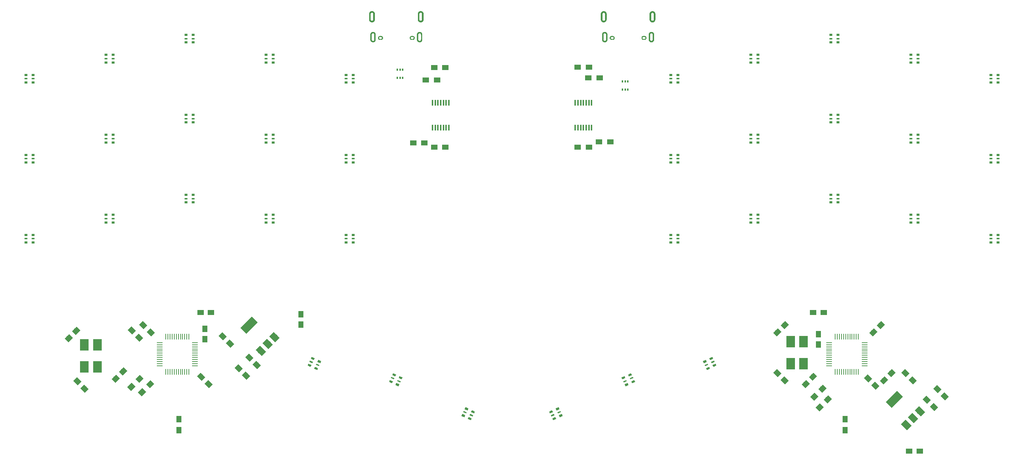
<source format=gbr>
G04 #@! TF.GenerationSoftware,KiCad,Pcbnew,(5.0.0)*
G04 #@! TF.CreationDate,2018-09-14T16:20:53+02:00*
G04 #@! TF.ProjectId,FNH35_rev1,464E4833355F726576312E6B69636164,rev?*
G04 #@! TF.SameCoordinates,Original*
G04 #@! TF.FileFunction,Paste,Top*
G04 #@! TF.FilePolarity,Positive*
%FSLAX46Y46*%
G04 Gerber Fmt 4.6, Leading zero omitted, Abs format (unit mm)*
G04 Created by KiCad (PCBNEW (5.0.0)) date 09/14/18 16:20:53*
%MOMM*%
%LPD*%
G01*
G04 APERTURE LIST*
%ADD10C,0.001000*%
%ADD11C,1.250000*%
%ADD12C,0.100000*%
%ADD13R,0.800000X0.500000*%
%ADD14R,0.800000X0.300000*%
%ADD15R,1.500000X1.300000*%
%ADD16R,1.300000X1.500000*%
%ADD17R,0.279400X1.473200*%
%ADD18R,1.473200X0.279400*%
%ADD19R,2.100000X2.700000*%
%ADD20R,0.450000X1.450000*%
%ADD21C,2.000000*%
%ADD22C,1.500000*%
%ADD23C,1.300000*%
%ADD24C,0.500000*%
%ADD25C,0.300000*%
%ADD26R,1.500000X1.250000*%
%ADD27R,1.250000X1.500000*%
%ADD28R,0.400000X0.600000*%
G04 APERTURE END LIST*
D10*
G04 #@! TO.C,J102*
G36*
X-17599750Y-20931000D02*
X-17599750Y-21581000D01*
X-17599750Y-21590160D01*
X-17598790Y-21608470D01*
X-17596870Y-21626700D01*
X-17594010Y-21644800D01*
X-17590200Y-21662730D01*
X-17585450Y-21680440D01*
X-17579790Y-21697870D01*
X-17573220Y-21714980D01*
X-17565760Y-21731730D01*
X-17557440Y-21748060D01*
X-17548280Y-21763940D01*
X-17538290Y-21779310D01*
X-17527520Y-21794140D01*
X-17515980Y-21808380D01*
X-17503720Y-21822010D01*
X-17490760Y-21834970D01*
X-17477140Y-21847230D01*
X-17462890Y-21858770D01*
X-17448060Y-21869540D01*
X-17432690Y-21879530D01*
X-17416810Y-21888690D01*
X-17400480Y-21897010D01*
X-17383740Y-21904470D01*
X-17366620Y-21911040D01*
X-17349190Y-21916700D01*
X-17331490Y-21921450D01*
X-17313560Y-21925260D01*
X-17295450Y-21928120D01*
X-17277220Y-21930040D01*
X-17258920Y-21931000D01*
X-17249750Y-21931000D01*
X-17240590Y-21931000D01*
X-17222280Y-21930040D01*
X-17204050Y-21928120D01*
X-17185950Y-21925260D01*
X-17168020Y-21921450D01*
X-17150310Y-21916700D01*
X-17132880Y-21911040D01*
X-17115770Y-21904470D01*
X-17099020Y-21897010D01*
X-17082690Y-21888690D01*
X-17066810Y-21879530D01*
X-17051440Y-21869540D01*
X-17036610Y-21858770D01*
X-17022370Y-21847230D01*
X-17008740Y-21834970D01*
X-16995780Y-21822010D01*
X-16983520Y-21808390D01*
X-16971980Y-21794140D01*
X-16961210Y-21779310D01*
X-16951220Y-21763940D01*
X-16942060Y-21748060D01*
X-16933740Y-21731730D01*
X-16926280Y-21714990D01*
X-16919710Y-21697870D01*
X-16914050Y-21680440D01*
X-16909300Y-21662740D01*
X-16905490Y-21644810D01*
X-16902630Y-21626700D01*
X-16900710Y-21608470D01*
X-16899750Y-21590170D01*
X-16899750Y-21581000D01*
X-16899750Y-20931000D01*
X-16599750Y-20931000D01*
X-16599750Y-21581000D01*
X-16599750Y-21598020D01*
X-16601530Y-21632010D01*
X-16605090Y-21665870D01*
X-16610410Y-21699490D01*
X-16617490Y-21732790D01*
X-16626300Y-21765670D01*
X-16636820Y-21798050D01*
X-16649020Y-21829830D01*
X-16662870Y-21860920D01*
X-16678320Y-21891260D01*
X-16695340Y-21920740D01*
X-16713880Y-21949290D01*
X-16733890Y-21976830D01*
X-16755310Y-22003280D01*
X-16778090Y-22028580D01*
X-16802160Y-22052650D01*
X-16827460Y-22075430D01*
X-16853920Y-22096850D01*
X-16881460Y-22116860D01*
X-16910010Y-22135400D01*
X-16939490Y-22152420D01*
X-16969820Y-22167880D01*
X-17000920Y-22181730D01*
X-17032700Y-22193930D01*
X-17065070Y-22204450D01*
X-17097950Y-22213260D01*
X-17131250Y-22220330D01*
X-17164880Y-22225660D01*
X-17198730Y-22229220D01*
X-17232730Y-22231000D01*
X-17249750Y-22231000D01*
X-17266770Y-22231000D01*
X-17300760Y-22229220D01*
X-17334620Y-22225660D01*
X-17368240Y-22220340D01*
X-17401540Y-22213260D01*
X-17434420Y-22204450D01*
X-17466800Y-22193930D01*
X-17498580Y-22181730D01*
X-17529670Y-22167880D01*
X-17560010Y-22152430D01*
X-17589490Y-22135410D01*
X-17618040Y-22116870D01*
X-17645580Y-22096860D01*
X-17672030Y-22075440D01*
X-17697330Y-22052660D01*
X-17721400Y-22028590D01*
X-17744180Y-22003290D01*
X-17765600Y-21976830D01*
X-17785610Y-21949290D01*
X-17804150Y-21920740D01*
X-17821170Y-21891260D01*
X-17836630Y-21860930D01*
X-17850480Y-21829830D01*
X-17862680Y-21798050D01*
X-17873200Y-21765680D01*
X-17882010Y-21732800D01*
X-17889080Y-21699500D01*
X-17894410Y-21665870D01*
X-17897970Y-21632020D01*
X-17899750Y-21598020D01*
X-17899750Y-21581000D01*
X-17899750Y-20931000D01*
X-17599750Y-20931000D01*
G37*
X-17599750Y-20931000D02*
X-17599750Y-21581000D01*
X-17599750Y-21590160D01*
X-17598790Y-21608470D01*
X-17596870Y-21626700D01*
X-17594010Y-21644800D01*
X-17590200Y-21662730D01*
X-17585450Y-21680440D01*
X-17579790Y-21697870D01*
X-17573220Y-21714980D01*
X-17565760Y-21731730D01*
X-17557440Y-21748060D01*
X-17548280Y-21763940D01*
X-17538290Y-21779310D01*
X-17527520Y-21794140D01*
X-17515980Y-21808380D01*
X-17503720Y-21822010D01*
X-17490760Y-21834970D01*
X-17477140Y-21847230D01*
X-17462890Y-21858770D01*
X-17448060Y-21869540D01*
X-17432690Y-21879530D01*
X-17416810Y-21888690D01*
X-17400480Y-21897010D01*
X-17383740Y-21904470D01*
X-17366620Y-21911040D01*
X-17349190Y-21916700D01*
X-17331490Y-21921450D01*
X-17313560Y-21925260D01*
X-17295450Y-21928120D01*
X-17277220Y-21930040D01*
X-17258920Y-21931000D01*
X-17249750Y-21931000D01*
X-17240590Y-21931000D01*
X-17222280Y-21930040D01*
X-17204050Y-21928120D01*
X-17185950Y-21925260D01*
X-17168020Y-21921450D01*
X-17150310Y-21916700D01*
X-17132880Y-21911040D01*
X-17115770Y-21904470D01*
X-17099020Y-21897010D01*
X-17082690Y-21888690D01*
X-17066810Y-21879530D01*
X-17051440Y-21869540D01*
X-17036610Y-21858770D01*
X-17022370Y-21847230D01*
X-17008740Y-21834970D01*
X-16995780Y-21822010D01*
X-16983520Y-21808390D01*
X-16971980Y-21794140D01*
X-16961210Y-21779310D01*
X-16951220Y-21763940D01*
X-16942060Y-21748060D01*
X-16933740Y-21731730D01*
X-16926280Y-21714990D01*
X-16919710Y-21697870D01*
X-16914050Y-21680440D01*
X-16909300Y-21662740D01*
X-16905490Y-21644810D01*
X-16902630Y-21626700D01*
X-16900710Y-21608470D01*
X-16899750Y-21590170D01*
X-16899750Y-21581000D01*
X-16899750Y-20931000D01*
X-16599750Y-20931000D01*
X-16599750Y-21581000D01*
X-16599750Y-21598020D01*
X-16601530Y-21632010D01*
X-16605090Y-21665870D01*
X-16610410Y-21699490D01*
X-16617490Y-21732790D01*
X-16626300Y-21765670D01*
X-16636820Y-21798050D01*
X-16649020Y-21829830D01*
X-16662870Y-21860920D01*
X-16678320Y-21891260D01*
X-16695340Y-21920740D01*
X-16713880Y-21949290D01*
X-16733890Y-21976830D01*
X-16755310Y-22003280D01*
X-16778090Y-22028580D01*
X-16802160Y-22052650D01*
X-16827460Y-22075430D01*
X-16853920Y-22096850D01*
X-16881460Y-22116860D01*
X-16910010Y-22135400D01*
X-16939490Y-22152420D01*
X-16969820Y-22167880D01*
X-17000920Y-22181730D01*
X-17032700Y-22193930D01*
X-17065070Y-22204450D01*
X-17097950Y-22213260D01*
X-17131250Y-22220330D01*
X-17164880Y-22225660D01*
X-17198730Y-22229220D01*
X-17232730Y-22231000D01*
X-17249750Y-22231000D01*
X-17266770Y-22231000D01*
X-17300760Y-22229220D01*
X-17334620Y-22225660D01*
X-17368240Y-22220340D01*
X-17401540Y-22213260D01*
X-17434420Y-22204450D01*
X-17466800Y-22193930D01*
X-17498580Y-22181730D01*
X-17529670Y-22167880D01*
X-17560010Y-22152430D01*
X-17589490Y-22135410D01*
X-17618040Y-22116870D01*
X-17645580Y-22096860D01*
X-17672030Y-22075440D01*
X-17697330Y-22052660D01*
X-17721400Y-22028590D01*
X-17744180Y-22003290D01*
X-17765600Y-21976830D01*
X-17785610Y-21949290D01*
X-17804150Y-21920740D01*
X-17821170Y-21891260D01*
X-17836630Y-21860930D01*
X-17850480Y-21829830D01*
X-17862680Y-21798050D01*
X-17873200Y-21765680D01*
X-17882010Y-21732800D01*
X-17889080Y-21699500D01*
X-17894410Y-21665870D01*
X-17897970Y-21632020D01*
X-17899750Y-21598020D01*
X-17899750Y-21581000D01*
X-17899750Y-20931000D01*
X-17599750Y-20931000D01*
G36*
X-16899750Y-20931000D02*
X-16899750Y-20281000D01*
X-16899750Y-20271840D01*
X-16900710Y-20253530D01*
X-16902630Y-20235300D01*
X-16905490Y-20217200D01*
X-16909300Y-20199270D01*
X-16914050Y-20181560D01*
X-16919710Y-20164130D01*
X-16926280Y-20147020D01*
X-16933740Y-20130270D01*
X-16942060Y-20113940D01*
X-16951220Y-20098060D01*
X-16961210Y-20082690D01*
X-16971980Y-20067860D01*
X-16983520Y-20053620D01*
X-16995780Y-20039990D01*
X-17008740Y-20027030D01*
X-17022360Y-20014770D01*
X-17036610Y-20003230D01*
X-17051440Y-19992460D01*
X-17066810Y-19982470D01*
X-17082690Y-19973310D01*
X-17099020Y-19964990D01*
X-17115760Y-19957530D01*
X-17132880Y-19950960D01*
X-17150310Y-19945300D01*
X-17168010Y-19940550D01*
X-17185940Y-19936740D01*
X-17204050Y-19933880D01*
X-17222280Y-19931960D01*
X-17240580Y-19931000D01*
X-17249750Y-19931000D01*
X-17258910Y-19931000D01*
X-17277220Y-19931960D01*
X-17295450Y-19933880D01*
X-17313550Y-19936740D01*
X-17331480Y-19940550D01*
X-17349190Y-19945300D01*
X-17366620Y-19950960D01*
X-17383730Y-19957530D01*
X-17400480Y-19964990D01*
X-17416810Y-19973310D01*
X-17432690Y-19982470D01*
X-17448060Y-19992460D01*
X-17462890Y-20003230D01*
X-17477130Y-20014770D01*
X-17490760Y-20027030D01*
X-17503720Y-20039990D01*
X-17515980Y-20053610D01*
X-17527520Y-20067860D01*
X-17538290Y-20082690D01*
X-17548280Y-20098060D01*
X-17557440Y-20113940D01*
X-17565760Y-20130270D01*
X-17573220Y-20147010D01*
X-17579790Y-20164130D01*
X-17585450Y-20181560D01*
X-17590200Y-20199260D01*
X-17594010Y-20217190D01*
X-17596870Y-20235300D01*
X-17598790Y-20253530D01*
X-17599750Y-20271830D01*
X-17599750Y-20281000D01*
X-17599750Y-20931000D01*
X-17899750Y-20931000D01*
X-17899750Y-20281000D01*
X-17899750Y-20263980D01*
X-17897970Y-20229990D01*
X-17894410Y-20196130D01*
X-17889090Y-20162510D01*
X-17882010Y-20129210D01*
X-17873200Y-20096330D01*
X-17862680Y-20063950D01*
X-17850480Y-20032170D01*
X-17836630Y-20001080D01*
X-17821180Y-19970740D01*
X-17804160Y-19941260D01*
X-17785620Y-19912710D01*
X-17765610Y-19885170D01*
X-17744190Y-19858720D01*
X-17721410Y-19833420D01*
X-17697340Y-19809350D01*
X-17672040Y-19786570D01*
X-17645580Y-19765150D01*
X-17618040Y-19745140D01*
X-17589490Y-19726600D01*
X-17560010Y-19709580D01*
X-17529680Y-19694120D01*
X-17498580Y-19680270D01*
X-17466800Y-19668070D01*
X-17434430Y-19657550D01*
X-17401550Y-19648740D01*
X-17368250Y-19641670D01*
X-17334620Y-19636340D01*
X-17300770Y-19632780D01*
X-17266770Y-19631000D01*
X-17249750Y-19631000D01*
X-17232730Y-19631000D01*
X-17198740Y-19632780D01*
X-17164880Y-19636340D01*
X-17131260Y-19641660D01*
X-17097960Y-19648740D01*
X-17065080Y-19657550D01*
X-17032700Y-19668070D01*
X-17000920Y-19680270D01*
X-16969830Y-19694120D01*
X-16939490Y-19709570D01*
X-16910010Y-19726590D01*
X-16881460Y-19745130D01*
X-16853920Y-19765140D01*
X-16827470Y-19786560D01*
X-16802170Y-19809340D01*
X-16778100Y-19833410D01*
X-16755320Y-19858710D01*
X-16733900Y-19885170D01*
X-16713890Y-19912710D01*
X-16695350Y-19941260D01*
X-16678330Y-19970740D01*
X-16662870Y-20001070D01*
X-16649020Y-20032170D01*
X-16636820Y-20063950D01*
X-16626300Y-20096320D01*
X-16617490Y-20129200D01*
X-16610420Y-20162500D01*
X-16605090Y-20196130D01*
X-16601530Y-20229980D01*
X-16599750Y-20263980D01*
X-16599750Y-20281000D01*
X-16599750Y-20931000D01*
X-16899750Y-20931000D01*
G37*
X-16899750Y-20931000D02*
X-16899750Y-20281000D01*
X-16899750Y-20271840D01*
X-16900710Y-20253530D01*
X-16902630Y-20235300D01*
X-16905490Y-20217200D01*
X-16909300Y-20199270D01*
X-16914050Y-20181560D01*
X-16919710Y-20164130D01*
X-16926280Y-20147020D01*
X-16933740Y-20130270D01*
X-16942060Y-20113940D01*
X-16951220Y-20098060D01*
X-16961210Y-20082690D01*
X-16971980Y-20067860D01*
X-16983520Y-20053620D01*
X-16995780Y-20039990D01*
X-17008740Y-20027030D01*
X-17022360Y-20014770D01*
X-17036610Y-20003230D01*
X-17051440Y-19992460D01*
X-17066810Y-19982470D01*
X-17082690Y-19973310D01*
X-17099020Y-19964990D01*
X-17115760Y-19957530D01*
X-17132880Y-19950960D01*
X-17150310Y-19945300D01*
X-17168010Y-19940550D01*
X-17185940Y-19936740D01*
X-17204050Y-19933880D01*
X-17222280Y-19931960D01*
X-17240580Y-19931000D01*
X-17249750Y-19931000D01*
X-17258910Y-19931000D01*
X-17277220Y-19931960D01*
X-17295450Y-19933880D01*
X-17313550Y-19936740D01*
X-17331480Y-19940550D01*
X-17349190Y-19945300D01*
X-17366620Y-19950960D01*
X-17383730Y-19957530D01*
X-17400480Y-19964990D01*
X-17416810Y-19973310D01*
X-17432690Y-19982470D01*
X-17448060Y-19992460D01*
X-17462890Y-20003230D01*
X-17477130Y-20014770D01*
X-17490760Y-20027030D01*
X-17503720Y-20039990D01*
X-17515980Y-20053610D01*
X-17527520Y-20067860D01*
X-17538290Y-20082690D01*
X-17548280Y-20098060D01*
X-17557440Y-20113940D01*
X-17565760Y-20130270D01*
X-17573220Y-20147010D01*
X-17579790Y-20164130D01*
X-17585450Y-20181560D01*
X-17590200Y-20199260D01*
X-17594010Y-20217190D01*
X-17596870Y-20235300D01*
X-17598790Y-20253530D01*
X-17599750Y-20271830D01*
X-17599750Y-20281000D01*
X-17599750Y-20931000D01*
X-17899750Y-20931000D01*
X-17899750Y-20281000D01*
X-17899750Y-20263980D01*
X-17897970Y-20229990D01*
X-17894410Y-20196130D01*
X-17889090Y-20162510D01*
X-17882010Y-20129210D01*
X-17873200Y-20096330D01*
X-17862680Y-20063950D01*
X-17850480Y-20032170D01*
X-17836630Y-20001080D01*
X-17821180Y-19970740D01*
X-17804160Y-19941260D01*
X-17785620Y-19912710D01*
X-17765610Y-19885170D01*
X-17744190Y-19858720D01*
X-17721410Y-19833420D01*
X-17697340Y-19809350D01*
X-17672040Y-19786570D01*
X-17645580Y-19765150D01*
X-17618040Y-19745140D01*
X-17589490Y-19726600D01*
X-17560010Y-19709580D01*
X-17529680Y-19694120D01*
X-17498580Y-19680270D01*
X-17466800Y-19668070D01*
X-17434430Y-19657550D01*
X-17401550Y-19648740D01*
X-17368250Y-19641670D01*
X-17334620Y-19636340D01*
X-17300770Y-19632780D01*
X-17266770Y-19631000D01*
X-17249750Y-19631000D01*
X-17232730Y-19631000D01*
X-17198740Y-19632780D01*
X-17164880Y-19636340D01*
X-17131260Y-19641660D01*
X-17097960Y-19648740D01*
X-17065080Y-19657550D01*
X-17032700Y-19668070D01*
X-17000920Y-19680270D01*
X-16969830Y-19694120D01*
X-16939490Y-19709570D01*
X-16910010Y-19726590D01*
X-16881460Y-19745130D01*
X-16853920Y-19765140D01*
X-16827470Y-19786560D01*
X-16802170Y-19809340D01*
X-16778100Y-19833410D01*
X-16755320Y-19858710D01*
X-16733900Y-19885170D01*
X-16713890Y-19912710D01*
X-16695350Y-19941260D01*
X-16678330Y-19970740D01*
X-16662870Y-20001070D01*
X-16649020Y-20032170D01*
X-16636820Y-20063950D01*
X-16626300Y-20096320D01*
X-16617490Y-20129200D01*
X-16610420Y-20162500D01*
X-16605090Y-20196130D01*
X-16601530Y-20229980D01*
X-16599750Y-20263980D01*
X-16599750Y-20281000D01*
X-16599750Y-20931000D01*
X-16899750Y-20931000D01*
G36*
X-17599750Y-20931000D02*
X-17599750Y-21581000D01*
X-17599750Y-21590160D01*
X-17598790Y-21608470D01*
X-17596870Y-21626700D01*
X-17594010Y-21644800D01*
X-17590200Y-21662730D01*
X-17585450Y-21680440D01*
X-17579790Y-21697870D01*
X-17573220Y-21714980D01*
X-17565760Y-21731730D01*
X-17557440Y-21748060D01*
X-17548280Y-21763940D01*
X-17538290Y-21779310D01*
X-17527520Y-21794140D01*
X-17515980Y-21808380D01*
X-17503720Y-21822010D01*
X-17490760Y-21834970D01*
X-17477140Y-21847230D01*
X-17462890Y-21858770D01*
X-17448060Y-21869540D01*
X-17432690Y-21879530D01*
X-17416810Y-21888690D01*
X-17400480Y-21897010D01*
X-17383740Y-21904470D01*
X-17366620Y-21911040D01*
X-17349190Y-21916700D01*
X-17331490Y-21921450D01*
X-17313560Y-21925260D01*
X-17295450Y-21928120D01*
X-17277220Y-21930040D01*
X-17258920Y-21931000D01*
X-17249750Y-21931000D01*
X-17240590Y-21931000D01*
X-17222280Y-21930040D01*
X-17204050Y-21928120D01*
X-17185950Y-21925260D01*
X-17168020Y-21921450D01*
X-17150310Y-21916700D01*
X-17132880Y-21911040D01*
X-17115770Y-21904470D01*
X-17099020Y-21897010D01*
X-17082690Y-21888690D01*
X-17066810Y-21879530D01*
X-17051440Y-21869540D01*
X-17036610Y-21858770D01*
X-17022370Y-21847230D01*
X-17008740Y-21834970D01*
X-16995780Y-21822010D01*
X-16983520Y-21808390D01*
X-16971980Y-21794140D01*
X-16961210Y-21779310D01*
X-16951220Y-21763940D01*
X-16942060Y-21748060D01*
X-16933740Y-21731730D01*
X-16926280Y-21714990D01*
X-16919710Y-21697870D01*
X-16914050Y-21680440D01*
X-16909300Y-21662740D01*
X-16905490Y-21644810D01*
X-16902630Y-21626700D01*
X-16900710Y-21608470D01*
X-16899750Y-21590170D01*
X-16899750Y-21581000D01*
X-16899750Y-20931000D01*
X-16599750Y-20931000D01*
X-16599750Y-21581000D01*
X-16599750Y-21598020D01*
X-16601530Y-21632010D01*
X-16605090Y-21665870D01*
X-16610410Y-21699490D01*
X-16617490Y-21732790D01*
X-16626300Y-21765670D01*
X-16636820Y-21798050D01*
X-16649020Y-21829830D01*
X-16662870Y-21860920D01*
X-16678320Y-21891260D01*
X-16695340Y-21920740D01*
X-16713880Y-21949290D01*
X-16733890Y-21976830D01*
X-16755310Y-22003280D01*
X-16778090Y-22028580D01*
X-16802160Y-22052650D01*
X-16827460Y-22075430D01*
X-16853920Y-22096850D01*
X-16881460Y-22116860D01*
X-16910010Y-22135400D01*
X-16939490Y-22152420D01*
X-16969820Y-22167880D01*
X-17000920Y-22181730D01*
X-17032700Y-22193930D01*
X-17065070Y-22204450D01*
X-17097950Y-22213260D01*
X-17131250Y-22220330D01*
X-17164880Y-22225660D01*
X-17198730Y-22229220D01*
X-17232730Y-22231000D01*
X-17249750Y-22231000D01*
X-17266770Y-22231000D01*
X-17300760Y-22229220D01*
X-17334620Y-22225660D01*
X-17368240Y-22220340D01*
X-17401540Y-22213260D01*
X-17434420Y-22204450D01*
X-17466800Y-22193930D01*
X-17498580Y-22181730D01*
X-17529670Y-22167880D01*
X-17560010Y-22152430D01*
X-17589490Y-22135410D01*
X-17618040Y-22116870D01*
X-17645580Y-22096860D01*
X-17672030Y-22075440D01*
X-17697330Y-22052660D01*
X-17721400Y-22028590D01*
X-17744180Y-22003290D01*
X-17765600Y-21976830D01*
X-17785610Y-21949290D01*
X-17804150Y-21920740D01*
X-17821170Y-21891260D01*
X-17836630Y-21860930D01*
X-17850480Y-21829830D01*
X-17862680Y-21798050D01*
X-17873200Y-21765680D01*
X-17882010Y-21732800D01*
X-17889080Y-21699500D01*
X-17894410Y-21665870D01*
X-17897970Y-21632020D01*
X-17899750Y-21598020D01*
X-17899750Y-21581000D01*
X-17899750Y-20931000D01*
X-17599750Y-20931000D01*
G37*
X-17599750Y-20931000D02*
X-17599750Y-21581000D01*
X-17599750Y-21590160D01*
X-17598790Y-21608470D01*
X-17596870Y-21626700D01*
X-17594010Y-21644800D01*
X-17590200Y-21662730D01*
X-17585450Y-21680440D01*
X-17579790Y-21697870D01*
X-17573220Y-21714980D01*
X-17565760Y-21731730D01*
X-17557440Y-21748060D01*
X-17548280Y-21763940D01*
X-17538290Y-21779310D01*
X-17527520Y-21794140D01*
X-17515980Y-21808380D01*
X-17503720Y-21822010D01*
X-17490760Y-21834970D01*
X-17477140Y-21847230D01*
X-17462890Y-21858770D01*
X-17448060Y-21869540D01*
X-17432690Y-21879530D01*
X-17416810Y-21888690D01*
X-17400480Y-21897010D01*
X-17383740Y-21904470D01*
X-17366620Y-21911040D01*
X-17349190Y-21916700D01*
X-17331490Y-21921450D01*
X-17313560Y-21925260D01*
X-17295450Y-21928120D01*
X-17277220Y-21930040D01*
X-17258920Y-21931000D01*
X-17249750Y-21931000D01*
X-17240590Y-21931000D01*
X-17222280Y-21930040D01*
X-17204050Y-21928120D01*
X-17185950Y-21925260D01*
X-17168020Y-21921450D01*
X-17150310Y-21916700D01*
X-17132880Y-21911040D01*
X-17115770Y-21904470D01*
X-17099020Y-21897010D01*
X-17082690Y-21888690D01*
X-17066810Y-21879530D01*
X-17051440Y-21869540D01*
X-17036610Y-21858770D01*
X-17022370Y-21847230D01*
X-17008740Y-21834970D01*
X-16995780Y-21822010D01*
X-16983520Y-21808390D01*
X-16971980Y-21794140D01*
X-16961210Y-21779310D01*
X-16951220Y-21763940D01*
X-16942060Y-21748060D01*
X-16933740Y-21731730D01*
X-16926280Y-21714990D01*
X-16919710Y-21697870D01*
X-16914050Y-21680440D01*
X-16909300Y-21662740D01*
X-16905490Y-21644810D01*
X-16902630Y-21626700D01*
X-16900710Y-21608470D01*
X-16899750Y-21590170D01*
X-16899750Y-21581000D01*
X-16899750Y-20931000D01*
X-16599750Y-20931000D01*
X-16599750Y-21581000D01*
X-16599750Y-21598020D01*
X-16601530Y-21632010D01*
X-16605090Y-21665870D01*
X-16610410Y-21699490D01*
X-16617490Y-21732790D01*
X-16626300Y-21765670D01*
X-16636820Y-21798050D01*
X-16649020Y-21829830D01*
X-16662870Y-21860920D01*
X-16678320Y-21891260D01*
X-16695340Y-21920740D01*
X-16713880Y-21949290D01*
X-16733890Y-21976830D01*
X-16755310Y-22003280D01*
X-16778090Y-22028580D01*
X-16802160Y-22052650D01*
X-16827460Y-22075430D01*
X-16853920Y-22096850D01*
X-16881460Y-22116860D01*
X-16910010Y-22135400D01*
X-16939490Y-22152420D01*
X-16969820Y-22167880D01*
X-17000920Y-22181730D01*
X-17032700Y-22193930D01*
X-17065070Y-22204450D01*
X-17097950Y-22213260D01*
X-17131250Y-22220330D01*
X-17164880Y-22225660D01*
X-17198730Y-22229220D01*
X-17232730Y-22231000D01*
X-17249750Y-22231000D01*
X-17266770Y-22231000D01*
X-17300760Y-22229220D01*
X-17334620Y-22225660D01*
X-17368240Y-22220340D01*
X-17401540Y-22213260D01*
X-17434420Y-22204450D01*
X-17466800Y-22193930D01*
X-17498580Y-22181730D01*
X-17529670Y-22167880D01*
X-17560010Y-22152430D01*
X-17589490Y-22135410D01*
X-17618040Y-22116870D01*
X-17645580Y-22096860D01*
X-17672030Y-22075440D01*
X-17697330Y-22052660D01*
X-17721400Y-22028590D01*
X-17744180Y-22003290D01*
X-17765600Y-21976830D01*
X-17785610Y-21949290D01*
X-17804150Y-21920740D01*
X-17821170Y-21891260D01*
X-17836630Y-21860930D01*
X-17850480Y-21829830D01*
X-17862680Y-21798050D01*
X-17873200Y-21765680D01*
X-17882010Y-21732800D01*
X-17889080Y-21699500D01*
X-17894410Y-21665870D01*
X-17897970Y-21632020D01*
X-17899750Y-21598020D01*
X-17899750Y-21581000D01*
X-17899750Y-20931000D01*
X-17599750Y-20931000D01*
G36*
X-16899750Y-20931000D02*
X-16899750Y-20281000D01*
X-16899750Y-20271840D01*
X-16900710Y-20253530D01*
X-16902630Y-20235300D01*
X-16905490Y-20217200D01*
X-16909300Y-20199270D01*
X-16914050Y-20181560D01*
X-16919710Y-20164130D01*
X-16926280Y-20147020D01*
X-16933740Y-20130270D01*
X-16942060Y-20113940D01*
X-16951220Y-20098060D01*
X-16961210Y-20082690D01*
X-16971980Y-20067860D01*
X-16983520Y-20053620D01*
X-16995780Y-20039990D01*
X-17008740Y-20027030D01*
X-17022360Y-20014770D01*
X-17036610Y-20003230D01*
X-17051440Y-19992460D01*
X-17066810Y-19982470D01*
X-17082690Y-19973310D01*
X-17099020Y-19964990D01*
X-17115760Y-19957530D01*
X-17132880Y-19950960D01*
X-17150310Y-19945300D01*
X-17168010Y-19940550D01*
X-17185940Y-19936740D01*
X-17204050Y-19933880D01*
X-17222280Y-19931960D01*
X-17240580Y-19931000D01*
X-17249750Y-19931000D01*
X-17258910Y-19931000D01*
X-17277220Y-19931960D01*
X-17295450Y-19933880D01*
X-17313550Y-19936740D01*
X-17331480Y-19940550D01*
X-17349190Y-19945300D01*
X-17366620Y-19950960D01*
X-17383730Y-19957530D01*
X-17400480Y-19964990D01*
X-17416810Y-19973310D01*
X-17432690Y-19982470D01*
X-17448060Y-19992460D01*
X-17462890Y-20003230D01*
X-17477130Y-20014770D01*
X-17490760Y-20027030D01*
X-17503720Y-20039990D01*
X-17515980Y-20053610D01*
X-17527520Y-20067860D01*
X-17538290Y-20082690D01*
X-17548280Y-20098060D01*
X-17557440Y-20113940D01*
X-17565760Y-20130270D01*
X-17573220Y-20147010D01*
X-17579790Y-20164130D01*
X-17585450Y-20181560D01*
X-17590200Y-20199260D01*
X-17594010Y-20217190D01*
X-17596870Y-20235300D01*
X-17598790Y-20253530D01*
X-17599750Y-20271830D01*
X-17599750Y-20281000D01*
X-17599750Y-20931000D01*
X-17899750Y-20931000D01*
X-17899750Y-20281000D01*
X-17899750Y-20263980D01*
X-17897970Y-20229990D01*
X-17894410Y-20196130D01*
X-17889090Y-20162510D01*
X-17882010Y-20129210D01*
X-17873200Y-20096330D01*
X-17862680Y-20063950D01*
X-17850480Y-20032170D01*
X-17836630Y-20001080D01*
X-17821180Y-19970740D01*
X-17804160Y-19941260D01*
X-17785620Y-19912710D01*
X-17765610Y-19885170D01*
X-17744190Y-19858720D01*
X-17721410Y-19833420D01*
X-17697340Y-19809350D01*
X-17672040Y-19786570D01*
X-17645580Y-19765150D01*
X-17618040Y-19745140D01*
X-17589490Y-19726600D01*
X-17560010Y-19709580D01*
X-17529680Y-19694120D01*
X-17498580Y-19680270D01*
X-17466800Y-19668070D01*
X-17434430Y-19657550D01*
X-17401550Y-19648740D01*
X-17368250Y-19641670D01*
X-17334620Y-19636340D01*
X-17300770Y-19632780D01*
X-17266770Y-19631000D01*
X-17249750Y-19631000D01*
X-17232730Y-19631000D01*
X-17198740Y-19632780D01*
X-17164880Y-19636340D01*
X-17131260Y-19641660D01*
X-17097960Y-19648740D01*
X-17065080Y-19657550D01*
X-17032700Y-19668070D01*
X-17000920Y-19680270D01*
X-16969830Y-19694120D01*
X-16939490Y-19709570D01*
X-16910010Y-19726590D01*
X-16881460Y-19745130D01*
X-16853920Y-19765140D01*
X-16827470Y-19786560D01*
X-16802170Y-19809340D01*
X-16778100Y-19833410D01*
X-16755320Y-19858710D01*
X-16733900Y-19885170D01*
X-16713890Y-19912710D01*
X-16695350Y-19941260D01*
X-16678330Y-19970740D01*
X-16662870Y-20001070D01*
X-16649020Y-20032170D01*
X-16636820Y-20063950D01*
X-16626300Y-20096320D01*
X-16617490Y-20129200D01*
X-16610420Y-20162500D01*
X-16605090Y-20196130D01*
X-16601530Y-20229980D01*
X-16599750Y-20263980D01*
X-16599750Y-20281000D01*
X-16599750Y-20931000D01*
X-16899750Y-20931000D01*
G37*
X-16899750Y-20931000D02*
X-16899750Y-20281000D01*
X-16899750Y-20271840D01*
X-16900710Y-20253530D01*
X-16902630Y-20235300D01*
X-16905490Y-20217200D01*
X-16909300Y-20199270D01*
X-16914050Y-20181560D01*
X-16919710Y-20164130D01*
X-16926280Y-20147020D01*
X-16933740Y-20130270D01*
X-16942060Y-20113940D01*
X-16951220Y-20098060D01*
X-16961210Y-20082690D01*
X-16971980Y-20067860D01*
X-16983520Y-20053620D01*
X-16995780Y-20039990D01*
X-17008740Y-20027030D01*
X-17022360Y-20014770D01*
X-17036610Y-20003230D01*
X-17051440Y-19992460D01*
X-17066810Y-19982470D01*
X-17082690Y-19973310D01*
X-17099020Y-19964990D01*
X-17115760Y-19957530D01*
X-17132880Y-19950960D01*
X-17150310Y-19945300D01*
X-17168010Y-19940550D01*
X-17185940Y-19936740D01*
X-17204050Y-19933880D01*
X-17222280Y-19931960D01*
X-17240580Y-19931000D01*
X-17249750Y-19931000D01*
X-17258910Y-19931000D01*
X-17277220Y-19931960D01*
X-17295450Y-19933880D01*
X-17313550Y-19936740D01*
X-17331480Y-19940550D01*
X-17349190Y-19945300D01*
X-17366620Y-19950960D01*
X-17383730Y-19957530D01*
X-17400480Y-19964990D01*
X-17416810Y-19973310D01*
X-17432690Y-19982470D01*
X-17448060Y-19992460D01*
X-17462890Y-20003230D01*
X-17477130Y-20014770D01*
X-17490760Y-20027030D01*
X-17503720Y-20039990D01*
X-17515980Y-20053610D01*
X-17527520Y-20067860D01*
X-17538290Y-20082690D01*
X-17548280Y-20098060D01*
X-17557440Y-20113940D01*
X-17565760Y-20130270D01*
X-17573220Y-20147010D01*
X-17579790Y-20164130D01*
X-17585450Y-20181560D01*
X-17590200Y-20199260D01*
X-17594010Y-20217190D01*
X-17596870Y-20235300D01*
X-17598790Y-20253530D01*
X-17599750Y-20271830D01*
X-17599750Y-20281000D01*
X-17599750Y-20931000D01*
X-17899750Y-20931000D01*
X-17899750Y-20281000D01*
X-17899750Y-20263980D01*
X-17897970Y-20229990D01*
X-17894410Y-20196130D01*
X-17889090Y-20162510D01*
X-17882010Y-20129210D01*
X-17873200Y-20096330D01*
X-17862680Y-20063950D01*
X-17850480Y-20032170D01*
X-17836630Y-20001080D01*
X-17821180Y-19970740D01*
X-17804160Y-19941260D01*
X-17785620Y-19912710D01*
X-17765610Y-19885170D01*
X-17744190Y-19858720D01*
X-17721410Y-19833420D01*
X-17697340Y-19809350D01*
X-17672040Y-19786570D01*
X-17645580Y-19765150D01*
X-17618040Y-19745140D01*
X-17589490Y-19726600D01*
X-17560010Y-19709580D01*
X-17529680Y-19694120D01*
X-17498580Y-19680270D01*
X-17466800Y-19668070D01*
X-17434430Y-19657550D01*
X-17401550Y-19648740D01*
X-17368250Y-19641670D01*
X-17334620Y-19636340D01*
X-17300770Y-19632780D01*
X-17266770Y-19631000D01*
X-17249750Y-19631000D01*
X-17232730Y-19631000D01*
X-17198740Y-19632780D01*
X-17164880Y-19636340D01*
X-17131260Y-19641660D01*
X-17097960Y-19648740D01*
X-17065080Y-19657550D01*
X-17032700Y-19668070D01*
X-17000920Y-19680270D01*
X-16969830Y-19694120D01*
X-16939490Y-19709570D01*
X-16910010Y-19726590D01*
X-16881460Y-19745130D01*
X-16853920Y-19765140D01*
X-16827470Y-19786560D01*
X-16802170Y-19809340D01*
X-16778100Y-19833410D01*
X-16755320Y-19858710D01*
X-16733900Y-19885170D01*
X-16713890Y-19912710D01*
X-16695350Y-19941260D01*
X-16678330Y-19970740D01*
X-16662870Y-20001070D01*
X-16649020Y-20032170D01*
X-16636820Y-20063950D01*
X-16626300Y-20096320D01*
X-16617490Y-20129200D01*
X-16610420Y-20162500D01*
X-16605090Y-20196130D01*
X-16601530Y-20229980D01*
X-16599750Y-20263980D01*
X-16599750Y-20281000D01*
X-16599750Y-20931000D01*
X-16899750Y-20931000D01*
G36*
X-5999750Y-20931000D02*
X-5999750Y-21581000D01*
X-5999750Y-21590160D01*
X-5998790Y-21608470D01*
X-5996870Y-21626700D01*
X-5994010Y-21644800D01*
X-5990200Y-21662730D01*
X-5985450Y-21680440D01*
X-5979790Y-21697870D01*
X-5973220Y-21714980D01*
X-5965760Y-21731730D01*
X-5957440Y-21748060D01*
X-5948280Y-21763940D01*
X-5938290Y-21779310D01*
X-5927520Y-21794140D01*
X-5915980Y-21808380D01*
X-5903720Y-21822010D01*
X-5890760Y-21834970D01*
X-5877140Y-21847230D01*
X-5862890Y-21858770D01*
X-5848060Y-21869540D01*
X-5832690Y-21879530D01*
X-5816810Y-21888690D01*
X-5800480Y-21897010D01*
X-5783740Y-21904470D01*
X-5766620Y-21911040D01*
X-5749190Y-21916700D01*
X-5731490Y-21921450D01*
X-5713560Y-21925260D01*
X-5695450Y-21928120D01*
X-5677220Y-21930040D01*
X-5658920Y-21931000D01*
X-5649750Y-21931000D01*
X-5640590Y-21931000D01*
X-5622280Y-21930040D01*
X-5604050Y-21928120D01*
X-5585950Y-21925260D01*
X-5568020Y-21921450D01*
X-5550310Y-21916700D01*
X-5532880Y-21911040D01*
X-5515770Y-21904470D01*
X-5499020Y-21897010D01*
X-5482690Y-21888690D01*
X-5466810Y-21879530D01*
X-5451440Y-21869540D01*
X-5436610Y-21858770D01*
X-5422370Y-21847230D01*
X-5408740Y-21834970D01*
X-5395780Y-21822010D01*
X-5383520Y-21808390D01*
X-5371980Y-21794140D01*
X-5361210Y-21779310D01*
X-5351220Y-21763940D01*
X-5342060Y-21748060D01*
X-5333740Y-21731730D01*
X-5326280Y-21714990D01*
X-5319710Y-21697870D01*
X-5314050Y-21680440D01*
X-5309300Y-21662740D01*
X-5305490Y-21644810D01*
X-5302630Y-21626700D01*
X-5300710Y-21608470D01*
X-5299750Y-21590170D01*
X-5299750Y-21581000D01*
X-5299750Y-20931000D01*
X-4999750Y-20931000D01*
X-4999750Y-21581000D01*
X-4999750Y-21598020D01*
X-5001530Y-21632010D01*
X-5005090Y-21665870D01*
X-5010410Y-21699490D01*
X-5017490Y-21732790D01*
X-5026300Y-21765670D01*
X-5036820Y-21798050D01*
X-5049020Y-21829830D01*
X-5062870Y-21860920D01*
X-5078320Y-21891260D01*
X-5095340Y-21920740D01*
X-5113880Y-21949290D01*
X-5133890Y-21976830D01*
X-5155310Y-22003280D01*
X-5178090Y-22028580D01*
X-5202160Y-22052650D01*
X-5227460Y-22075430D01*
X-5253920Y-22096850D01*
X-5281460Y-22116860D01*
X-5310010Y-22135400D01*
X-5339490Y-22152420D01*
X-5369820Y-22167880D01*
X-5400920Y-22181730D01*
X-5432700Y-22193930D01*
X-5465070Y-22204450D01*
X-5497950Y-22213260D01*
X-5531250Y-22220330D01*
X-5564880Y-22225660D01*
X-5598730Y-22229220D01*
X-5632730Y-22231000D01*
X-5649750Y-22231000D01*
X-5666770Y-22231000D01*
X-5700760Y-22229220D01*
X-5734620Y-22225660D01*
X-5768240Y-22220340D01*
X-5801540Y-22213260D01*
X-5834420Y-22204450D01*
X-5866800Y-22193930D01*
X-5898580Y-22181730D01*
X-5929670Y-22167880D01*
X-5960010Y-22152430D01*
X-5989490Y-22135410D01*
X-6018040Y-22116870D01*
X-6045580Y-22096860D01*
X-6072030Y-22075440D01*
X-6097330Y-22052660D01*
X-6121400Y-22028590D01*
X-6144180Y-22003290D01*
X-6165600Y-21976830D01*
X-6185610Y-21949290D01*
X-6204150Y-21920740D01*
X-6221170Y-21891260D01*
X-6236630Y-21860930D01*
X-6250480Y-21829830D01*
X-6262680Y-21798050D01*
X-6273200Y-21765680D01*
X-6282010Y-21732800D01*
X-6289080Y-21699500D01*
X-6294410Y-21665870D01*
X-6297970Y-21632020D01*
X-6299750Y-21598020D01*
X-6299750Y-21581000D01*
X-6299750Y-20931000D01*
X-5999750Y-20931000D01*
G37*
X-5999750Y-20931000D02*
X-5999750Y-21581000D01*
X-5999750Y-21590160D01*
X-5998790Y-21608470D01*
X-5996870Y-21626700D01*
X-5994010Y-21644800D01*
X-5990200Y-21662730D01*
X-5985450Y-21680440D01*
X-5979790Y-21697870D01*
X-5973220Y-21714980D01*
X-5965760Y-21731730D01*
X-5957440Y-21748060D01*
X-5948280Y-21763940D01*
X-5938290Y-21779310D01*
X-5927520Y-21794140D01*
X-5915980Y-21808380D01*
X-5903720Y-21822010D01*
X-5890760Y-21834970D01*
X-5877140Y-21847230D01*
X-5862890Y-21858770D01*
X-5848060Y-21869540D01*
X-5832690Y-21879530D01*
X-5816810Y-21888690D01*
X-5800480Y-21897010D01*
X-5783740Y-21904470D01*
X-5766620Y-21911040D01*
X-5749190Y-21916700D01*
X-5731490Y-21921450D01*
X-5713560Y-21925260D01*
X-5695450Y-21928120D01*
X-5677220Y-21930040D01*
X-5658920Y-21931000D01*
X-5649750Y-21931000D01*
X-5640590Y-21931000D01*
X-5622280Y-21930040D01*
X-5604050Y-21928120D01*
X-5585950Y-21925260D01*
X-5568020Y-21921450D01*
X-5550310Y-21916700D01*
X-5532880Y-21911040D01*
X-5515770Y-21904470D01*
X-5499020Y-21897010D01*
X-5482690Y-21888690D01*
X-5466810Y-21879530D01*
X-5451440Y-21869540D01*
X-5436610Y-21858770D01*
X-5422370Y-21847230D01*
X-5408740Y-21834970D01*
X-5395780Y-21822010D01*
X-5383520Y-21808390D01*
X-5371980Y-21794140D01*
X-5361210Y-21779310D01*
X-5351220Y-21763940D01*
X-5342060Y-21748060D01*
X-5333740Y-21731730D01*
X-5326280Y-21714990D01*
X-5319710Y-21697870D01*
X-5314050Y-21680440D01*
X-5309300Y-21662740D01*
X-5305490Y-21644810D01*
X-5302630Y-21626700D01*
X-5300710Y-21608470D01*
X-5299750Y-21590170D01*
X-5299750Y-21581000D01*
X-5299750Y-20931000D01*
X-4999750Y-20931000D01*
X-4999750Y-21581000D01*
X-4999750Y-21598020D01*
X-5001530Y-21632010D01*
X-5005090Y-21665870D01*
X-5010410Y-21699490D01*
X-5017490Y-21732790D01*
X-5026300Y-21765670D01*
X-5036820Y-21798050D01*
X-5049020Y-21829830D01*
X-5062870Y-21860920D01*
X-5078320Y-21891260D01*
X-5095340Y-21920740D01*
X-5113880Y-21949290D01*
X-5133890Y-21976830D01*
X-5155310Y-22003280D01*
X-5178090Y-22028580D01*
X-5202160Y-22052650D01*
X-5227460Y-22075430D01*
X-5253920Y-22096850D01*
X-5281460Y-22116860D01*
X-5310010Y-22135400D01*
X-5339490Y-22152420D01*
X-5369820Y-22167880D01*
X-5400920Y-22181730D01*
X-5432700Y-22193930D01*
X-5465070Y-22204450D01*
X-5497950Y-22213260D01*
X-5531250Y-22220330D01*
X-5564880Y-22225660D01*
X-5598730Y-22229220D01*
X-5632730Y-22231000D01*
X-5649750Y-22231000D01*
X-5666770Y-22231000D01*
X-5700760Y-22229220D01*
X-5734620Y-22225660D01*
X-5768240Y-22220340D01*
X-5801540Y-22213260D01*
X-5834420Y-22204450D01*
X-5866800Y-22193930D01*
X-5898580Y-22181730D01*
X-5929670Y-22167880D01*
X-5960010Y-22152430D01*
X-5989490Y-22135410D01*
X-6018040Y-22116870D01*
X-6045580Y-22096860D01*
X-6072030Y-22075440D01*
X-6097330Y-22052660D01*
X-6121400Y-22028590D01*
X-6144180Y-22003290D01*
X-6165600Y-21976830D01*
X-6185610Y-21949290D01*
X-6204150Y-21920740D01*
X-6221170Y-21891260D01*
X-6236630Y-21860930D01*
X-6250480Y-21829830D01*
X-6262680Y-21798050D01*
X-6273200Y-21765680D01*
X-6282010Y-21732800D01*
X-6289080Y-21699500D01*
X-6294410Y-21665870D01*
X-6297970Y-21632020D01*
X-6299750Y-21598020D01*
X-6299750Y-21581000D01*
X-6299750Y-20931000D01*
X-5999750Y-20931000D01*
G36*
X-5299750Y-20931000D02*
X-5299750Y-20281000D01*
X-5299750Y-20271840D01*
X-5300710Y-20253530D01*
X-5302630Y-20235300D01*
X-5305490Y-20217200D01*
X-5309300Y-20199270D01*
X-5314050Y-20181560D01*
X-5319710Y-20164130D01*
X-5326280Y-20147020D01*
X-5333740Y-20130270D01*
X-5342060Y-20113940D01*
X-5351220Y-20098060D01*
X-5361210Y-20082690D01*
X-5371980Y-20067860D01*
X-5383520Y-20053620D01*
X-5395780Y-20039990D01*
X-5408740Y-20027030D01*
X-5422360Y-20014770D01*
X-5436610Y-20003230D01*
X-5451440Y-19992460D01*
X-5466810Y-19982470D01*
X-5482690Y-19973310D01*
X-5499020Y-19964990D01*
X-5515760Y-19957530D01*
X-5532880Y-19950960D01*
X-5550310Y-19945300D01*
X-5568010Y-19940550D01*
X-5585940Y-19936740D01*
X-5604050Y-19933880D01*
X-5622280Y-19931960D01*
X-5640580Y-19931000D01*
X-5649750Y-19931000D01*
X-5658910Y-19931000D01*
X-5677220Y-19931960D01*
X-5695450Y-19933880D01*
X-5713550Y-19936740D01*
X-5731480Y-19940550D01*
X-5749190Y-19945300D01*
X-5766620Y-19950960D01*
X-5783730Y-19957530D01*
X-5800480Y-19964990D01*
X-5816810Y-19973310D01*
X-5832690Y-19982470D01*
X-5848060Y-19992460D01*
X-5862890Y-20003230D01*
X-5877130Y-20014770D01*
X-5890760Y-20027030D01*
X-5903720Y-20039990D01*
X-5915980Y-20053610D01*
X-5927520Y-20067860D01*
X-5938290Y-20082690D01*
X-5948280Y-20098060D01*
X-5957440Y-20113940D01*
X-5965760Y-20130270D01*
X-5973220Y-20147010D01*
X-5979790Y-20164130D01*
X-5985450Y-20181560D01*
X-5990200Y-20199260D01*
X-5994010Y-20217190D01*
X-5996870Y-20235300D01*
X-5998790Y-20253530D01*
X-5999750Y-20271830D01*
X-5999750Y-20281000D01*
X-5999750Y-20931000D01*
X-6299750Y-20931000D01*
X-6299750Y-20281000D01*
X-6299750Y-20263980D01*
X-6297970Y-20229990D01*
X-6294410Y-20196130D01*
X-6289090Y-20162510D01*
X-6282010Y-20129210D01*
X-6273200Y-20096330D01*
X-6262680Y-20063950D01*
X-6250480Y-20032170D01*
X-6236630Y-20001080D01*
X-6221180Y-19970740D01*
X-6204160Y-19941260D01*
X-6185620Y-19912710D01*
X-6165610Y-19885170D01*
X-6144190Y-19858720D01*
X-6121410Y-19833420D01*
X-6097340Y-19809350D01*
X-6072040Y-19786570D01*
X-6045580Y-19765150D01*
X-6018040Y-19745140D01*
X-5989490Y-19726600D01*
X-5960010Y-19709580D01*
X-5929680Y-19694120D01*
X-5898580Y-19680270D01*
X-5866800Y-19668070D01*
X-5834430Y-19657550D01*
X-5801550Y-19648740D01*
X-5768250Y-19641670D01*
X-5734620Y-19636340D01*
X-5700770Y-19632780D01*
X-5666770Y-19631000D01*
X-5649750Y-19631000D01*
X-5632730Y-19631000D01*
X-5598740Y-19632780D01*
X-5564880Y-19636340D01*
X-5531260Y-19641660D01*
X-5497960Y-19648740D01*
X-5465080Y-19657550D01*
X-5432700Y-19668070D01*
X-5400920Y-19680270D01*
X-5369830Y-19694120D01*
X-5339490Y-19709570D01*
X-5310010Y-19726590D01*
X-5281460Y-19745130D01*
X-5253920Y-19765140D01*
X-5227470Y-19786560D01*
X-5202170Y-19809340D01*
X-5178100Y-19833410D01*
X-5155320Y-19858710D01*
X-5133900Y-19885170D01*
X-5113890Y-19912710D01*
X-5095350Y-19941260D01*
X-5078330Y-19970740D01*
X-5062870Y-20001070D01*
X-5049020Y-20032170D01*
X-5036820Y-20063950D01*
X-5026300Y-20096320D01*
X-5017490Y-20129200D01*
X-5010420Y-20162500D01*
X-5005090Y-20196130D01*
X-5001530Y-20229980D01*
X-4999750Y-20263980D01*
X-4999750Y-20281000D01*
X-4999750Y-20931000D01*
X-5299750Y-20931000D01*
G37*
X-5299750Y-20931000D02*
X-5299750Y-20281000D01*
X-5299750Y-20271840D01*
X-5300710Y-20253530D01*
X-5302630Y-20235300D01*
X-5305490Y-20217200D01*
X-5309300Y-20199270D01*
X-5314050Y-20181560D01*
X-5319710Y-20164130D01*
X-5326280Y-20147020D01*
X-5333740Y-20130270D01*
X-5342060Y-20113940D01*
X-5351220Y-20098060D01*
X-5361210Y-20082690D01*
X-5371980Y-20067860D01*
X-5383520Y-20053620D01*
X-5395780Y-20039990D01*
X-5408740Y-20027030D01*
X-5422360Y-20014770D01*
X-5436610Y-20003230D01*
X-5451440Y-19992460D01*
X-5466810Y-19982470D01*
X-5482690Y-19973310D01*
X-5499020Y-19964990D01*
X-5515760Y-19957530D01*
X-5532880Y-19950960D01*
X-5550310Y-19945300D01*
X-5568010Y-19940550D01*
X-5585940Y-19936740D01*
X-5604050Y-19933880D01*
X-5622280Y-19931960D01*
X-5640580Y-19931000D01*
X-5649750Y-19931000D01*
X-5658910Y-19931000D01*
X-5677220Y-19931960D01*
X-5695450Y-19933880D01*
X-5713550Y-19936740D01*
X-5731480Y-19940550D01*
X-5749190Y-19945300D01*
X-5766620Y-19950960D01*
X-5783730Y-19957530D01*
X-5800480Y-19964990D01*
X-5816810Y-19973310D01*
X-5832690Y-19982470D01*
X-5848060Y-19992460D01*
X-5862890Y-20003230D01*
X-5877130Y-20014770D01*
X-5890760Y-20027030D01*
X-5903720Y-20039990D01*
X-5915980Y-20053610D01*
X-5927520Y-20067860D01*
X-5938290Y-20082690D01*
X-5948280Y-20098060D01*
X-5957440Y-20113940D01*
X-5965760Y-20130270D01*
X-5973220Y-20147010D01*
X-5979790Y-20164130D01*
X-5985450Y-20181560D01*
X-5990200Y-20199260D01*
X-5994010Y-20217190D01*
X-5996870Y-20235300D01*
X-5998790Y-20253530D01*
X-5999750Y-20271830D01*
X-5999750Y-20281000D01*
X-5999750Y-20931000D01*
X-6299750Y-20931000D01*
X-6299750Y-20281000D01*
X-6299750Y-20263980D01*
X-6297970Y-20229990D01*
X-6294410Y-20196130D01*
X-6289090Y-20162510D01*
X-6282010Y-20129210D01*
X-6273200Y-20096330D01*
X-6262680Y-20063950D01*
X-6250480Y-20032170D01*
X-6236630Y-20001080D01*
X-6221180Y-19970740D01*
X-6204160Y-19941260D01*
X-6185620Y-19912710D01*
X-6165610Y-19885170D01*
X-6144190Y-19858720D01*
X-6121410Y-19833420D01*
X-6097340Y-19809350D01*
X-6072040Y-19786570D01*
X-6045580Y-19765150D01*
X-6018040Y-19745140D01*
X-5989490Y-19726600D01*
X-5960010Y-19709580D01*
X-5929680Y-19694120D01*
X-5898580Y-19680270D01*
X-5866800Y-19668070D01*
X-5834430Y-19657550D01*
X-5801550Y-19648740D01*
X-5768250Y-19641670D01*
X-5734620Y-19636340D01*
X-5700770Y-19632780D01*
X-5666770Y-19631000D01*
X-5649750Y-19631000D01*
X-5632730Y-19631000D01*
X-5598740Y-19632780D01*
X-5564880Y-19636340D01*
X-5531260Y-19641660D01*
X-5497960Y-19648740D01*
X-5465080Y-19657550D01*
X-5432700Y-19668070D01*
X-5400920Y-19680270D01*
X-5369830Y-19694120D01*
X-5339490Y-19709570D01*
X-5310010Y-19726590D01*
X-5281460Y-19745130D01*
X-5253920Y-19765140D01*
X-5227470Y-19786560D01*
X-5202170Y-19809340D01*
X-5178100Y-19833410D01*
X-5155320Y-19858710D01*
X-5133900Y-19885170D01*
X-5113890Y-19912710D01*
X-5095350Y-19941260D01*
X-5078330Y-19970740D01*
X-5062870Y-20001070D01*
X-5049020Y-20032170D01*
X-5036820Y-20063950D01*
X-5026300Y-20096320D01*
X-5017490Y-20129200D01*
X-5010420Y-20162500D01*
X-5005090Y-20196130D01*
X-5001530Y-20229980D01*
X-4999750Y-20263980D01*
X-4999750Y-20281000D01*
X-4999750Y-20931000D01*
X-5299750Y-20931000D01*
G36*
X-5999750Y-20931000D02*
X-5999750Y-21581000D01*
X-5999750Y-21590160D01*
X-5998790Y-21608470D01*
X-5996870Y-21626700D01*
X-5994010Y-21644800D01*
X-5990200Y-21662730D01*
X-5985450Y-21680440D01*
X-5979790Y-21697870D01*
X-5973220Y-21714980D01*
X-5965760Y-21731730D01*
X-5957440Y-21748060D01*
X-5948280Y-21763940D01*
X-5938290Y-21779310D01*
X-5927520Y-21794140D01*
X-5915980Y-21808380D01*
X-5903720Y-21822010D01*
X-5890760Y-21834970D01*
X-5877140Y-21847230D01*
X-5862890Y-21858770D01*
X-5848060Y-21869540D01*
X-5832690Y-21879530D01*
X-5816810Y-21888690D01*
X-5800480Y-21897010D01*
X-5783740Y-21904470D01*
X-5766620Y-21911040D01*
X-5749190Y-21916700D01*
X-5731490Y-21921450D01*
X-5713560Y-21925260D01*
X-5695450Y-21928120D01*
X-5677220Y-21930040D01*
X-5658920Y-21931000D01*
X-5649750Y-21931000D01*
X-5640590Y-21931000D01*
X-5622280Y-21930040D01*
X-5604050Y-21928120D01*
X-5585950Y-21925260D01*
X-5568020Y-21921450D01*
X-5550310Y-21916700D01*
X-5532880Y-21911040D01*
X-5515770Y-21904470D01*
X-5499020Y-21897010D01*
X-5482690Y-21888690D01*
X-5466810Y-21879530D01*
X-5451440Y-21869540D01*
X-5436610Y-21858770D01*
X-5422370Y-21847230D01*
X-5408740Y-21834970D01*
X-5395780Y-21822010D01*
X-5383520Y-21808390D01*
X-5371980Y-21794140D01*
X-5361210Y-21779310D01*
X-5351220Y-21763940D01*
X-5342060Y-21748060D01*
X-5333740Y-21731730D01*
X-5326280Y-21714990D01*
X-5319710Y-21697870D01*
X-5314050Y-21680440D01*
X-5309300Y-21662740D01*
X-5305490Y-21644810D01*
X-5302630Y-21626700D01*
X-5300710Y-21608470D01*
X-5299750Y-21590170D01*
X-5299750Y-21581000D01*
X-5299750Y-20931000D01*
X-4999750Y-20931000D01*
X-4999750Y-21581000D01*
X-4999750Y-21598020D01*
X-5001530Y-21632010D01*
X-5005090Y-21665870D01*
X-5010410Y-21699490D01*
X-5017490Y-21732790D01*
X-5026300Y-21765670D01*
X-5036820Y-21798050D01*
X-5049020Y-21829830D01*
X-5062870Y-21860920D01*
X-5078320Y-21891260D01*
X-5095340Y-21920740D01*
X-5113880Y-21949290D01*
X-5133890Y-21976830D01*
X-5155310Y-22003280D01*
X-5178090Y-22028580D01*
X-5202160Y-22052650D01*
X-5227460Y-22075430D01*
X-5253920Y-22096850D01*
X-5281460Y-22116860D01*
X-5310010Y-22135400D01*
X-5339490Y-22152420D01*
X-5369820Y-22167880D01*
X-5400920Y-22181730D01*
X-5432700Y-22193930D01*
X-5465070Y-22204450D01*
X-5497950Y-22213260D01*
X-5531250Y-22220330D01*
X-5564880Y-22225660D01*
X-5598730Y-22229220D01*
X-5632730Y-22231000D01*
X-5649750Y-22231000D01*
X-5666770Y-22231000D01*
X-5700760Y-22229220D01*
X-5734620Y-22225660D01*
X-5768240Y-22220340D01*
X-5801540Y-22213260D01*
X-5834420Y-22204450D01*
X-5866800Y-22193930D01*
X-5898580Y-22181730D01*
X-5929670Y-22167880D01*
X-5960010Y-22152430D01*
X-5989490Y-22135410D01*
X-6018040Y-22116870D01*
X-6045580Y-22096860D01*
X-6072030Y-22075440D01*
X-6097330Y-22052660D01*
X-6121400Y-22028590D01*
X-6144180Y-22003290D01*
X-6165600Y-21976830D01*
X-6185610Y-21949290D01*
X-6204150Y-21920740D01*
X-6221170Y-21891260D01*
X-6236630Y-21860930D01*
X-6250480Y-21829830D01*
X-6262680Y-21798050D01*
X-6273200Y-21765680D01*
X-6282010Y-21732800D01*
X-6289080Y-21699500D01*
X-6294410Y-21665870D01*
X-6297970Y-21632020D01*
X-6299750Y-21598020D01*
X-6299750Y-21581000D01*
X-6299750Y-20931000D01*
X-5999750Y-20931000D01*
G37*
X-5999750Y-20931000D02*
X-5999750Y-21581000D01*
X-5999750Y-21590160D01*
X-5998790Y-21608470D01*
X-5996870Y-21626700D01*
X-5994010Y-21644800D01*
X-5990200Y-21662730D01*
X-5985450Y-21680440D01*
X-5979790Y-21697870D01*
X-5973220Y-21714980D01*
X-5965760Y-21731730D01*
X-5957440Y-21748060D01*
X-5948280Y-21763940D01*
X-5938290Y-21779310D01*
X-5927520Y-21794140D01*
X-5915980Y-21808380D01*
X-5903720Y-21822010D01*
X-5890760Y-21834970D01*
X-5877140Y-21847230D01*
X-5862890Y-21858770D01*
X-5848060Y-21869540D01*
X-5832690Y-21879530D01*
X-5816810Y-21888690D01*
X-5800480Y-21897010D01*
X-5783740Y-21904470D01*
X-5766620Y-21911040D01*
X-5749190Y-21916700D01*
X-5731490Y-21921450D01*
X-5713560Y-21925260D01*
X-5695450Y-21928120D01*
X-5677220Y-21930040D01*
X-5658920Y-21931000D01*
X-5649750Y-21931000D01*
X-5640590Y-21931000D01*
X-5622280Y-21930040D01*
X-5604050Y-21928120D01*
X-5585950Y-21925260D01*
X-5568020Y-21921450D01*
X-5550310Y-21916700D01*
X-5532880Y-21911040D01*
X-5515770Y-21904470D01*
X-5499020Y-21897010D01*
X-5482690Y-21888690D01*
X-5466810Y-21879530D01*
X-5451440Y-21869540D01*
X-5436610Y-21858770D01*
X-5422370Y-21847230D01*
X-5408740Y-21834970D01*
X-5395780Y-21822010D01*
X-5383520Y-21808390D01*
X-5371980Y-21794140D01*
X-5361210Y-21779310D01*
X-5351220Y-21763940D01*
X-5342060Y-21748060D01*
X-5333740Y-21731730D01*
X-5326280Y-21714990D01*
X-5319710Y-21697870D01*
X-5314050Y-21680440D01*
X-5309300Y-21662740D01*
X-5305490Y-21644810D01*
X-5302630Y-21626700D01*
X-5300710Y-21608470D01*
X-5299750Y-21590170D01*
X-5299750Y-21581000D01*
X-5299750Y-20931000D01*
X-4999750Y-20931000D01*
X-4999750Y-21581000D01*
X-4999750Y-21598020D01*
X-5001530Y-21632010D01*
X-5005090Y-21665870D01*
X-5010410Y-21699490D01*
X-5017490Y-21732790D01*
X-5026300Y-21765670D01*
X-5036820Y-21798050D01*
X-5049020Y-21829830D01*
X-5062870Y-21860920D01*
X-5078320Y-21891260D01*
X-5095340Y-21920740D01*
X-5113880Y-21949290D01*
X-5133890Y-21976830D01*
X-5155310Y-22003280D01*
X-5178090Y-22028580D01*
X-5202160Y-22052650D01*
X-5227460Y-22075430D01*
X-5253920Y-22096850D01*
X-5281460Y-22116860D01*
X-5310010Y-22135400D01*
X-5339490Y-22152420D01*
X-5369820Y-22167880D01*
X-5400920Y-22181730D01*
X-5432700Y-22193930D01*
X-5465070Y-22204450D01*
X-5497950Y-22213260D01*
X-5531250Y-22220330D01*
X-5564880Y-22225660D01*
X-5598730Y-22229220D01*
X-5632730Y-22231000D01*
X-5649750Y-22231000D01*
X-5666770Y-22231000D01*
X-5700760Y-22229220D01*
X-5734620Y-22225660D01*
X-5768240Y-22220340D01*
X-5801540Y-22213260D01*
X-5834420Y-22204450D01*
X-5866800Y-22193930D01*
X-5898580Y-22181730D01*
X-5929670Y-22167880D01*
X-5960010Y-22152430D01*
X-5989490Y-22135410D01*
X-6018040Y-22116870D01*
X-6045580Y-22096860D01*
X-6072030Y-22075440D01*
X-6097330Y-22052660D01*
X-6121400Y-22028590D01*
X-6144180Y-22003290D01*
X-6165600Y-21976830D01*
X-6185610Y-21949290D01*
X-6204150Y-21920740D01*
X-6221170Y-21891260D01*
X-6236630Y-21860930D01*
X-6250480Y-21829830D01*
X-6262680Y-21798050D01*
X-6273200Y-21765680D01*
X-6282010Y-21732800D01*
X-6289080Y-21699500D01*
X-6294410Y-21665870D01*
X-6297970Y-21632020D01*
X-6299750Y-21598020D01*
X-6299750Y-21581000D01*
X-6299750Y-20931000D01*
X-5999750Y-20931000D01*
G36*
X-5299750Y-20931000D02*
X-5299750Y-20281000D01*
X-5299750Y-20271840D01*
X-5300710Y-20253530D01*
X-5302630Y-20235300D01*
X-5305490Y-20217200D01*
X-5309300Y-20199270D01*
X-5314050Y-20181560D01*
X-5319710Y-20164130D01*
X-5326280Y-20147020D01*
X-5333740Y-20130270D01*
X-5342060Y-20113940D01*
X-5351220Y-20098060D01*
X-5361210Y-20082690D01*
X-5371980Y-20067860D01*
X-5383520Y-20053620D01*
X-5395780Y-20039990D01*
X-5408740Y-20027030D01*
X-5422360Y-20014770D01*
X-5436610Y-20003230D01*
X-5451440Y-19992460D01*
X-5466810Y-19982470D01*
X-5482690Y-19973310D01*
X-5499020Y-19964990D01*
X-5515760Y-19957530D01*
X-5532880Y-19950960D01*
X-5550310Y-19945300D01*
X-5568010Y-19940550D01*
X-5585940Y-19936740D01*
X-5604050Y-19933880D01*
X-5622280Y-19931960D01*
X-5640580Y-19931000D01*
X-5649750Y-19931000D01*
X-5658910Y-19931000D01*
X-5677220Y-19931960D01*
X-5695450Y-19933880D01*
X-5713550Y-19936740D01*
X-5731480Y-19940550D01*
X-5749190Y-19945300D01*
X-5766620Y-19950960D01*
X-5783730Y-19957530D01*
X-5800480Y-19964990D01*
X-5816810Y-19973310D01*
X-5832690Y-19982470D01*
X-5848060Y-19992460D01*
X-5862890Y-20003230D01*
X-5877130Y-20014770D01*
X-5890760Y-20027030D01*
X-5903720Y-20039990D01*
X-5915980Y-20053610D01*
X-5927520Y-20067860D01*
X-5938290Y-20082690D01*
X-5948280Y-20098060D01*
X-5957440Y-20113940D01*
X-5965760Y-20130270D01*
X-5973220Y-20147010D01*
X-5979790Y-20164130D01*
X-5985450Y-20181560D01*
X-5990200Y-20199260D01*
X-5994010Y-20217190D01*
X-5996870Y-20235300D01*
X-5998790Y-20253530D01*
X-5999750Y-20271830D01*
X-5999750Y-20281000D01*
X-5999750Y-20931000D01*
X-6299750Y-20931000D01*
X-6299750Y-20281000D01*
X-6299750Y-20263980D01*
X-6297970Y-20229990D01*
X-6294410Y-20196130D01*
X-6289090Y-20162510D01*
X-6282010Y-20129210D01*
X-6273200Y-20096330D01*
X-6262680Y-20063950D01*
X-6250480Y-20032170D01*
X-6236630Y-20001080D01*
X-6221180Y-19970740D01*
X-6204160Y-19941260D01*
X-6185620Y-19912710D01*
X-6165610Y-19885170D01*
X-6144190Y-19858720D01*
X-6121410Y-19833420D01*
X-6097340Y-19809350D01*
X-6072040Y-19786570D01*
X-6045580Y-19765150D01*
X-6018040Y-19745140D01*
X-5989490Y-19726600D01*
X-5960010Y-19709580D01*
X-5929680Y-19694120D01*
X-5898580Y-19680270D01*
X-5866800Y-19668070D01*
X-5834430Y-19657550D01*
X-5801550Y-19648740D01*
X-5768250Y-19641670D01*
X-5734620Y-19636340D01*
X-5700770Y-19632780D01*
X-5666770Y-19631000D01*
X-5649750Y-19631000D01*
X-5632730Y-19631000D01*
X-5598740Y-19632780D01*
X-5564880Y-19636340D01*
X-5531260Y-19641660D01*
X-5497960Y-19648740D01*
X-5465080Y-19657550D01*
X-5432700Y-19668070D01*
X-5400920Y-19680270D01*
X-5369830Y-19694120D01*
X-5339490Y-19709570D01*
X-5310010Y-19726590D01*
X-5281460Y-19745130D01*
X-5253920Y-19765140D01*
X-5227470Y-19786560D01*
X-5202170Y-19809340D01*
X-5178100Y-19833410D01*
X-5155320Y-19858710D01*
X-5133900Y-19885170D01*
X-5113890Y-19912710D01*
X-5095350Y-19941260D01*
X-5078330Y-19970740D01*
X-5062870Y-20001070D01*
X-5049020Y-20032170D01*
X-5036820Y-20063950D01*
X-5026300Y-20096320D01*
X-5017490Y-20129200D01*
X-5010420Y-20162500D01*
X-5005090Y-20196130D01*
X-5001530Y-20229980D01*
X-4999750Y-20263980D01*
X-4999750Y-20281000D01*
X-4999750Y-20931000D01*
X-5299750Y-20931000D01*
G37*
X-5299750Y-20931000D02*
X-5299750Y-20281000D01*
X-5299750Y-20271840D01*
X-5300710Y-20253530D01*
X-5302630Y-20235300D01*
X-5305490Y-20217200D01*
X-5309300Y-20199270D01*
X-5314050Y-20181560D01*
X-5319710Y-20164130D01*
X-5326280Y-20147020D01*
X-5333740Y-20130270D01*
X-5342060Y-20113940D01*
X-5351220Y-20098060D01*
X-5361210Y-20082690D01*
X-5371980Y-20067860D01*
X-5383520Y-20053620D01*
X-5395780Y-20039990D01*
X-5408740Y-20027030D01*
X-5422360Y-20014770D01*
X-5436610Y-20003230D01*
X-5451440Y-19992460D01*
X-5466810Y-19982470D01*
X-5482690Y-19973310D01*
X-5499020Y-19964990D01*
X-5515760Y-19957530D01*
X-5532880Y-19950960D01*
X-5550310Y-19945300D01*
X-5568010Y-19940550D01*
X-5585940Y-19936740D01*
X-5604050Y-19933880D01*
X-5622280Y-19931960D01*
X-5640580Y-19931000D01*
X-5649750Y-19931000D01*
X-5658910Y-19931000D01*
X-5677220Y-19931960D01*
X-5695450Y-19933880D01*
X-5713550Y-19936740D01*
X-5731480Y-19940550D01*
X-5749190Y-19945300D01*
X-5766620Y-19950960D01*
X-5783730Y-19957530D01*
X-5800480Y-19964990D01*
X-5816810Y-19973310D01*
X-5832690Y-19982470D01*
X-5848060Y-19992460D01*
X-5862890Y-20003230D01*
X-5877130Y-20014770D01*
X-5890760Y-20027030D01*
X-5903720Y-20039990D01*
X-5915980Y-20053610D01*
X-5927520Y-20067860D01*
X-5938290Y-20082690D01*
X-5948280Y-20098060D01*
X-5957440Y-20113940D01*
X-5965760Y-20130270D01*
X-5973220Y-20147010D01*
X-5979790Y-20164130D01*
X-5985450Y-20181560D01*
X-5990200Y-20199260D01*
X-5994010Y-20217190D01*
X-5996870Y-20235300D01*
X-5998790Y-20253530D01*
X-5999750Y-20271830D01*
X-5999750Y-20281000D01*
X-5999750Y-20931000D01*
X-6299750Y-20931000D01*
X-6299750Y-20281000D01*
X-6299750Y-20263980D01*
X-6297970Y-20229990D01*
X-6294410Y-20196130D01*
X-6289090Y-20162510D01*
X-6282010Y-20129210D01*
X-6273200Y-20096330D01*
X-6262680Y-20063950D01*
X-6250480Y-20032170D01*
X-6236630Y-20001080D01*
X-6221180Y-19970740D01*
X-6204160Y-19941260D01*
X-6185620Y-19912710D01*
X-6165610Y-19885170D01*
X-6144190Y-19858720D01*
X-6121410Y-19833420D01*
X-6097340Y-19809350D01*
X-6072040Y-19786570D01*
X-6045580Y-19765150D01*
X-6018040Y-19745140D01*
X-5989490Y-19726600D01*
X-5960010Y-19709580D01*
X-5929680Y-19694120D01*
X-5898580Y-19680270D01*
X-5866800Y-19668070D01*
X-5834430Y-19657550D01*
X-5801550Y-19648740D01*
X-5768250Y-19641670D01*
X-5734620Y-19636340D01*
X-5700770Y-19632780D01*
X-5666770Y-19631000D01*
X-5649750Y-19631000D01*
X-5632730Y-19631000D01*
X-5598740Y-19632780D01*
X-5564880Y-19636340D01*
X-5531260Y-19641660D01*
X-5497960Y-19648740D01*
X-5465080Y-19657550D01*
X-5432700Y-19668070D01*
X-5400920Y-19680270D01*
X-5369830Y-19694120D01*
X-5339490Y-19709570D01*
X-5310010Y-19726590D01*
X-5281460Y-19745130D01*
X-5253920Y-19765140D01*
X-5227470Y-19786560D01*
X-5202170Y-19809340D01*
X-5178100Y-19833410D01*
X-5155320Y-19858710D01*
X-5133900Y-19885170D01*
X-5113890Y-19912710D01*
X-5095350Y-19941260D01*
X-5078330Y-19970740D01*
X-5062870Y-20001070D01*
X-5049020Y-20032170D01*
X-5036820Y-20063950D01*
X-5026300Y-20096320D01*
X-5017490Y-20129200D01*
X-5010420Y-20162500D01*
X-5005090Y-20196130D01*
X-5001530Y-20229980D01*
X-4999750Y-20263980D01*
X-4999750Y-20281000D01*
X-4999750Y-20931000D01*
X-5299750Y-20931000D01*
G36*
X-17349750Y-25781000D02*
X-17349750Y-26381000D01*
X-17349750Y-26390163D01*
X-17348790Y-26408468D01*
X-17346870Y-26426698D01*
X-17344010Y-26444802D01*
X-17340200Y-26462732D01*
X-17335450Y-26480437D01*
X-17329790Y-26497870D01*
X-17323220Y-26514983D01*
X-17315760Y-26531729D01*
X-17307440Y-26548061D01*
X-17298280Y-26563935D01*
X-17288290Y-26579308D01*
X-17277520Y-26594138D01*
X-17265980Y-26608383D01*
X-17253720Y-26622005D01*
X-17240760Y-26634967D01*
X-17227140Y-26647232D01*
X-17212890Y-26658768D01*
X-17198060Y-26669542D01*
X-17182690Y-26679525D01*
X-17166810Y-26688690D01*
X-17150480Y-26697012D01*
X-17133740Y-26704468D01*
X-17116620Y-26711037D01*
X-17099190Y-26716701D01*
X-17081490Y-26721446D01*
X-17063560Y-26725257D01*
X-17045450Y-26728124D01*
X-17027220Y-26730040D01*
X-17008920Y-26731000D01*
X-16999750Y-26731000D01*
X-16990590Y-26731000D01*
X-16972280Y-26730041D01*
X-16954050Y-26728125D01*
X-16935950Y-26725258D01*
X-16918020Y-26721447D01*
X-16900310Y-26716702D01*
X-16882880Y-26711038D01*
X-16865770Y-26704469D01*
X-16849020Y-26697014D01*
X-16832690Y-26688692D01*
X-16816810Y-26679527D01*
X-16801440Y-26669544D01*
X-16786610Y-26658770D01*
X-16772370Y-26647235D01*
X-16758740Y-26634969D01*
X-16745780Y-26622008D01*
X-16733520Y-26608386D01*
X-16721980Y-26594141D01*
X-16711210Y-26579312D01*
X-16701220Y-26563939D01*
X-16692060Y-26548065D01*
X-16683740Y-26531732D01*
X-16676280Y-26514987D01*
X-16669710Y-26497874D01*
X-16664050Y-26480441D01*
X-16659300Y-26462736D01*
X-16655490Y-26444806D01*
X-16652630Y-26426702D01*
X-16650710Y-26408472D01*
X-16649750Y-26390167D01*
X-16649750Y-26381000D01*
X-16649750Y-25781000D01*
X-16399750Y-25781000D01*
X-16399750Y-26381000D01*
X-16399750Y-26396708D01*
X-16401390Y-26428088D01*
X-16404680Y-26459339D01*
X-16409590Y-26490375D01*
X-16416130Y-26521112D01*
X-16424260Y-26551464D01*
X-16433970Y-26581349D01*
X-16445230Y-26610685D01*
X-16458010Y-26639392D01*
X-16472280Y-26667390D01*
X-16487990Y-26694603D01*
X-16505100Y-26720957D01*
X-16523570Y-26746379D01*
X-16543350Y-26770800D01*
X-16564370Y-26794150D01*
X-16586590Y-26816370D01*
X-16609940Y-26837400D01*
X-16634370Y-26857170D01*
X-16659790Y-26875640D01*
X-16686140Y-26892760D01*
X-16713350Y-26908470D01*
X-16741350Y-26922740D01*
X-16770060Y-26935520D01*
X-16799390Y-26946780D01*
X-16829280Y-26956490D01*
X-16859630Y-26964620D01*
X-16890370Y-26971150D01*
X-16921400Y-26976070D01*
X-16952650Y-26979360D01*
X-16984030Y-26981000D01*
X-16999750Y-26981000D01*
X-17015460Y-26981000D01*
X-17046840Y-26979360D01*
X-17078090Y-26976070D01*
X-17109130Y-26971160D01*
X-17139860Y-26964620D01*
X-17170210Y-26956490D01*
X-17200100Y-26946780D01*
X-17229440Y-26935520D01*
X-17258140Y-26922740D01*
X-17286140Y-26908470D01*
X-17313350Y-26892760D01*
X-17339710Y-26875650D01*
X-17365130Y-26857180D01*
X-17389550Y-26837400D01*
X-17412900Y-26816380D01*
X-17435120Y-26794160D01*
X-17456150Y-26770805D01*
X-17475920Y-26746385D01*
X-17494390Y-26720963D01*
X-17511510Y-26694610D01*
X-17527220Y-26667397D01*
X-17541490Y-26639398D01*
X-17554270Y-26610692D01*
X-17565530Y-26581356D01*
X-17575240Y-26551471D01*
X-17583370Y-26521119D01*
X-17589900Y-26490382D01*
X-17594820Y-26459346D01*
X-17598110Y-26428095D01*
X-17599750Y-26396715D01*
X-17599750Y-26381000D01*
X-17599750Y-25781000D01*
X-17349750Y-25781000D01*
G37*
X-17349750Y-25781000D02*
X-17349750Y-26381000D01*
X-17349750Y-26390163D01*
X-17348790Y-26408468D01*
X-17346870Y-26426698D01*
X-17344010Y-26444802D01*
X-17340200Y-26462732D01*
X-17335450Y-26480437D01*
X-17329790Y-26497870D01*
X-17323220Y-26514983D01*
X-17315760Y-26531729D01*
X-17307440Y-26548061D01*
X-17298280Y-26563935D01*
X-17288290Y-26579308D01*
X-17277520Y-26594138D01*
X-17265980Y-26608383D01*
X-17253720Y-26622005D01*
X-17240760Y-26634967D01*
X-17227140Y-26647232D01*
X-17212890Y-26658768D01*
X-17198060Y-26669542D01*
X-17182690Y-26679525D01*
X-17166810Y-26688690D01*
X-17150480Y-26697012D01*
X-17133740Y-26704468D01*
X-17116620Y-26711037D01*
X-17099190Y-26716701D01*
X-17081490Y-26721446D01*
X-17063560Y-26725257D01*
X-17045450Y-26728124D01*
X-17027220Y-26730040D01*
X-17008920Y-26731000D01*
X-16999750Y-26731000D01*
X-16990590Y-26731000D01*
X-16972280Y-26730041D01*
X-16954050Y-26728125D01*
X-16935950Y-26725258D01*
X-16918020Y-26721447D01*
X-16900310Y-26716702D01*
X-16882880Y-26711038D01*
X-16865770Y-26704469D01*
X-16849020Y-26697014D01*
X-16832690Y-26688692D01*
X-16816810Y-26679527D01*
X-16801440Y-26669544D01*
X-16786610Y-26658770D01*
X-16772370Y-26647235D01*
X-16758740Y-26634969D01*
X-16745780Y-26622008D01*
X-16733520Y-26608386D01*
X-16721980Y-26594141D01*
X-16711210Y-26579312D01*
X-16701220Y-26563939D01*
X-16692060Y-26548065D01*
X-16683740Y-26531732D01*
X-16676280Y-26514987D01*
X-16669710Y-26497874D01*
X-16664050Y-26480441D01*
X-16659300Y-26462736D01*
X-16655490Y-26444806D01*
X-16652630Y-26426702D01*
X-16650710Y-26408472D01*
X-16649750Y-26390167D01*
X-16649750Y-26381000D01*
X-16649750Y-25781000D01*
X-16399750Y-25781000D01*
X-16399750Y-26381000D01*
X-16399750Y-26396708D01*
X-16401390Y-26428088D01*
X-16404680Y-26459339D01*
X-16409590Y-26490375D01*
X-16416130Y-26521112D01*
X-16424260Y-26551464D01*
X-16433970Y-26581349D01*
X-16445230Y-26610685D01*
X-16458010Y-26639392D01*
X-16472280Y-26667390D01*
X-16487990Y-26694603D01*
X-16505100Y-26720957D01*
X-16523570Y-26746379D01*
X-16543350Y-26770800D01*
X-16564370Y-26794150D01*
X-16586590Y-26816370D01*
X-16609940Y-26837400D01*
X-16634370Y-26857170D01*
X-16659790Y-26875640D01*
X-16686140Y-26892760D01*
X-16713350Y-26908470D01*
X-16741350Y-26922740D01*
X-16770060Y-26935520D01*
X-16799390Y-26946780D01*
X-16829280Y-26956490D01*
X-16859630Y-26964620D01*
X-16890370Y-26971150D01*
X-16921400Y-26976070D01*
X-16952650Y-26979360D01*
X-16984030Y-26981000D01*
X-16999750Y-26981000D01*
X-17015460Y-26981000D01*
X-17046840Y-26979360D01*
X-17078090Y-26976070D01*
X-17109130Y-26971160D01*
X-17139860Y-26964620D01*
X-17170210Y-26956490D01*
X-17200100Y-26946780D01*
X-17229440Y-26935520D01*
X-17258140Y-26922740D01*
X-17286140Y-26908470D01*
X-17313350Y-26892760D01*
X-17339710Y-26875650D01*
X-17365130Y-26857180D01*
X-17389550Y-26837400D01*
X-17412900Y-26816380D01*
X-17435120Y-26794160D01*
X-17456150Y-26770805D01*
X-17475920Y-26746385D01*
X-17494390Y-26720963D01*
X-17511510Y-26694610D01*
X-17527220Y-26667397D01*
X-17541490Y-26639398D01*
X-17554270Y-26610692D01*
X-17565530Y-26581356D01*
X-17575240Y-26551471D01*
X-17583370Y-26521119D01*
X-17589900Y-26490382D01*
X-17594820Y-26459346D01*
X-17598110Y-26428095D01*
X-17599750Y-26396715D01*
X-17599750Y-26381000D01*
X-17599750Y-25781000D01*
X-17349750Y-25781000D01*
G36*
X-16649750Y-25781000D02*
X-16649750Y-25181000D01*
X-16649750Y-25171837D01*
X-16650710Y-25153532D01*
X-16652630Y-25135302D01*
X-16655490Y-25117198D01*
X-16659300Y-25099268D01*
X-16664050Y-25081563D01*
X-16669710Y-25064130D01*
X-16676280Y-25047017D01*
X-16683740Y-25030271D01*
X-16692060Y-25013939D01*
X-16701220Y-24998065D01*
X-16711210Y-24982692D01*
X-16721980Y-24967862D01*
X-16733520Y-24953617D01*
X-16745780Y-24939995D01*
X-16758740Y-24927033D01*
X-16772360Y-24914768D01*
X-16786610Y-24903232D01*
X-16801440Y-24892458D01*
X-16816810Y-24882475D01*
X-16832690Y-24873310D01*
X-16849020Y-24864988D01*
X-16865760Y-24857532D01*
X-16882880Y-24850963D01*
X-16900310Y-24845299D01*
X-16918010Y-24840554D01*
X-16935940Y-24836743D01*
X-16954050Y-24833876D01*
X-16972280Y-24831960D01*
X-16990580Y-24831000D01*
X-16999750Y-24831000D01*
X-17008910Y-24831000D01*
X-17027220Y-24831959D01*
X-17045450Y-24833875D01*
X-17063550Y-24836742D01*
X-17081480Y-24840553D01*
X-17099190Y-24845298D01*
X-17116620Y-24850962D01*
X-17133730Y-24857531D01*
X-17150480Y-24864986D01*
X-17166810Y-24873308D01*
X-17182690Y-24882473D01*
X-17198060Y-24892456D01*
X-17212890Y-24903230D01*
X-17227130Y-24914765D01*
X-17240760Y-24927031D01*
X-17253720Y-24939992D01*
X-17265980Y-24953614D01*
X-17277520Y-24967859D01*
X-17288290Y-24982688D01*
X-17298280Y-24998061D01*
X-17307440Y-25013935D01*
X-17315760Y-25030268D01*
X-17323220Y-25047013D01*
X-17329790Y-25064126D01*
X-17335450Y-25081559D01*
X-17340200Y-25099264D01*
X-17344010Y-25117194D01*
X-17346870Y-25135298D01*
X-17348790Y-25153528D01*
X-17349750Y-25171833D01*
X-17349750Y-25181000D01*
X-17349750Y-25781000D01*
X-17599750Y-25781000D01*
X-17599750Y-25181000D01*
X-17599750Y-25165292D01*
X-17598110Y-25133912D01*
X-17594820Y-25102661D01*
X-17589910Y-25071625D01*
X-17583370Y-25040888D01*
X-17575240Y-25010536D01*
X-17565530Y-24980651D01*
X-17554270Y-24951315D01*
X-17541490Y-24922608D01*
X-17527220Y-24894610D01*
X-17511510Y-24867397D01*
X-17494400Y-24841043D01*
X-17475930Y-24815621D01*
X-17456150Y-24791200D01*
X-17435130Y-24767850D01*
X-17412910Y-24745630D01*
X-17389560Y-24724600D01*
X-17365130Y-24704830D01*
X-17339710Y-24686360D01*
X-17313360Y-24669240D01*
X-17286150Y-24653530D01*
X-17258150Y-24639260D01*
X-17229440Y-24626480D01*
X-17200110Y-24615220D01*
X-17170220Y-24605510D01*
X-17139870Y-24597380D01*
X-17109130Y-24590850D01*
X-17078100Y-24585930D01*
X-17046850Y-24582640D01*
X-17015470Y-24581000D01*
X-16999750Y-24581000D01*
X-16984040Y-24581000D01*
X-16952660Y-24582640D01*
X-16921410Y-24585930D01*
X-16890370Y-24590840D01*
X-16859640Y-24597380D01*
X-16829290Y-24605510D01*
X-16799400Y-24615220D01*
X-16770060Y-24626480D01*
X-16741360Y-24639260D01*
X-16713360Y-24653530D01*
X-16686150Y-24669240D01*
X-16659790Y-24686350D01*
X-16634370Y-24704820D01*
X-16609950Y-24724600D01*
X-16586600Y-24745620D01*
X-16564380Y-24767840D01*
X-16543350Y-24791195D01*
X-16523580Y-24815615D01*
X-16505110Y-24841037D01*
X-16487990Y-24867390D01*
X-16472280Y-24894603D01*
X-16458010Y-24922602D01*
X-16445230Y-24951308D01*
X-16433970Y-24980644D01*
X-16424260Y-25010529D01*
X-16416130Y-25040881D01*
X-16409600Y-25071618D01*
X-16404680Y-25102654D01*
X-16401390Y-25133905D01*
X-16399750Y-25165285D01*
X-16399750Y-25181000D01*
X-16399750Y-25781000D01*
X-16649750Y-25781000D01*
G37*
X-16649750Y-25781000D02*
X-16649750Y-25181000D01*
X-16649750Y-25171837D01*
X-16650710Y-25153532D01*
X-16652630Y-25135302D01*
X-16655490Y-25117198D01*
X-16659300Y-25099268D01*
X-16664050Y-25081563D01*
X-16669710Y-25064130D01*
X-16676280Y-25047017D01*
X-16683740Y-25030271D01*
X-16692060Y-25013939D01*
X-16701220Y-24998065D01*
X-16711210Y-24982692D01*
X-16721980Y-24967862D01*
X-16733520Y-24953617D01*
X-16745780Y-24939995D01*
X-16758740Y-24927033D01*
X-16772360Y-24914768D01*
X-16786610Y-24903232D01*
X-16801440Y-24892458D01*
X-16816810Y-24882475D01*
X-16832690Y-24873310D01*
X-16849020Y-24864988D01*
X-16865760Y-24857532D01*
X-16882880Y-24850963D01*
X-16900310Y-24845299D01*
X-16918010Y-24840554D01*
X-16935940Y-24836743D01*
X-16954050Y-24833876D01*
X-16972280Y-24831960D01*
X-16990580Y-24831000D01*
X-16999750Y-24831000D01*
X-17008910Y-24831000D01*
X-17027220Y-24831959D01*
X-17045450Y-24833875D01*
X-17063550Y-24836742D01*
X-17081480Y-24840553D01*
X-17099190Y-24845298D01*
X-17116620Y-24850962D01*
X-17133730Y-24857531D01*
X-17150480Y-24864986D01*
X-17166810Y-24873308D01*
X-17182690Y-24882473D01*
X-17198060Y-24892456D01*
X-17212890Y-24903230D01*
X-17227130Y-24914765D01*
X-17240760Y-24927031D01*
X-17253720Y-24939992D01*
X-17265980Y-24953614D01*
X-17277520Y-24967859D01*
X-17288290Y-24982688D01*
X-17298280Y-24998061D01*
X-17307440Y-25013935D01*
X-17315760Y-25030268D01*
X-17323220Y-25047013D01*
X-17329790Y-25064126D01*
X-17335450Y-25081559D01*
X-17340200Y-25099264D01*
X-17344010Y-25117194D01*
X-17346870Y-25135298D01*
X-17348790Y-25153528D01*
X-17349750Y-25171833D01*
X-17349750Y-25181000D01*
X-17349750Y-25781000D01*
X-17599750Y-25781000D01*
X-17599750Y-25181000D01*
X-17599750Y-25165292D01*
X-17598110Y-25133912D01*
X-17594820Y-25102661D01*
X-17589910Y-25071625D01*
X-17583370Y-25040888D01*
X-17575240Y-25010536D01*
X-17565530Y-24980651D01*
X-17554270Y-24951315D01*
X-17541490Y-24922608D01*
X-17527220Y-24894610D01*
X-17511510Y-24867397D01*
X-17494400Y-24841043D01*
X-17475930Y-24815621D01*
X-17456150Y-24791200D01*
X-17435130Y-24767850D01*
X-17412910Y-24745630D01*
X-17389560Y-24724600D01*
X-17365130Y-24704830D01*
X-17339710Y-24686360D01*
X-17313360Y-24669240D01*
X-17286150Y-24653530D01*
X-17258150Y-24639260D01*
X-17229440Y-24626480D01*
X-17200110Y-24615220D01*
X-17170220Y-24605510D01*
X-17139870Y-24597380D01*
X-17109130Y-24590850D01*
X-17078100Y-24585930D01*
X-17046850Y-24582640D01*
X-17015470Y-24581000D01*
X-16999750Y-24581000D01*
X-16984040Y-24581000D01*
X-16952660Y-24582640D01*
X-16921410Y-24585930D01*
X-16890370Y-24590840D01*
X-16859640Y-24597380D01*
X-16829290Y-24605510D01*
X-16799400Y-24615220D01*
X-16770060Y-24626480D01*
X-16741360Y-24639260D01*
X-16713360Y-24653530D01*
X-16686150Y-24669240D01*
X-16659790Y-24686350D01*
X-16634370Y-24704820D01*
X-16609950Y-24724600D01*
X-16586600Y-24745620D01*
X-16564380Y-24767840D01*
X-16543350Y-24791195D01*
X-16523580Y-24815615D01*
X-16505110Y-24841037D01*
X-16487990Y-24867390D01*
X-16472280Y-24894603D01*
X-16458010Y-24922602D01*
X-16445230Y-24951308D01*
X-16433970Y-24980644D01*
X-16424260Y-25010529D01*
X-16416130Y-25040881D01*
X-16409600Y-25071618D01*
X-16404680Y-25102654D01*
X-16401390Y-25133905D01*
X-16399750Y-25165285D01*
X-16399750Y-25181000D01*
X-16399750Y-25781000D01*
X-16649750Y-25781000D01*
G36*
X-6249750Y-25781000D02*
X-6249750Y-26381000D01*
X-6249750Y-26390163D01*
X-6248790Y-26408468D01*
X-6246870Y-26426698D01*
X-6244010Y-26444802D01*
X-6240200Y-26462732D01*
X-6235450Y-26480437D01*
X-6229790Y-26497870D01*
X-6223220Y-26514983D01*
X-6215760Y-26531729D01*
X-6207440Y-26548061D01*
X-6198280Y-26563935D01*
X-6188290Y-26579308D01*
X-6177520Y-26594138D01*
X-6165980Y-26608383D01*
X-6153720Y-26622005D01*
X-6140760Y-26634967D01*
X-6127140Y-26647232D01*
X-6112890Y-26658768D01*
X-6098060Y-26669542D01*
X-6082690Y-26679525D01*
X-6066810Y-26688690D01*
X-6050480Y-26697012D01*
X-6033740Y-26704468D01*
X-6016620Y-26711037D01*
X-5999190Y-26716701D01*
X-5981490Y-26721446D01*
X-5963560Y-26725257D01*
X-5945450Y-26728124D01*
X-5927220Y-26730040D01*
X-5908920Y-26731000D01*
X-5899750Y-26731000D01*
X-5890590Y-26731000D01*
X-5872280Y-26730041D01*
X-5854050Y-26728125D01*
X-5835950Y-26725258D01*
X-5818020Y-26721447D01*
X-5800310Y-26716702D01*
X-5782880Y-26711038D01*
X-5765770Y-26704469D01*
X-5749020Y-26697014D01*
X-5732690Y-26688692D01*
X-5716810Y-26679527D01*
X-5701440Y-26669544D01*
X-5686610Y-26658770D01*
X-5672370Y-26647235D01*
X-5658740Y-26634969D01*
X-5645780Y-26622008D01*
X-5633520Y-26608386D01*
X-5621980Y-26594141D01*
X-5611210Y-26579312D01*
X-5601220Y-26563939D01*
X-5592060Y-26548065D01*
X-5583740Y-26531732D01*
X-5576280Y-26514987D01*
X-5569710Y-26497874D01*
X-5564050Y-26480441D01*
X-5559300Y-26462736D01*
X-5555490Y-26444806D01*
X-5552630Y-26426702D01*
X-5550710Y-26408472D01*
X-5549750Y-26390167D01*
X-5549750Y-26381000D01*
X-5549750Y-25781000D01*
X-5299750Y-25781000D01*
X-5299750Y-26381000D01*
X-5299750Y-26396708D01*
X-5301390Y-26428088D01*
X-5304680Y-26459339D01*
X-5309590Y-26490375D01*
X-5316130Y-26521112D01*
X-5324260Y-26551464D01*
X-5333970Y-26581349D01*
X-5345230Y-26610685D01*
X-5358010Y-26639392D01*
X-5372280Y-26667390D01*
X-5387990Y-26694603D01*
X-5405100Y-26720957D01*
X-5423570Y-26746379D01*
X-5443350Y-26770800D01*
X-5464370Y-26794150D01*
X-5486590Y-26816370D01*
X-5509940Y-26837400D01*
X-5534370Y-26857170D01*
X-5559790Y-26875640D01*
X-5586140Y-26892760D01*
X-5613350Y-26908470D01*
X-5641350Y-26922740D01*
X-5670060Y-26935520D01*
X-5699390Y-26946780D01*
X-5729280Y-26956490D01*
X-5759630Y-26964620D01*
X-5790370Y-26971150D01*
X-5821400Y-26976070D01*
X-5852650Y-26979360D01*
X-5884030Y-26981000D01*
X-5899750Y-26981000D01*
X-5915460Y-26981000D01*
X-5946840Y-26979360D01*
X-5978090Y-26976070D01*
X-6009130Y-26971160D01*
X-6039860Y-26964620D01*
X-6070210Y-26956490D01*
X-6100100Y-26946780D01*
X-6129440Y-26935520D01*
X-6158140Y-26922740D01*
X-6186140Y-26908470D01*
X-6213350Y-26892760D01*
X-6239710Y-26875650D01*
X-6265130Y-26857180D01*
X-6289550Y-26837400D01*
X-6312900Y-26816380D01*
X-6335120Y-26794160D01*
X-6356150Y-26770805D01*
X-6375920Y-26746385D01*
X-6394390Y-26720963D01*
X-6411510Y-26694610D01*
X-6427220Y-26667397D01*
X-6441490Y-26639398D01*
X-6454270Y-26610692D01*
X-6465530Y-26581356D01*
X-6475240Y-26551471D01*
X-6483370Y-26521119D01*
X-6489900Y-26490382D01*
X-6494820Y-26459346D01*
X-6498110Y-26428095D01*
X-6499750Y-26396715D01*
X-6499750Y-26381000D01*
X-6499750Y-25781000D01*
X-6249750Y-25781000D01*
G37*
X-6249750Y-25781000D02*
X-6249750Y-26381000D01*
X-6249750Y-26390163D01*
X-6248790Y-26408468D01*
X-6246870Y-26426698D01*
X-6244010Y-26444802D01*
X-6240200Y-26462732D01*
X-6235450Y-26480437D01*
X-6229790Y-26497870D01*
X-6223220Y-26514983D01*
X-6215760Y-26531729D01*
X-6207440Y-26548061D01*
X-6198280Y-26563935D01*
X-6188290Y-26579308D01*
X-6177520Y-26594138D01*
X-6165980Y-26608383D01*
X-6153720Y-26622005D01*
X-6140760Y-26634967D01*
X-6127140Y-26647232D01*
X-6112890Y-26658768D01*
X-6098060Y-26669542D01*
X-6082690Y-26679525D01*
X-6066810Y-26688690D01*
X-6050480Y-26697012D01*
X-6033740Y-26704468D01*
X-6016620Y-26711037D01*
X-5999190Y-26716701D01*
X-5981490Y-26721446D01*
X-5963560Y-26725257D01*
X-5945450Y-26728124D01*
X-5927220Y-26730040D01*
X-5908920Y-26731000D01*
X-5899750Y-26731000D01*
X-5890590Y-26731000D01*
X-5872280Y-26730041D01*
X-5854050Y-26728125D01*
X-5835950Y-26725258D01*
X-5818020Y-26721447D01*
X-5800310Y-26716702D01*
X-5782880Y-26711038D01*
X-5765770Y-26704469D01*
X-5749020Y-26697014D01*
X-5732690Y-26688692D01*
X-5716810Y-26679527D01*
X-5701440Y-26669544D01*
X-5686610Y-26658770D01*
X-5672370Y-26647235D01*
X-5658740Y-26634969D01*
X-5645780Y-26622008D01*
X-5633520Y-26608386D01*
X-5621980Y-26594141D01*
X-5611210Y-26579312D01*
X-5601220Y-26563939D01*
X-5592060Y-26548065D01*
X-5583740Y-26531732D01*
X-5576280Y-26514987D01*
X-5569710Y-26497874D01*
X-5564050Y-26480441D01*
X-5559300Y-26462736D01*
X-5555490Y-26444806D01*
X-5552630Y-26426702D01*
X-5550710Y-26408472D01*
X-5549750Y-26390167D01*
X-5549750Y-26381000D01*
X-5549750Y-25781000D01*
X-5299750Y-25781000D01*
X-5299750Y-26381000D01*
X-5299750Y-26396708D01*
X-5301390Y-26428088D01*
X-5304680Y-26459339D01*
X-5309590Y-26490375D01*
X-5316130Y-26521112D01*
X-5324260Y-26551464D01*
X-5333970Y-26581349D01*
X-5345230Y-26610685D01*
X-5358010Y-26639392D01*
X-5372280Y-26667390D01*
X-5387990Y-26694603D01*
X-5405100Y-26720957D01*
X-5423570Y-26746379D01*
X-5443350Y-26770800D01*
X-5464370Y-26794150D01*
X-5486590Y-26816370D01*
X-5509940Y-26837400D01*
X-5534370Y-26857170D01*
X-5559790Y-26875640D01*
X-5586140Y-26892760D01*
X-5613350Y-26908470D01*
X-5641350Y-26922740D01*
X-5670060Y-26935520D01*
X-5699390Y-26946780D01*
X-5729280Y-26956490D01*
X-5759630Y-26964620D01*
X-5790370Y-26971150D01*
X-5821400Y-26976070D01*
X-5852650Y-26979360D01*
X-5884030Y-26981000D01*
X-5899750Y-26981000D01*
X-5915460Y-26981000D01*
X-5946840Y-26979360D01*
X-5978090Y-26976070D01*
X-6009130Y-26971160D01*
X-6039860Y-26964620D01*
X-6070210Y-26956490D01*
X-6100100Y-26946780D01*
X-6129440Y-26935520D01*
X-6158140Y-26922740D01*
X-6186140Y-26908470D01*
X-6213350Y-26892760D01*
X-6239710Y-26875650D01*
X-6265130Y-26857180D01*
X-6289550Y-26837400D01*
X-6312900Y-26816380D01*
X-6335120Y-26794160D01*
X-6356150Y-26770805D01*
X-6375920Y-26746385D01*
X-6394390Y-26720963D01*
X-6411510Y-26694610D01*
X-6427220Y-26667397D01*
X-6441490Y-26639398D01*
X-6454270Y-26610692D01*
X-6465530Y-26581356D01*
X-6475240Y-26551471D01*
X-6483370Y-26521119D01*
X-6489900Y-26490382D01*
X-6494820Y-26459346D01*
X-6498110Y-26428095D01*
X-6499750Y-26396715D01*
X-6499750Y-26381000D01*
X-6499750Y-25781000D01*
X-6249750Y-25781000D01*
G36*
X-5549750Y-25781000D02*
X-5549750Y-25181000D01*
X-5549750Y-25171837D01*
X-5550710Y-25153532D01*
X-5552630Y-25135302D01*
X-5555490Y-25117198D01*
X-5559300Y-25099268D01*
X-5564050Y-25081563D01*
X-5569710Y-25064130D01*
X-5576280Y-25047017D01*
X-5583740Y-25030271D01*
X-5592060Y-25013939D01*
X-5601220Y-24998065D01*
X-5611210Y-24982692D01*
X-5621980Y-24967862D01*
X-5633520Y-24953617D01*
X-5645780Y-24939995D01*
X-5658740Y-24927033D01*
X-5672360Y-24914768D01*
X-5686610Y-24903232D01*
X-5701440Y-24892458D01*
X-5716810Y-24882475D01*
X-5732690Y-24873310D01*
X-5749020Y-24864988D01*
X-5765760Y-24857532D01*
X-5782880Y-24850963D01*
X-5800310Y-24845299D01*
X-5818010Y-24840554D01*
X-5835940Y-24836743D01*
X-5854050Y-24833876D01*
X-5872280Y-24831960D01*
X-5890580Y-24831000D01*
X-5899750Y-24831000D01*
X-5908910Y-24831000D01*
X-5927220Y-24831959D01*
X-5945450Y-24833875D01*
X-5963550Y-24836742D01*
X-5981480Y-24840553D01*
X-5999190Y-24845298D01*
X-6016620Y-24850962D01*
X-6033730Y-24857531D01*
X-6050480Y-24864986D01*
X-6066810Y-24873308D01*
X-6082690Y-24882473D01*
X-6098060Y-24892456D01*
X-6112890Y-24903230D01*
X-6127130Y-24914765D01*
X-6140760Y-24927031D01*
X-6153720Y-24939992D01*
X-6165980Y-24953614D01*
X-6177520Y-24967859D01*
X-6188290Y-24982688D01*
X-6198280Y-24998061D01*
X-6207440Y-25013935D01*
X-6215760Y-25030268D01*
X-6223220Y-25047013D01*
X-6229790Y-25064126D01*
X-6235450Y-25081559D01*
X-6240200Y-25099264D01*
X-6244010Y-25117194D01*
X-6246870Y-25135298D01*
X-6248790Y-25153528D01*
X-6249750Y-25171833D01*
X-6249750Y-25181000D01*
X-6249750Y-25781000D01*
X-6499750Y-25781000D01*
X-6499750Y-25181000D01*
X-6499750Y-25165292D01*
X-6498110Y-25133912D01*
X-6494820Y-25102661D01*
X-6489910Y-25071625D01*
X-6483370Y-25040888D01*
X-6475240Y-25010536D01*
X-6465530Y-24980651D01*
X-6454270Y-24951315D01*
X-6441490Y-24922608D01*
X-6427220Y-24894610D01*
X-6411510Y-24867397D01*
X-6394400Y-24841043D01*
X-6375930Y-24815621D01*
X-6356150Y-24791200D01*
X-6335130Y-24767850D01*
X-6312910Y-24745630D01*
X-6289560Y-24724600D01*
X-6265130Y-24704830D01*
X-6239710Y-24686360D01*
X-6213360Y-24669240D01*
X-6186150Y-24653530D01*
X-6158150Y-24639260D01*
X-6129440Y-24626480D01*
X-6100110Y-24615220D01*
X-6070220Y-24605510D01*
X-6039870Y-24597380D01*
X-6009130Y-24590850D01*
X-5978100Y-24585930D01*
X-5946850Y-24582640D01*
X-5915470Y-24581000D01*
X-5899750Y-24581000D01*
X-5884040Y-24581000D01*
X-5852660Y-24582640D01*
X-5821410Y-24585930D01*
X-5790370Y-24590840D01*
X-5759640Y-24597380D01*
X-5729290Y-24605510D01*
X-5699400Y-24615220D01*
X-5670060Y-24626480D01*
X-5641360Y-24639260D01*
X-5613360Y-24653530D01*
X-5586150Y-24669240D01*
X-5559790Y-24686350D01*
X-5534370Y-24704820D01*
X-5509950Y-24724600D01*
X-5486600Y-24745620D01*
X-5464380Y-24767840D01*
X-5443350Y-24791195D01*
X-5423580Y-24815615D01*
X-5405110Y-24841037D01*
X-5387990Y-24867390D01*
X-5372280Y-24894603D01*
X-5358010Y-24922602D01*
X-5345230Y-24951308D01*
X-5333970Y-24980644D01*
X-5324260Y-25010529D01*
X-5316130Y-25040881D01*
X-5309600Y-25071618D01*
X-5304680Y-25102654D01*
X-5301390Y-25133905D01*
X-5299750Y-25165285D01*
X-5299750Y-25181000D01*
X-5299750Y-25781000D01*
X-5549750Y-25781000D01*
G37*
X-5549750Y-25781000D02*
X-5549750Y-25181000D01*
X-5549750Y-25171837D01*
X-5550710Y-25153532D01*
X-5552630Y-25135302D01*
X-5555490Y-25117198D01*
X-5559300Y-25099268D01*
X-5564050Y-25081563D01*
X-5569710Y-25064130D01*
X-5576280Y-25047017D01*
X-5583740Y-25030271D01*
X-5592060Y-25013939D01*
X-5601220Y-24998065D01*
X-5611210Y-24982692D01*
X-5621980Y-24967862D01*
X-5633520Y-24953617D01*
X-5645780Y-24939995D01*
X-5658740Y-24927033D01*
X-5672360Y-24914768D01*
X-5686610Y-24903232D01*
X-5701440Y-24892458D01*
X-5716810Y-24882475D01*
X-5732690Y-24873310D01*
X-5749020Y-24864988D01*
X-5765760Y-24857532D01*
X-5782880Y-24850963D01*
X-5800310Y-24845299D01*
X-5818010Y-24840554D01*
X-5835940Y-24836743D01*
X-5854050Y-24833876D01*
X-5872280Y-24831960D01*
X-5890580Y-24831000D01*
X-5899750Y-24831000D01*
X-5908910Y-24831000D01*
X-5927220Y-24831959D01*
X-5945450Y-24833875D01*
X-5963550Y-24836742D01*
X-5981480Y-24840553D01*
X-5999190Y-24845298D01*
X-6016620Y-24850962D01*
X-6033730Y-24857531D01*
X-6050480Y-24864986D01*
X-6066810Y-24873308D01*
X-6082690Y-24882473D01*
X-6098060Y-24892456D01*
X-6112890Y-24903230D01*
X-6127130Y-24914765D01*
X-6140760Y-24927031D01*
X-6153720Y-24939992D01*
X-6165980Y-24953614D01*
X-6177520Y-24967859D01*
X-6188290Y-24982688D01*
X-6198280Y-24998061D01*
X-6207440Y-25013935D01*
X-6215760Y-25030268D01*
X-6223220Y-25047013D01*
X-6229790Y-25064126D01*
X-6235450Y-25081559D01*
X-6240200Y-25099264D01*
X-6244010Y-25117194D01*
X-6246870Y-25135298D01*
X-6248790Y-25153528D01*
X-6249750Y-25171833D01*
X-6249750Y-25181000D01*
X-6249750Y-25781000D01*
X-6499750Y-25781000D01*
X-6499750Y-25181000D01*
X-6499750Y-25165292D01*
X-6498110Y-25133912D01*
X-6494820Y-25102661D01*
X-6489910Y-25071625D01*
X-6483370Y-25040888D01*
X-6475240Y-25010536D01*
X-6465530Y-24980651D01*
X-6454270Y-24951315D01*
X-6441490Y-24922608D01*
X-6427220Y-24894610D01*
X-6411510Y-24867397D01*
X-6394400Y-24841043D01*
X-6375930Y-24815621D01*
X-6356150Y-24791200D01*
X-6335130Y-24767850D01*
X-6312910Y-24745630D01*
X-6289560Y-24724600D01*
X-6265130Y-24704830D01*
X-6239710Y-24686360D01*
X-6213360Y-24669240D01*
X-6186150Y-24653530D01*
X-6158150Y-24639260D01*
X-6129440Y-24626480D01*
X-6100110Y-24615220D01*
X-6070220Y-24605510D01*
X-6039870Y-24597380D01*
X-6009130Y-24590850D01*
X-5978100Y-24585930D01*
X-5946850Y-24582640D01*
X-5915470Y-24581000D01*
X-5899750Y-24581000D01*
X-5884040Y-24581000D01*
X-5852660Y-24582640D01*
X-5821410Y-24585930D01*
X-5790370Y-24590840D01*
X-5759640Y-24597380D01*
X-5729290Y-24605510D01*
X-5699400Y-24615220D01*
X-5670060Y-24626480D01*
X-5641360Y-24639260D01*
X-5613360Y-24653530D01*
X-5586150Y-24669240D01*
X-5559790Y-24686350D01*
X-5534370Y-24704820D01*
X-5509950Y-24724600D01*
X-5486600Y-24745620D01*
X-5464380Y-24767840D01*
X-5443350Y-24791195D01*
X-5423580Y-24815615D01*
X-5405110Y-24841037D01*
X-5387990Y-24867390D01*
X-5372280Y-24894603D01*
X-5358010Y-24922602D01*
X-5345230Y-24951308D01*
X-5333970Y-24980644D01*
X-5324260Y-25010529D01*
X-5316130Y-25040881D01*
X-5309600Y-25071618D01*
X-5304680Y-25102654D01*
X-5301390Y-25133905D01*
X-5299750Y-25165285D01*
X-5299750Y-25181000D01*
X-5299750Y-25781000D01*
X-5549750Y-25781000D01*
G36*
X-15224750Y-26256000D02*
X-15099750Y-26256000D01*
X-15092550Y-26256000D01*
X-15078170Y-26255246D01*
X-15063840Y-26253741D01*
X-15049620Y-26251488D01*
X-15035530Y-26248494D01*
X-15021620Y-26244766D01*
X-15007920Y-26240316D01*
X-14994480Y-26235155D01*
X-14981320Y-26229297D01*
X-14968490Y-26222758D01*
X-14956020Y-26215557D01*
X-14943940Y-26207713D01*
X-14932280Y-26199248D01*
X-14921090Y-26190184D01*
X-14910390Y-26180547D01*
X-14900200Y-26170364D01*
X-14890570Y-26159661D01*
X-14881500Y-26148468D01*
X-14873040Y-26136816D01*
X-14865190Y-26124738D01*
X-14857990Y-26112265D01*
X-14851450Y-26099433D01*
X-14845600Y-26086276D01*
X-14840440Y-26072830D01*
X-14835980Y-26059133D01*
X-14832260Y-26045221D01*
X-14829260Y-26031134D01*
X-14827010Y-26016909D01*
X-14825500Y-26002585D01*
X-14824750Y-25988203D01*
X-14824750Y-25981000D01*
X-14824750Y-25973801D01*
X-14825500Y-25959418D01*
X-14827010Y-25945095D01*
X-14829260Y-25930870D01*
X-14832260Y-25916782D01*
X-14835980Y-25902871D01*
X-14840430Y-25889173D01*
X-14845600Y-25875728D01*
X-14851450Y-25862570D01*
X-14857990Y-25849738D01*
X-14865190Y-25837265D01*
X-14873040Y-25825186D01*
X-14881500Y-25813535D01*
X-14890570Y-25802342D01*
X-14900200Y-25791639D01*
X-14910390Y-25781455D01*
X-14921090Y-25771818D01*
X-14932280Y-25762754D01*
X-14943930Y-25754289D01*
X-14956010Y-25746444D01*
X-14968480Y-25739243D01*
X-14981320Y-25732705D01*
X-14994470Y-25726847D01*
X-15007920Y-25721685D01*
X-15021620Y-25717235D01*
X-15035530Y-25713507D01*
X-15049620Y-25710513D01*
X-15063840Y-25708259D01*
X-15078160Y-25706754D01*
X-15092550Y-25706000D01*
X-15099750Y-25706000D01*
X-15224750Y-25706000D01*
X-15224750Y-25556000D01*
X-15099750Y-25556000D01*
X-15088620Y-25556000D01*
X-15066400Y-25557165D01*
X-15044260Y-25559491D01*
X-15022280Y-25562973D01*
X-15000500Y-25567601D01*
X-14979000Y-25573361D01*
X-14957840Y-25580239D01*
X-14937060Y-25588216D01*
X-14916720Y-25597269D01*
X-14896890Y-25607374D01*
X-14877610Y-25618502D01*
X-14858950Y-25630625D01*
X-14840940Y-25643708D01*
X-14823640Y-25657715D01*
X-14807100Y-25672609D01*
X-14791360Y-25688347D01*
X-14776470Y-25704888D01*
X-14762460Y-25722186D01*
X-14749380Y-25740193D01*
X-14737260Y-25758860D01*
X-14726130Y-25778136D01*
X-14716020Y-25797968D01*
X-14706970Y-25818302D01*
X-14698990Y-25839081D01*
X-14692110Y-25860250D01*
X-14686350Y-25881749D01*
X-14681720Y-25903521D01*
X-14678240Y-25925505D01*
X-14675920Y-25947641D01*
X-14674750Y-25969868D01*
X-14674750Y-25981000D01*
X-14674750Y-25992126D01*
X-14675910Y-26014354D01*
X-14678240Y-26036490D01*
X-14681720Y-26058474D01*
X-14686350Y-26080246D01*
X-14692110Y-26101745D01*
X-14698990Y-26122914D01*
X-14706970Y-26143694D01*
X-14716020Y-26164028D01*
X-14726120Y-26183860D01*
X-14737250Y-26203136D01*
X-14749370Y-26221803D01*
X-14762460Y-26239810D01*
X-14776470Y-26257108D01*
X-14791360Y-26273649D01*
X-14807100Y-26289388D01*
X-14823640Y-26304282D01*
X-14840940Y-26318289D01*
X-14858940Y-26331372D01*
X-14877610Y-26343495D01*
X-14896890Y-26354624D01*
X-14916720Y-26364729D01*
X-14937050Y-26373782D01*
X-14957830Y-26381759D01*
X-14979000Y-26388637D01*
X-15000500Y-26394398D01*
X-15022270Y-26399026D01*
X-15044250Y-26402508D01*
X-15066390Y-26404835D01*
X-15088620Y-26406000D01*
X-15099750Y-26406000D01*
X-15224750Y-26406000D01*
X-15224750Y-26256000D01*
G37*
X-15224750Y-26256000D02*
X-15099750Y-26256000D01*
X-15092550Y-26256000D01*
X-15078170Y-26255246D01*
X-15063840Y-26253741D01*
X-15049620Y-26251488D01*
X-15035530Y-26248494D01*
X-15021620Y-26244766D01*
X-15007920Y-26240316D01*
X-14994480Y-26235155D01*
X-14981320Y-26229297D01*
X-14968490Y-26222758D01*
X-14956020Y-26215557D01*
X-14943940Y-26207713D01*
X-14932280Y-26199248D01*
X-14921090Y-26190184D01*
X-14910390Y-26180547D01*
X-14900200Y-26170364D01*
X-14890570Y-26159661D01*
X-14881500Y-26148468D01*
X-14873040Y-26136816D01*
X-14865190Y-26124738D01*
X-14857990Y-26112265D01*
X-14851450Y-26099433D01*
X-14845600Y-26086276D01*
X-14840440Y-26072830D01*
X-14835980Y-26059133D01*
X-14832260Y-26045221D01*
X-14829260Y-26031134D01*
X-14827010Y-26016909D01*
X-14825500Y-26002585D01*
X-14824750Y-25988203D01*
X-14824750Y-25981000D01*
X-14824750Y-25973801D01*
X-14825500Y-25959418D01*
X-14827010Y-25945095D01*
X-14829260Y-25930870D01*
X-14832260Y-25916782D01*
X-14835980Y-25902871D01*
X-14840430Y-25889173D01*
X-14845600Y-25875728D01*
X-14851450Y-25862570D01*
X-14857990Y-25849738D01*
X-14865190Y-25837265D01*
X-14873040Y-25825186D01*
X-14881500Y-25813535D01*
X-14890570Y-25802342D01*
X-14900200Y-25791639D01*
X-14910390Y-25781455D01*
X-14921090Y-25771818D01*
X-14932280Y-25762754D01*
X-14943930Y-25754289D01*
X-14956010Y-25746444D01*
X-14968480Y-25739243D01*
X-14981320Y-25732705D01*
X-14994470Y-25726847D01*
X-15007920Y-25721685D01*
X-15021620Y-25717235D01*
X-15035530Y-25713507D01*
X-15049620Y-25710513D01*
X-15063840Y-25708259D01*
X-15078160Y-25706754D01*
X-15092550Y-25706000D01*
X-15099750Y-25706000D01*
X-15224750Y-25706000D01*
X-15224750Y-25556000D01*
X-15099750Y-25556000D01*
X-15088620Y-25556000D01*
X-15066400Y-25557165D01*
X-15044260Y-25559491D01*
X-15022280Y-25562973D01*
X-15000500Y-25567601D01*
X-14979000Y-25573361D01*
X-14957840Y-25580239D01*
X-14937060Y-25588216D01*
X-14916720Y-25597269D01*
X-14896890Y-25607374D01*
X-14877610Y-25618502D01*
X-14858950Y-25630625D01*
X-14840940Y-25643708D01*
X-14823640Y-25657715D01*
X-14807100Y-25672609D01*
X-14791360Y-25688347D01*
X-14776470Y-25704888D01*
X-14762460Y-25722186D01*
X-14749380Y-25740193D01*
X-14737260Y-25758860D01*
X-14726130Y-25778136D01*
X-14716020Y-25797968D01*
X-14706970Y-25818302D01*
X-14698990Y-25839081D01*
X-14692110Y-25860250D01*
X-14686350Y-25881749D01*
X-14681720Y-25903521D01*
X-14678240Y-25925505D01*
X-14675920Y-25947641D01*
X-14674750Y-25969868D01*
X-14674750Y-25981000D01*
X-14674750Y-25992126D01*
X-14675910Y-26014354D01*
X-14678240Y-26036490D01*
X-14681720Y-26058474D01*
X-14686350Y-26080246D01*
X-14692110Y-26101745D01*
X-14698990Y-26122914D01*
X-14706970Y-26143694D01*
X-14716020Y-26164028D01*
X-14726120Y-26183860D01*
X-14737250Y-26203136D01*
X-14749370Y-26221803D01*
X-14762460Y-26239810D01*
X-14776470Y-26257108D01*
X-14791360Y-26273649D01*
X-14807100Y-26289388D01*
X-14823640Y-26304282D01*
X-14840940Y-26318289D01*
X-14858940Y-26331372D01*
X-14877610Y-26343495D01*
X-14896890Y-26354624D01*
X-14916720Y-26364729D01*
X-14937050Y-26373782D01*
X-14957830Y-26381759D01*
X-14979000Y-26388637D01*
X-15000500Y-26394398D01*
X-15022270Y-26399026D01*
X-15044250Y-26402508D01*
X-15066390Y-26404835D01*
X-15088620Y-26406000D01*
X-15099750Y-26406000D01*
X-15224750Y-26406000D01*
X-15224750Y-26256000D01*
G36*
X-15224750Y-25706000D02*
X-15349750Y-25706000D01*
X-15356950Y-25706000D01*
X-15371330Y-25706754D01*
X-15385660Y-25708259D01*
X-15399880Y-25710512D01*
X-15413970Y-25713506D01*
X-15427880Y-25717234D01*
X-15441580Y-25721684D01*
X-15455020Y-25726845D01*
X-15468180Y-25732703D01*
X-15481010Y-25739242D01*
X-15493480Y-25746443D01*
X-15505560Y-25754287D01*
X-15517220Y-25762752D01*
X-15528410Y-25771816D01*
X-15539110Y-25781453D01*
X-15549300Y-25791636D01*
X-15558930Y-25802339D01*
X-15568000Y-25813532D01*
X-15576460Y-25825184D01*
X-15584310Y-25837262D01*
X-15591510Y-25849735D01*
X-15598050Y-25862567D01*
X-15603900Y-25875725D01*
X-15609060Y-25889170D01*
X-15613520Y-25902867D01*
X-15617240Y-25916779D01*
X-15620240Y-25930866D01*
X-15622490Y-25945091D01*
X-15624000Y-25959415D01*
X-15624750Y-25973797D01*
X-15624750Y-25981000D01*
X-15624750Y-25988199D01*
X-15624000Y-26002582D01*
X-15622490Y-26016905D01*
X-15620240Y-26031130D01*
X-15617240Y-26045218D01*
X-15613520Y-26059129D01*
X-15609070Y-26072827D01*
X-15603900Y-26086272D01*
X-15598050Y-26099430D01*
X-15591510Y-26112262D01*
X-15584310Y-26124735D01*
X-15576460Y-26136814D01*
X-15568000Y-26148465D01*
X-15558930Y-26159658D01*
X-15549300Y-26170361D01*
X-15539110Y-26180545D01*
X-15528410Y-26190182D01*
X-15517220Y-26199246D01*
X-15505570Y-26207711D01*
X-15493490Y-26215556D01*
X-15481020Y-26222757D01*
X-15468180Y-26229295D01*
X-15455030Y-26235153D01*
X-15441580Y-26240315D01*
X-15427880Y-26244765D01*
X-15413970Y-26248493D01*
X-15399880Y-26251487D01*
X-15385660Y-26253741D01*
X-15371340Y-26255246D01*
X-15356950Y-26256000D01*
X-15349750Y-26256000D01*
X-15224750Y-26256000D01*
X-15224750Y-26406000D01*
X-15349750Y-26406000D01*
X-15360880Y-26406000D01*
X-15383100Y-26404835D01*
X-15405240Y-26402509D01*
X-15427220Y-26399027D01*
X-15449000Y-26394399D01*
X-15470500Y-26388639D01*
X-15491660Y-26381761D01*
X-15512440Y-26373784D01*
X-15532780Y-26364731D01*
X-15552610Y-26354626D01*
X-15571890Y-26343498D01*
X-15590550Y-26331375D01*
X-15608560Y-26318292D01*
X-15625860Y-26304285D01*
X-15642400Y-26289391D01*
X-15658140Y-26273653D01*
X-15673030Y-26257112D01*
X-15687040Y-26239814D01*
X-15700120Y-26221807D01*
X-15712240Y-26203140D01*
X-15723370Y-26183864D01*
X-15733480Y-26164032D01*
X-15742530Y-26143699D01*
X-15750510Y-26122919D01*
X-15757390Y-26101750D01*
X-15763150Y-26080251D01*
X-15767780Y-26058479D01*
X-15771260Y-26036495D01*
X-15773580Y-26014359D01*
X-15774750Y-25992132D01*
X-15774750Y-25981000D01*
X-15774750Y-25969874D01*
X-15773590Y-25947646D01*
X-15771260Y-25925510D01*
X-15767780Y-25903526D01*
X-15763150Y-25881754D01*
X-15757390Y-25860255D01*
X-15750510Y-25839086D01*
X-15742530Y-25818306D01*
X-15733480Y-25797972D01*
X-15723380Y-25778140D01*
X-15712250Y-25758864D01*
X-15700130Y-25740197D01*
X-15687040Y-25722190D01*
X-15673030Y-25704892D01*
X-15658140Y-25688351D01*
X-15642400Y-25672612D01*
X-15625860Y-25657718D01*
X-15608560Y-25643711D01*
X-15590560Y-25630628D01*
X-15571890Y-25618505D01*
X-15552610Y-25607376D01*
X-15532780Y-25597271D01*
X-15512450Y-25588218D01*
X-15491670Y-25580241D01*
X-15470500Y-25573363D01*
X-15449000Y-25567602D01*
X-15427230Y-25562974D01*
X-15405250Y-25559492D01*
X-15383110Y-25557165D01*
X-15360880Y-25556000D01*
X-15349750Y-25556000D01*
X-15224750Y-25556000D01*
X-15224750Y-25706000D01*
G37*
X-15224750Y-25706000D02*
X-15349750Y-25706000D01*
X-15356950Y-25706000D01*
X-15371330Y-25706754D01*
X-15385660Y-25708259D01*
X-15399880Y-25710512D01*
X-15413970Y-25713506D01*
X-15427880Y-25717234D01*
X-15441580Y-25721684D01*
X-15455020Y-25726845D01*
X-15468180Y-25732703D01*
X-15481010Y-25739242D01*
X-15493480Y-25746443D01*
X-15505560Y-25754287D01*
X-15517220Y-25762752D01*
X-15528410Y-25771816D01*
X-15539110Y-25781453D01*
X-15549300Y-25791636D01*
X-15558930Y-25802339D01*
X-15568000Y-25813532D01*
X-15576460Y-25825184D01*
X-15584310Y-25837262D01*
X-15591510Y-25849735D01*
X-15598050Y-25862567D01*
X-15603900Y-25875725D01*
X-15609060Y-25889170D01*
X-15613520Y-25902867D01*
X-15617240Y-25916779D01*
X-15620240Y-25930866D01*
X-15622490Y-25945091D01*
X-15624000Y-25959415D01*
X-15624750Y-25973797D01*
X-15624750Y-25981000D01*
X-15624750Y-25988199D01*
X-15624000Y-26002582D01*
X-15622490Y-26016905D01*
X-15620240Y-26031130D01*
X-15617240Y-26045218D01*
X-15613520Y-26059129D01*
X-15609070Y-26072827D01*
X-15603900Y-26086272D01*
X-15598050Y-26099430D01*
X-15591510Y-26112262D01*
X-15584310Y-26124735D01*
X-15576460Y-26136814D01*
X-15568000Y-26148465D01*
X-15558930Y-26159658D01*
X-15549300Y-26170361D01*
X-15539110Y-26180545D01*
X-15528410Y-26190182D01*
X-15517220Y-26199246D01*
X-15505570Y-26207711D01*
X-15493490Y-26215556D01*
X-15481020Y-26222757D01*
X-15468180Y-26229295D01*
X-15455030Y-26235153D01*
X-15441580Y-26240315D01*
X-15427880Y-26244765D01*
X-15413970Y-26248493D01*
X-15399880Y-26251487D01*
X-15385660Y-26253741D01*
X-15371340Y-26255246D01*
X-15356950Y-26256000D01*
X-15349750Y-26256000D01*
X-15224750Y-26256000D01*
X-15224750Y-26406000D01*
X-15349750Y-26406000D01*
X-15360880Y-26406000D01*
X-15383100Y-26404835D01*
X-15405240Y-26402509D01*
X-15427220Y-26399027D01*
X-15449000Y-26394399D01*
X-15470500Y-26388639D01*
X-15491660Y-26381761D01*
X-15512440Y-26373784D01*
X-15532780Y-26364731D01*
X-15552610Y-26354626D01*
X-15571890Y-26343498D01*
X-15590550Y-26331375D01*
X-15608560Y-26318292D01*
X-15625860Y-26304285D01*
X-15642400Y-26289391D01*
X-15658140Y-26273653D01*
X-15673030Y-26257112D01*
X-15687040Y-26239814D01*
X-15700120Y-26221807D01*
X-15712240Y-26203140D01*
X-15723370Y-26183864D01*
X-15733480Y-26164032D01*
X-15742530Y-26143699D01*
X-15750510Y-26122919D01*
X-15757390Y-26101750D01*
X-15763150Y-26080251D01*
X-15767780Y-26058479D01*
X-15771260Y-26036495D01*
X-15773580Y-26014359D01*
X-15774750Y-25992132D01*
X-15774750Y-25981000D01*
X-15774750Y-25969874D01*
X-15773590Y-25947646D01*
X-15771260Y-25925510D01*
X-15767780Y-25903526D01*
X-15763150Y-25881754D01*
X-15757390Y-25860255D01*
X-15750510Y-25839086D01*
X-15742530Y-25818306D01*
X-15733480Y-25797972D01*
X-15723380Y-25778140D01*
X-15712250Y-25758864D01*
X-15700130Y-25740197D01*
X-15687040Y-25722190D01*
X-15673030Y-25704892D01*
X-15658140Y-25688351D01*
X-15642400Y-25672612D01*
X-15625860Y-25657718D01*
X-15608560Y-25643711D01*
X-15590560Y-25630628D01*
X-15571890Y-25618505D01*
X-15552610Y-25607376D01*
X-15532780Y-25597271D01*
X-15512450Y-25588218D01*
X-15491670Y-25580241D01*
X-15470500Y-25573363D01*
X-15449000Y-25567602D01*
X-15427230Y-25562974D01*
X-15405250Y-25559492D01*
X-15383110Y-25557165D01*
X-15360880Y-25556000D01*
X-15349750Y-25556000D01*
X-15224750Y-25556000D01*
X-15224750Y-25706000D01*
G36*
X-7674750Y-26256000D02*
X-7549750Y-26256000D01*
X-7542550Y-26256000D01*
X-7528170Y-26255246D01*
X-7513840Y-26253741D01*
X-7499620Y-26251488D01*
X-7485530Y-26248494D01*
X-7471620Y-26244766D01*
X-7457920Y-26240316D01*
X-7444480Y-26235155D01*
X-7431320Y-26229297D01*
X-7418490Y-26222758D01*
X-7406020Y-26215557D01*
X-7393940Y-26207713D01*
X-7382280Y-26199248D01*
X-7371090Y-26190184D01*
X-7360390Y-26180547D01*
X-7350200Y-26170364D01*
X-7340570Y-26159661D01*
X-7331500Y-26148468D01*
X-7323040Y-26136816D01*
X-7315190Y-26124738D01*
X-7307990Y-26112265D01*
X-7301450Y-26099433D01*
X-7295600Y-26086276D01*
X-7290440Y-26072830D01*
X-7285980Y-26059133D01*
X-7282260Y-26045221D01*
X-7279260Y-26031134D01*
X-7277010Y-26016909D01*
X-7275500Y-26002585D01*
X-7274750Y-25988203D01*
X-7274750Y-25981000D01*
X-7274750Y-25973801D01*
X-7275500Y-25959418D01*
X-7277010Y-25945095D01*
X-7279260Y-25930870D01*
X-7282260Y-25916782D01*
X-7285980Y-25902871D01*
X-7290430Y-25889173D01*
X-7295600Y-25875728D01*
X-7301450Y-25862570D01*
X-7307990Y-25849738D01*
X-7315190Y-25837265D01*
X-7323040Y-25825186D01*
X-7331500Y-25813535D01*
X-7340570Y-25802342D01*
X-7350200Y-25791639D01*
X-7360390Y-25781455D01*
X-7371090Y-25771818D01*
X-7382280Y-25762754D01*
X-7393930Y-25754289D01*
X-7406010Y-25746444D01*
X-7418480Y-25739243D01*
X-7431320Y-25732705D01*
X-7444470Y-25726847D01*
X-7457920Y-25721685D01*
X-7471620Y-25717235D01*
X-7485530Y-25713507D01*
X-7499620Y-25710513D01*
X-7513840Y-25708259D01*
X-7528160Y-25706754D01*
X-7542550Y-25706000D01*
X-7549750Y-25706000D01*
X-7674750Y-25706000D01*
X-7674750Y-25556000D01*
X-7549750Y-25556000D01*
X-7538620Y-25556000D01*
X-7516400Y-25557165D01*
X-7494260Y-25559491D01*
X-7472280Y-25562973D01*
X-7450500Y-25567601D01*
X-7429000Y-25573361D01*
X-7407840Y-25580239D01*
X-7387060Y-25588216D01*
X-7366720Y-25597269D01*
X-7346890Y-25607374D01*
X-7327610Y-25618502D01*
X-7308950Y-25630625D01*
X-7290940Y-25643708D01*
X-7273640Y-25657715D01*
X-7257100Y-25672609D01*
X-7241360Y-25688347D01*
X-7226470Y-25704888D01*
X-7212460Y-25722186D01*
X-7199380Y-25740193D01*
X-7187260Y-25758860D01*
X-7176130Y-25778136D01*
X-7166020Y-25797968D01*
X-7156970Y-25818302D01*
X-7148990Y-25839081D01*
X-7142110Y-25860250D01*
X-7136350Y-25881749D01*
X-7131720Y-25903521D01*
X-7128240Y-25925505D01*
X-7125920Y-25947641D01*
X-7124750Y-25969868D01*
X-7124750Y-25981000D01*
X-7124750Y-25992126D01*
X-7125910Y-26014354D01*
X-7128240Y-26036490D01*
X-7131720Y-26058474D01*
X-7136350Y-26080246D01*
X-7142110Y-26101745D01*
X-7148990Y-26122914D01*
X-7156970Y-26143694D01*
X-7166020Y-26164028D01*
X-7176120Y-26183860D01*
X-7187250Y-26203136D01*
X-7199370Y-26221803D01*
X-7212460Y-26239810D01*
X-7226470Y-26257108D01*
X-7241360Y-26273649D01*
X-7257100Y-26289388D01*
X-7273640Y-26304282D01*
X-7290940Y-26318289D01*
X-7308940Y-26331372D01*
X-7327610Y-26343495D01*
X-7346890Y-26354624D01*
X-7366720Y-26364729D01*
X-7387050Y-26373782D01*
X-7407830Y-26381759D01*
X-7429000Y-26388637D01*
X-7450500Y-26394398D01*
X-7472270Y-26399026D01*
X-7494250Y-26402508D01*
X-7516390Y-26404835D01*
X-7538620Y-26406000D01*
X-7549750Y-26406000D01*
X-7674750Y-26406000D01*
X-7674750Y-26256000D01*
G37*
X-7674750Y-26256000D02*
X-7549750Y-26256000D01*
X-7542550Y-26256000D01*
X-7528170Y-26255246D01*
X-7513840Y-26253741D01*
X-7499620Y-26251488D01*
X-7485530Y-26248494D01*
X-7471620Y-26244766D01*
X-7457920Y-26240316D01*
X-7444480Y-26235155D01*
X-7431320Y-26229297D01*
X-7418490Y-26222758D01*
X-7406020Y-26215557D01*
X-7393940Y-26207713D01*
X-7382280Y-26199248D01*
X-7371090Y-26190184D01*
X-7360390Y-26180547D01*
X-7350200Y-26170364D01*
X-7340570Y-26159661D01*
X-7331500Y-26148468D01*
X-7323040Y-26136816D01*
X-7315190Y-26124738D01*
X-7307990Y-26112265D01*
X-7301450Y-26099433D01*
X-7295600Y-26086276D01*
X-7290440Y-26072830D01*
X-7285980Y-26059133D01*
X-7282260Y-26045221D01*
X-7279260Y-26031134D01*
X-7277010Y-26016909D01*
X-7275500Y-26002585D01*
X-7274750Y-25988203D01*
X-7274750Y-25981000D01*
X-7274750Y-25973801D01*
X-7275500Y-25959418D01*
X-7277010Y-25945095D01*
X-7279260Y-25930870D01*
X-7282260Y-25916782D01*
X-7285980Y-25902871D01*
X-7290430Y-25889173D01*
X-7295600Y-25875728D01*
X-7301450Y-25862570D01*
X-7307990Y-25849738D01*
X-7315190Y-25837265D01*
X-7323040Y-25825186D01*
X-7331500Y-25813535D01*
X-7340570Y-25802342D01*
X-7350200Y-25791639D01*
X-7360390Y-25781455D01*
X-7371090Y-25771818D01*
X-7382280Y-25762754D01*
X-7393930Y-25754289D01*
X-7406010Y-25746444D01*
X-7418480Y-25739243D01*
X-7431320Y-25732705D01*
X-7444470Y-25726847D01*
X-7457920Y-25721685D01*
X-7471620Y-25717235D01*
X-7485530Y-25713507D01*
X-7499620Y-25710513D01*
X-7513840Y-25708259D01*
X-7528160Y-25706754D01*
X-7542550Y-25706000D01*
X-7549750Y-25706000D01*
X-7674750Y-25706000D01*
X-7674750Y-25556000D01*
X-7549750Y-25556000D01*
X-7538620Y-25556000D01*
X-7516400Y-25557165D01*
X-7494260Y-25559491D01*
X-7472280Y-25562973D01*
X-7450500Y-25567601D01*
X-7429000Y-25573361D01*
X-7407840Y-25580239D01*
X-7387060Y-25588216D01*
X-7366720Y-25597269D01*
X-7346890Y-25607374D01*
X-7327610Y-25618502D01*
X-7308950Y-25630625D01*
X-7290940Y-25643708D01*
X-7273640Y-25657715D01*
X-7257100Y-25672609D01*
X-7241360Y-25688347D01*
X-7226470Y-25704888D01*
X-7212460Y-25722186D01*
X-7199380Y-25740193D01*
X-7187260Y-25758860D01*
X-7176130Y-25778136D01*
X-7166020Y-25797968D01*
X-7156970Y-25818302D01*
X-7148990Y-25839081D01*
X-7142110Y-25860250D01*
X-7136350Y-25881749D01*
X-7131720Y-25903521D01*
X-7128240Y-25925505D01*
X-7125920Y-25947641D01*
X-7124750Y-25969868D01*
X-7124750Y-25981000D01*
X-7124750Y-25992126D01*
X-7125910Y-26014354D01*
X-7128240Y-26036490D01*
X-7131720Y-26058474D01*
X-7136350Y-26080246D01*
X-7142110Y-26101745D01*
X-7148990Y-26122914D01*
X-7156970Y-26143694D01*
X-7166020Y-26164028D01*
X-7176120Y-26183860D01*
X-7187250Y-26203136D01*
X-7199370Y-26221803D01*
X-7212460Y-26239810D01*
X-7226470Y-26257108D01*
X-7241360Y-26273649D01*
X-7257100Y-26289388D01*
X-7273640Y-26304282D01*
X-7290940Y-26318289D01*
X-7308940Y-26331372D01*
X-7327610Y-26343495D01*
X-7346890Y-26354624D01*
X-7366720Y-26364729D01*
X-7387050Y-26373782D01*
X-7407830Y-26381759D01*
X-7429000Y-26388637D01*
X-7450500Y-26394398D01*
X-7472270Y-26399026D01*
X-7494250Y-26402508D01*
X-7516390Y-26404835D01*
X-7538620Y-26406000D01*
X-7549750Y-26406000D01*
X-7674750Y-26406000D01*
X-7674750Y-26256000D01*
G36*
X-7674750Y-25706000D02*
X-7799750Y-25706000D01*
X-7806950Y-25706000D01*
X-7821330Y-25706754D01*
X-7835660Y-25708259D01*
X-7849880Y-25710512D01*
X-7863970Y-25713506D01*
X-7877880Y-25717234D01*
X-7891580Y-25721684D01*
X-7905020Y-25726845D01*
X-7918180Y-25732703D01*
X-7931010Y-25739242D01*
X-7943480Y-25746443D01*
X-7955560Y-25754287D01*
X-7967220Y-25762752D01*
X-7978410Y-25771816D01*
X-7989110Y-25781453D01*
X-7999300Y-25791636D01*
X-8008930Y-25802339D01*
X-8018000Y-25813532D01*
X-8026460Y-25825184D01*
X-8034310Y-25837262D01*
X-8041510Y-25849735D01*
X-8048050Y-25862567D01*
X-8053900Y-25875725D01*
X-8059060Y-25889170D01*
X-8063520Y-25902867D01*
X-8067240Y-25916779D01*
X-8070240Y-25930866D01*
X-8072490Y-25945091D01*
X-8074000Y-25959415D01*
X-8074750Y-25973797D01*
X-8074750Y-25981000D01*
X-8074750Y-25988199D01*
X-8074000Y-26002582D01*
X-8072490Y-26016905D01*
X-8070240Y-26031130D01*
X-8067240Y-26045218D01*
X-8063520Y-26059129D01*
X-8059070Y-26072827D01*
X-8053900Y-26086272D01*
X-8048050Y-26099430D01*
X-8041510Y-26112262D01*
X-8034310Y-26124735D01*
X-8026460Y-26136814D01*
X-8018000Y-26148465D01*
X-8008930Y-26159658D01*
X-7999300Y-26170361D01*
X-7989110Y-26180545D01*
X-7978410Y-26190182D01*
X-7967220Y-26199246D01*
X-7955570Y-26207711D01*
X-7943490Y-26215556D01*
X-7931020Y-26222757D01*
X-7918180Y-26229295D01*
X-7905030Y-26235153D01*
X-7891580Y-26240315D01*
X-7877880Y-26244765D01*
X-7863970Y-26248493D01*
X-7849880Y-26251487D01*
X-7835660Y-26253741D01*
X-7821340Y-26255246D01*
X-7806950Y-26256000D01*
X-7799750Y-26256000D01*
X-7674750Y-26256000D01*
X-7674750Y-26406000D01*
X-7799750Y-26406000D01*
X-7810880Y-26406000D01*
X-7833100Y-26404835D01*
X-7855240Y-26402509D01*
X-7877220Y-26399027D01*
X-7899000Y-26394399D01*
X-7920500Y-26388639D01*
X-7941660Y-26381761D01*
X-7962440Y-26373784D01*
X-7982780Y-26364731D01*
X-8002610Y-26354626D01*
X-8021890Y-26343498D01*
X-8040550Y-26331375D01*
X-8058560Y-26318292D01*
X-8075860Y-26304285D01*
X-8092400Y-26289391D01*
X-8108140Y-26273653D01*
X-8123030Y-26257112D01*
X-8137040Y-26239814D01*
X-8150120Y-26221807D01*
X-8162240Y-26203140D01*
X-8173370Y-26183864D01*
X-8183480Y-26164032D01*
X-8192530Y-26143699D01*
X-8200510Y-26122919D01*
X-8207390Y-26101750D01*
X-8213150Y-26080251D01*
X-8217780Y-26058479D01*
X-8221260Y-26036495D01*
X-8223580Y-26014359D01*
X-8224750Y-25992132D01*
X-8224750Y-25981000D01*
X-8224750Y-25969874D01*
X-8223590Y-25947646D01*
X-8221260Y-25925510D01*
X-8217780Y-25903526D01*
X-8213150Y-25881754D01*
X-8207390Y-25860255D01*
X-8200510Y-25839086D01*
X-8192530Y-25818306D01*
X-8183480Y-25797972D01*
X-8173380Y-25778140D01*
X-8162250Y-25758864D01*
X-8150130Y-25740197D01*
X-8137040Y-25722190D01*
X-8123030Y-25704892D01*
X-8108140Y-25688351D01*
X-8092400Y-25672612D01*
X-8075860Y-25657718D01*
X-8058560Y-25643711D01*
X-8040560Y-25630628D01*
X-8021890Y-25618505D01*
X-8002610Y-25607376D01*
X-7982780Y-25597271D01*
X-7962450Y-25588218D01*
X-7941670Y-25580241D01*
X-7920500Y-25573363D01*
X-7899000Y-25567602D01*
X-7877230Y-25562974D01*
X-7855250Y-25559492D01*
X-7833110Y-25557165D01*
X-7810880Y-25556000D01*
X-7799750Y-25556000D01*
X-7674750Y-25556000D01*
X-7674750Y-25706000D01*
G37*
X-7674750Y-25706000D02*
X-7799750Y-25706000D01*
X-7806950Y-25706000D01*
X-7821330Y-25706754D01*
X-7835660Y-25708259D01*
X-7849880Y-25710512D01*
X-7863970Y-25713506D01*
X-7877880Y-25717234D01*
X-7891580Y-25721684D01*
X-7905020Y-25726845D01*
X-7918180Y-25732703D01*
X-7931010Y-25739242D01*
X-7943480Y-25746443D01*
X-7955560Y-25754287D01*
X-7967220Y-25762752D01*
X-7978410Y-25771816D01*
X-7989110Y-25781453D01*
X-7999300Y-25791636D01*
X-8008930Y-25802339D01*
X-8018000Y-25813532D01*
X-8026460Y-25825184D01*
X-8034310Y-25837262D01*
X-8041510Y-25849735D01*
X-8048050Y-25862567D01*
X-8053900Y-25875725D01*
X-8059060Y-25889170D01*
X-8063520Y-25902867D01*
X-8067240Y-25916779D01*
X-8070240Y-25930866D01*
X-8072490Y-25945091D01*
X-8074000Y-25959415D01*
X-8074750Y-25973797D01*
X-8074750Y-25981000D01*
X-8074750Y-25988199D01*
X-8074000Y-26002582D01*
X-8072490Y-26016905D01*
X-8070240Y-26031130D01*
X-8067240Y-26045218D01*
X-8063520Y-26059129D01*
X-8059070Y-26072827D01*
X-8053900Y-26086272D01*
X-8048050Y-26099430D01*
X-8041510Y-26112262D01*
X-8034310Y-26124735D01*
X-8026460Y-26136814D01*
X-8018000Y-26148465D01*
X-8008930Y-26159658D01*
X-7999300Y-26170361D01*
X-7989110Y-26180545D01*
X-7978410Y-26190182D01*
X-7967220Y-26199246D01*
X-7955570Y-26207711D01*
X-7943490Y-26215556D01*
X-7931020Y-26222757D01*
X-7918180Y-26229295D01*
X-7905030Y-26235153D01*
X-7891580Y-26240315D01*
X-7877880Y-26244765D01*
X-7863970Y-26248493D01*
X-7849880Y-26251487D01*
X-7835660Y-26253741D01*
X-7821340Y-26255246D01*
X-7806950Y-26256000D01*
X-7799750Y-26256000D01*
X-7674750Y-26256000D01*
X-7674750Y-26406000D01*
X-7799750Y-26406000D01*
X-7810880Y-26406000D01*
X-7833100Y-26404835D01*
X-7855240Y-26402509D01*
X-7877220Y-26399027D01*
X-7899000Y-26394399D01*
X-7920500Y-26388639D01*
X-7941660Y-26381761D01*
X-7962440Y-26373784D01*
X-7982780Y-26364731D01*
X-8002610Y-26354626D01*
X-8021890Y-26343498D01*
X-8040550Y-26331375D01*
X-8058560Y-26318292D01*
X-8075860Y-26304285D01*
X-8092400Y-26289391D01*
X-8108140Y-26273653D01*
X-8123030Y-26257112D01*
X-8137040Y-26239814D01*
X-8150120Y-26221807D01*
X-8162240Y-26203140D01*
X-8173370Y-26183864D01*
X-8183480Y-26164032D01*
X-8192530Y-26143699D01*
X-8200510Y-26122919D01*
X-8207390Y-26101750D01*
X-8213150Y-26080251D01*
X-8217780Y-26058479D01*
X-8221260Y-26036495D01*
X-8223580Y-26014359D01*
X-8224750Y-25992132D01*
X-8224750Y-25981000D01*
X-8224750Y-25969874D01*
X-8223590Y-25947646D01*
X-8221260Y-25925510D01*
X-8217780Y-25903526D01*
X-8213150Y-25881754D01*
X-8207390Y-25860255D01*
X-8200510Y-25839086D01*
X-8192530Y-25818306D01*
X-8183480Y-25797972D01*
X-8173380Y-25778140D01*
X-8162250Y-25758864D01*
X-8150130Y-25740197D01*
X-8137040Y-25722190D01*
X-8123030Y-25704892D01*
X-8108140Y-25688351D01*
X-8092400Y-25672612D01*
X-8075860Y-25657718D01*
X-8058560Y-25643711D01*
X-8040560Y-25630628D01*
X-8021890Y-25618505D01*
X-8002610Y-25607376D01*
X-7982780Y-25597271D01*
X-7962450Y-25588218D01*
X-7941670Y-25580241D01*
X-7920500Y-25573363D01*
X-7899000Y-25567602D01*
X-7877230Y-25562974D01*
X-7855250Y-25559492D01*
X-7833110Y-25557165D01*
X-7810880Y-25556000D01*
X-7799750Y-25556000D01*
X-7674750Y-25556000D01*
X-7674750Y-25706000D01*
G04 #@! TO.C,J3*
G36*
X47494750Y-25706000D02*
X47369750Y-25706000D01*
X47362550Y-25706000D01*
X47348170Y-25706754D01*
X47333840Y-25708259D01*
X47319620Y-25710512D01*
X47305530Y-25713506D01*
X47291620Y-25717234D01*
X47277920Y-25721684D01*
X47264480Y-25726845D01*
X47251320Y-25732703D01*
X47238490Y-25739242D01*
X47226020Y-25746443D01*
X47213940Y-25754287D01*
X47202280Y-25762752D01*
X47191090Y-25771816D01*
X47180390Y-25781453D01*
X47170200Y-25791636D01*
X47160570Y-25802339D01*
X47151500Y-25813532D01*
X47143040Y-25825184D01*
X47135190Y-25837262D01*
X47127990Y-25849735D01*
X47121450Y-25862567D01*
X47115600Y-25875725D01*
X47110440Y-25889170D01*
X47105980Y-25902867D01*
X47102260Y-25916779D01*
X47099260Y-25930866D01*
X47097010Y-25945091D01*
X47095500Y-25959415D01*
X47094750Y-25973797D01*
X47094750Y-25981000D01*
X47094750Y-25988199D01*
X47095500Y-26002582D01*
X47097010Y-26016905D01*
X47099260Y-26031130D01*
X47102260Y-26045218D01*
X47105980Y-26059129D01*
X47110430Y-26072827D01*
X47115600Y-26086272D01*
X47121450Y-26099430D01*
X47127990Y-26112262D01*
X47135190Y-26124735D01*
X47143040Y-26136814D01*
X47151500Y-26148465D01*
X47160570Y-26159658D01*
X47170200Y-26170361D01*
X47180390Y-26180545D01*
X47191090Y-26190182D01*
X47202280Y-26199246D01*
X47213930Y-26207711D01*
X47226010Y-26215556D01*
X47238480Y-26222757D01*
X47251320Y-26229295D01*
X47264470Y-26235153D01*
X47277920Y-26240315D01*
X47291620Y-26244765D01*
X47305530Y-26248493D01*
X47319620Y-26251487D01*
X47333840Y-26253741D01*
X47348160Y-26255246D01*
X47362550Y-26256000D01*
X47369750Y-26256000D01*
X47494750Y-26256000D01*
X47494750Y-26406000D01*
X47369750Y-26406000D01*
X47358620Y-26406000D01*
X47336400Y-26404835D01*
X47314260Y-26402509D01*
X47292280Y-26399027D01*
X47270500Y-26394399D01*
X47249000Y-26388639D01*
X47227840Y-26381761D01*
X47207060Y-26373784D01*
X47186720Y-26364731D01*
X47166890Y-26354626D01*
X47147610Y-26343498D01*
X47128950Y-26331375D01*
X47110940Y-26318292D01*
X47093640Y-26304285D01*
X47077100Y-26289391D01*
X47061360Y-26273653D01*
X47046470Y-26257112D01*
X47032460Y-26239814D01*
X47019380Y-26221807D01*
X47007260Y-26203140D01*
X46996130Y-26183864D01*
X46986020Y-26164032D01*
X46976970Y-26143699D01*
X46968990Y-26122919D01*
X46962110Y-26101750D01*
X46956350Y-26080251D01*
X46951720Y-26058479D01*
X46948240Y-26036495D01*
X46945920Y-26014359D01*
X46944750Y-25992132D01*
X46944750Y-25981000D01*
X46944750Y-25969874D01*
X46945910Y-25947646D01*
X46948240Y-25925510D01*
X46951720Y-25903526D01*
X46956350Y-25881754D01*
X46962110Y-25860255D01*
X46968990Y-25839086D01*
X46976970Y-25818306D01*
X46986020Y-25797972D01*
X46996120Y-25778140D01*
X47007250Y-25758864D01*
X47019370Y-25740197D01*
X47032460Y-25722190D01*
X47046470Y-25704892D01*
X47061360Y-25688351D01*
X47077100Y-25672612D01*
X47093640Y-25657718D01*
X47110940Y-25643711D01*
X47128940Y-25630628D01*
X47147610Y-25618505D01*
X47166890Y-25607376D01*
X47186720Y-25597271D01*
X47207050Y-25588218D01*
X47227830Y-25580241D01*
X47249000Y-25573363D01*
X47270500Y-25567602D01*
X47292270Y-25562974D01*
X47314250Y-25559492D01*
X47336390Y-25557165D01*
X47358620Y-25556000D01*
X47369750Y-25556000D01*
X47494750Y-25556000D01*
X47494750Y-25706000D01*
G37*
X47494750Y-25706000D02*
X47369750Y-25706000D01*
X47362550Y-25706000D01*
X47348170Y-25706754D01*
X47333840Y-25708259D01*
X47319620Y-25710512D01*
X47305530Y-25713506D01*
X47291620Y-25717234D01*
X47277920Y-25721684D01*
X47264480Y-25726845D01*
X47251320Y-25732703D01*
X47238490Y-25739242D01*
X47226020Y-25746443D01*
X47213940Y-25754287D01*
X47202280Y-25762752D01*
X47191090Y-25771816D01*
X47180390Y-25781453D01*
X47170200Y-25791636D01*
X47160570Y-25802339D01*
X47151500Y-25813532D01*
X47143040Y-25825184D01*
X47135190Y-25837262D01*
X47127990Y-25849735D01*
X47121450Y-25862567D01*
X47115600Y-25875725D01*
X47110440Y-25889170D01*
X47105980Y-25902867D01*
X47102260Y-25916779D01*
X47099260Y-25930866D01*
X47097010Y-25945091D01*
X47095500Y-25959415D01*
X47094750Y-25973797D01*
X47094750Y-25981000D01*
X47094750Y-25988199D01*
X47095500Y-26002582D01*
X47097010Y-26016905D01*
X47099260Y-26031130D01*
X47102260Y-26045218D01*
X47105980Y-26059129D01*
X47110430Y-26072827D01*
X47115600Y-26086272D01*
X47121450Y-26099430D01*
X47127990Y-26112262D01*
X47135190Y-26124735D01*
X47143040Y-26136814D01*
X47151500Y-26148465D01*
X47160570Y-26159658D01*
X47170200Y-26170361D01*
X47180390Y-26180545D01*
X47191090Y-26190182D01*
X47202280Y-26199246D01*
X47213930Y-26207711D01*
X47226010Y-26215556D01*
X47238480Y-26222757D01*
X47251320Y-26229295D01*
X47264470Y-26235153D01*
X47277920Y-26240315D01*
X47291620Y-26244765D01*
X47305530Y-26248493D01*
X47319620Y-26251487D01*
X47333840Y-26253741D01*
X47348160Y-26255246D01*
X47362550Y-26256000D01*
X47369750Y-26256000D01*
X47494750Y-26256000D01*
X47494750Y-26406000D01*
X47369750Y-26406000D01*
X47358620Y-26406000D01*
X47336400Y-26404835D01*
X47314260Y-26402509D01*
X47292280Y-26399027D01*
X47270500Y-26394399D01*
X47249000Y-26388639D01*
X47227840Y-26381761D01*
X47207060Y-26373784D01*
X47186720Y-26364731D01*
X47166890Y-26354626D01*
X47147610Y-26343498D01*
X47128950Y-26331375D01*
X47110940Y-26318292D01*
X47093640Y-26304285D01*
X47077100Y-26289391D01*
X47061360Y-26273653D01*
X47046470Y-26257112D01*
X47032460Y-26239814D01*
X47019380Y-26221807D01*
X47007260Y-26203140D01*
X46996130Y-26183864D01*
X46986020Y-26164032D01*
X46976970Y-26143699D01*
X46968990Y-26122919D01*
X46962110Y-26101750D01*
X46956350Y-26080251D01*
X46951720Y-26058479D01*
X46948240Y-26036495D01*
X46945920Y-26014359D01*
X46944750Y-25992132D01*
X46944750Y-25981000D01*
X46944750Y-25969874D01*
X46945910Y-25947646D01*
X46948240Y-25925510D01*
X46951720Y-25903526D01*
X46956350Y-25881754D01*
X46962110Y-25860255D01*
X46968990Y-25839086D01*
X46976970Y-25818306D01*
X46986020Y-25797972D01*
X46996120Y-25778140D01*
X47007250Y-25758864D01*
X47019370Y-25740197D01*
X47032460Y-25722190D01*
X47046470Y-25704892D01*
X47061360Y-25688351D01*
X47077100Y-25672612D01*
X47093640Y-25657718D01*
X47110940Y-25643711D01*
X47128940Y-25630628D01*
X47147610Y-25618505D01*
X47166890Y-25607376D01*
X47186720Y-25597271D01*
X47207050Y-25588218D01*
X47227830Y-25580241D01*
X47249000Y-25573363D01*
X47270500Y-25567602D01*
X47292270Y-25562974D01*
X47314250Y-25559492D01*
X47336390Y-25557165D01*
X47358620Y-25556000D01*
X47369750Y-25556000D01*
X47494750Y-25556000D01*
X47494750Y-25706000D01*
G36*
X47494750Y-26256000D02*
X47619750Y-26256000D01*
X47626950Y-26256000D01*
X47641330Y-26255246D01*
X47655660Y-26253741D01*
X47669880Y-26251488D01*
X47683970Y-26248494D01*
X47697880Y-26244766D01*
X47711580Y-26240316D01*
X47725020Y-26235155D01*
X47738180Y-26229297D01*
X47751010Y-26222758D01*
X47763480Y-26215557D01*
X47775560Y-26207713D01*
X47787220Y-26199248D01*
X47798410Y-26190184D01*
X47809110Y-26180547D01*
X47819300Y-26170364D01*
X47828930Y-26159661D01*
X47838000Y-26148468D01*
X47846460Y-26136816D01*
X47854310Y-26124738D01*
X47861510Y-26112265D01*
X47868050Y-26099433D01*
X47873900Y-26086276D01*
X47879060Y-26072830D01*
X47883520Y-26059133D01*
X47887240Y-26045221D01*
X47890240Y-26031134D01*
X47892490Y-26016909D01*
X47894000Y-26002585D01*
X47894750Y-25988203D01*
X47894750Y-25981000D01*
X47894750Y-25973801D01*
X47894000Y-25959418D01*
X47892490Y-25945095D01*
X47890240Y-25930870D01*
X47887240Y-25916782D01*
X47883520Y-25902871D01*
X47879070Y-25889173D01*
X47873900Y-25875728D01*
X47868050Y-25862570D01*
X47861510Y-25849738D01*
X47854310Y-25837265D01*
X47846460Y-25825186D01*
X47838000Y-25813535D01*
X47828930Y-25802342D01*
X47819300Y-25791639D01*
X47809110Y-25781455D01*
X47798410Y-25771818D01*
X47787220Y-25762754D01*
X47775570Y-25754289D01*
X47763490Y-25746444D01*
X47751020Y-25739243D01*
X47738180Y-25732705D01*
X47725030Y-25726847D01*
X47711580Y-25721685D01*
X47697880Y-25717235D01*
X47683970Y-25713507D01*
X47669880Y-25710513D01*
X47655660Y-25708259D01*
X47641340Y-25706754D01*
X47626950Y-25706000D01*
X47619750Y-25706000D01*
X47494750Y-25706000D01*
X47494750Y-25556000D01*
X47619750Y-25556000D01*
X47630880Y-25556000D01*
X47653100Y-25557165D01*
X47675240Y-25559491D01*
X47697220Y-25562973D01*
X47719000Y-25567601D01*
X47740500Y-25573361D01*
X47761660Y-25580239D01*
X47782440Y-25588216D01*
X47802780Y-25597269D01*
X47822610Y-25607374D01*
X47841890Y-25618502D01*
X47860550Y-25630625D01*
X47878560Y-25643708D01*
X47895860Y-25657715D01*
X47912400Y-25672609D01*
X47928140Y-25688347D01*
X47943030Y-25704888D01*
X47957040Y-25722186D01*
X47970120Y-25740193D01*
X47982240Y-25758860D01*
X47993370Y-25778136D01*
X48003480Y-25797968D01*
X48012530Y-25818302D01*
X48020510Y-25839081D01*
X48027390Y-25860250D01*
X48033150Y-25881749D01*
X48037780Y-25903521D01*
X48041260Y-25925505D01*
X48043580Y-25947641D01*
X48044750Y-25969868D01*
X48044750Y-25981000D01*
X48044750Y-25992126D01*
X48043590Y-26014354D01*
X48041260Y-26036490D01*
X48037780Y-26058474D01*
X48033150Y-26080246D01*
X48027390Y-26101745D01*
X48020510Y-26122914D01*
X48012530Y-26143694D01*
X48003480Y-26164028D01*
X47993380Y-26183860D01*
X47982250Y-26203136D01*
X47970130Y-26221803D01*
X47957040Y-26239810D01*
X47943030Y-26257108D01*
X47928140Y-26273649D01*
X47912400Y-26289388D01*
X47895860Y-26304282D01*
X47878560Y-26318289D01*
X47860560Y-26331372D01*
X47841890Y-26343495D01*
X47822610Y-26354624D01*
X47802780Y-26364729D01*
X47782450Y-26373782D01*
X47761670Y-26381759D01*
X47740500Y-26388637D01*
X47719000Y-26394398D01*
X47697230Y-26399026D01*
X47675250Y-26402508D01*
X47653110Y-26404835D01*
X47630880Y-26406000D01*
X47619750Y-26406000D01*
X47494750Y-26406000D01*
X47494750Y-26256000D01*
G37*
X47494750Y-26256000D02*
X47619750Y-26256000D01*
X47626950Y-26256000D01*
X47641330Y-26255246D01*
X47655660Y-26253741D01*
X47669880Y-26251488D01*
X47683970Y-26248494D01*
X47697880Y-26244766D01*
X47711580Y-26240316D01*
X47725020Y-26235155D01*
X47738180Y-26229297D01*
X47751010Y-26222758D01*
X47763480Y-26215557D01*
X47775560Y-26207713D01*
X47787220Y-26199248D01*
X47798410Y-26190184D01*
X47809110Y-26180547D01*
X47819300Y-26170364D01*
X47828930Y-26159661D01*
X47838000Y-26148468D01*
X47846460Y-26136816D01*
X47854310Y-26124738D01*
X47861510Y-26112265D01*
X47868050Y-26099433D01*
X47873900Y-26086276D01*
X47879060Y-26072830D01*
X47883520Y-26059133D01*
X47887240Y-26045221D01*
X47890240Y-26031134D01*
X47892490Y-26016909D01*
X47894000Y-26002585D01*
X47894750Y-25988203D01*
X47894750Y-25981000D01*
X47894750Y-25973801D01*
X47894000Y-25959418D01*
X47892490Y-25945095D01*
X47890240Y-25930870D01*
X47887240Y-25916782D01*
X47883520Y-25902871D01*
X47879070Y-25889173D01*
X47873900Y-25875728D01*
X47868050Y-25862570D01*
X47861510Y-25849738D01*
X47854310Y-25837265D01*
X47846460Y-25825186D01*
X47838000Y-25813535D01*
X47828930Y-25802342D01*
X47819300Y-25791639D01*
X47809110Y-25781455D01*
X47798410Y-25771818D01*
X47787220Y-25762754D01*
X47775570Y-25754289D01*
X47763490Y-25746444D01*
X47751020Y-25739243D01*
X47738180Y-25732705D01*
X47725030Y-25726847D01*
X47711580Y-25721685D01*
X47697880Y-25717235D01*
X47683970Y-25713507D01*
X47669880Y-25710513D01*
X47655660Y-25708259D01*
X47641340Y-25706754D01*
X47626950Y-25706000D01*
X47619750Y-25706000D01*
X47494750Y-25706000D01*
X47494750Y-25556000D01*
X47619750Y-25556000D01*
X47630880Y-25556000D01*
X47653100Y-25557165D01*
X47675240Y-25559491D01*
X47697220Y-25562973D01*
X47719000Y-25567601D01*
X47740500Y-25573361D01*
X47761660Y-25580239D01*
X47782440Y-25588216D01*
X47802780Y-25597269D01*
X47822610Y-25607374D01*
X47841890Y-25618502D01*
X47860550Y-25630625D01*
X47878560Y-25643708D01*
X47895860Y-25657715D01*
X47912400Y-25672609D01*
X47928140Y-25688347D01*
X47943030Y-25704888D01*
X47957040Y-25722186D01*
X47970120Y-25740193D01*
X47982240Y-25758860D01*
X47993370Y-25778136D01*
X48003480Y-25797968D01*
X48012530Y-25818302D01*
X48020510Y-25839081D01*
X48027390Y-25860250D01*
X48033150Y-25881749D01*
X48037780Y-25903521D01*
X48041260Y-25925505D01*
X48043580Y-25947641D01*
X48044750Y-25969868D01*
X48044750Y-25981000D01*
X48044750Y-25992126D01*
X48043590Y-26014354D01*
X48041260Y-26036490D01*
X48037780Y-26058474D01*
X48033150Y-26080246D01*
X48027390Y-26101745D01*
X48020510Y-26122914D01*
X48012530Y-26143694D01*
X48003480Y-26164028D01*
X47993380Y-26183860D01*
X47982250Y-26203136D01*
X47970130Y-26221803D01*
X47957040Y-26239810D01*
X47943030Y-26257108D01*
X47928140Y-26273649D01*
X47912400Y-26289388D01*
X47895860Y-26304282D01*
X47878560Y-26318289D01*
X47860560Y-26331372D01*
X47841890Y-26343495D01*
X47822610Y-26354624D01*
X47802780Y-26364729D01*
X47782450Y-26373782D01*
X47761670Y-26381759D01*
X47740500Y-26388637D01*
X47719000Y-26394398D01*
X47697230Y-26399026D01*
X47675250Y-26402508D01*
X47653110Y-26404835D01*
X47630880Y-26406000D01*
X47619750Y-26406000D01*
X47494750Y-26406000D01*
X47494750Y-26256000D01*
G36*
X39944750Y-25706000D02*
X39819750Y-25706000D01*
X39812550Y-25706000D01*
X39798170Y-25706754D01*
X39783840Y-25708259D01*
X39769620Y-25710512D01*
X39755530Y-25713506D01*
X39741620Y-25717234D01*
X39727920Y-25721684D01*
X39714480Y-25726845D01*
X39701320Y-25732703D01*
X39688490Y-25739242D01*
X39676020Y-25746443D01*
X39663940Y-25754287D01*
X39652280Y-25762752D01*
X39641090Y-25771816D01*
X39630390Y-25781453D01*
X39620200Y-25791636D01*
X39610570Y-25802339D01*
X39601500Y-25813532D01*
X39593040Y-25825184D01*
X39585190Y-25837262D01*
X39577990Y-25849735D01*
X39571450Y-25862567D01*
X39565600Y-25875725D01*
X39560440Y-25889170D01*
X39555980Y-25902867D01*
X39552260Y-25916779D01*
X39549260Y-25930866D01*
X39547010Y-25945091D01*
X39545500Y-25959415D01*
X39544750Y-25973797D01*
X39544750Y-25981000D01*
X39544750Y-25988199D01*
X39545500Y-26002582D01*
X39547010Y-26016905D01*
X39549260Y-26031130D01*
X39552260Y-26045218D01*
X39555980Y-26059129D01*
X39560430Y-26072827D01*
X39565600Y-26086272D01*
X39571450Y-26099430D01*
X39577990Y-26112262D01*
X39585190Y-26124735D01*
X39593040Y-26136814D01*
X39601500Y-26148465D01*
X39610570Y-26159658D01*
X39620200Y-26170361D01*
X39630390Y-26180545D01*
X39641090Y-26190182D01*
X39652280Y-26199246D01*
X39663930Y-26207711D01*
X39676010Y-26215556D01*
X39688480Y-26222757D01*
X39701320Y-26229295D01*
X39714470Y-26235153D01*
X39727920Y-26240315D01*
X39741620Y-26244765D01*
X39755530Y-26248493D01*
X39769620Y-26251487D01*
X39783840Y-26253741D01*
X39798160Y-26255246D01*
X39812550Y-26256000D01*
X39819750Y-26256000D01*
X39944750Y-26256000D01*
X39944750Y-26406000D01*
X39819750Y-26406000D01*
X39808620Y-26406000D01*
X39786400Y-26404835D01*
X39764260Y-26402509D01*
X39742280Y-26399027D01*
X39720500Y-26394399D01*
X39699000Y-26388639D01*
X39677840Y-26381761D01*
X39657060Y-26373784D01*
X39636720Y-26364731D01*
X39616890Y-26354626D01*
X39597610Y-26343498D01*
X39578950Y-26331375D01*
X39560940Y-26318292D01*
X39543640Y-26304285D01*
X39527100Y-26289391D01*
X39511360Y-26273653D01*
X39496470Y-26257112D01*
X39482460Y-26239814D01*
X39469380Y-26221807D01*
X39457260Y-26203140D01*
X39446130Y-26183864D01*
X39436020Y-26164032D01*
X39426970Y-26143699D01*
X39418990Y-26122919D01*
X39412110Y-26101750D01*
X39406350Y-26080251D01*
X39401720Y-26058479D01*
X39398240Y-26036495D01*
X39395920Y-26014359D01*
X39394750Y-25992132D01*
X39394750Y-25981000D01*
X39394750Y-25969874D01*
X39395910Y-25947646D01*
X39398240Y-25925510D01*
X39401720Y-25903526D01*
X39406350Y-25881754D01*
X39412110Y-25860255D01*
X39418990Y-25839086D01*
X39426970Y-25818306D01*
X39436020Y-25797972D01*
X39446120Y-25778140D01*
X39457250Y-25758864D01*
X39469370Y-25740197D01*
X39482460Y-25722190D01*
X39496470Y-25704892D01*
X39511360Y-25688351D01*
X39527100Y-25672612D01*
X39543640Y-25657718D01*
X39560940Y-25643711D01*
X39578940Y-25630628D01*
X39597610Y-25618505D01*
X39616890Y-25607376D01*
X39636720Y-25597271D01*
X39657050Y-25588218D01*
X39677830Y-25580241D01*
X39699000Y-25573363D01*
X39720500Y-25567602D01*
X39742270Y-25562974D01*
X39764250Y-25559492D01*
X39786390Y-25557165D01*
X39808620Y-25556000D01*
X39819750Y-25556000D01*
X39944750Y-25556000D01*
X39944750Y-25706000D01*
G37*
X39944750Y-25706000D02*
X39819750Y-25706000D01*
X39812550Y-25706000D01*
X39798170Y-25706754D01*
X39783840Y-25708259D01*
X39769620Y-25710512D01*
X39755530Y-25713506D01*
X39741620Y-25717234D01*
X39727920Y-25721684D01*
X39714480Y-25726845D01*
X39701320Y-25732703D01*
X39688490Y-25739242D01*
X39676020Y-25746443D01*
X39663940Y-25754287D01*
X39652280Y-25762752D01*
X39641090Y-25771816D01*
X39630390Y-25781453D01*
X39620200Y-25791636D01*
X39610570Y-25802339D01*
X39601500Y-25813532D01*
X39593040Y-25825184D01*
X39585190Y-25837262D01*
X39577990Y-25849735D01*
X39571450Y-25862567D01*
X39565600Y-25875725D01*
X39560440Y-25889170D01*
X39555980Y-25902867D01*
X39552260Y-25916779D01*
X39549260Y-25930866D01*
X39547010Y-25945091D01*
X39545500Y-25959415D01*
X39544750Y-25973797D01*
X39544750Y-25981000D01*
X39544750Y-25988199D01*
X39545500Y-26002582D01*
X39547010Y-26016905D01*
X39549260Y-26031130D01*
X39552260Y-26045218D01*
X39555980Y-26059129D01*
X39560430Y-26072827D01*
X39565600Y-26086272D01*
X39571450Y-26099430D01*
X39577990Y-26112262D01*
X39585190Y-26124735D01*
X39593040Y-26136814D01*
X39601500Y-26148465D01*
X39610570Y-26159658D01*
X39620200Y-26170361D01*
X39630390Y-26180545D01*
X39641090Y-26190182D01*
X39652280Y-26199246D01*
X39663930Y-26207711D01*
X39676010Y-26215556D01*
X39688480Y-26222757D01*
X39701320Y-26229295D01*
X39714470Y-26235153D01*
X39727920Y-26240315D01*
X39741620Y-26244765D01*
X39755530Y-26248493D01*
X39769620Y-26251487D01*
X39783840Y-26253741D01*
X39798160Y-26255246D01*
X39812550Y-26256000D01*
X39819750Y-26256000D01*
X39944750Y-26256000D01*
X39944750Y-26406000D01*
X39819750Y-26406000D01*
X39808620Y-26406000D01*
X39786400Y-26404835D01*
X39764260Y-26402509D01*
X39742280Y-26399027D01*
X39720500Y-26394399D01*
X39699000Y-26388639D01*
X39677840Y-26381761D01*
X39657060Y-26373784D01*
X39636720Y-26364731D01*
X39616890Y-26354626D01*
X39597610Y-26343498D01*
X39578950Y-26331375D01*
X39560940Y-26318292D01*
X39543640Y-26304285D01*
X39527100Y-26289391D01*
X39511360Y-26273653D01*
X39496470Y-26257112D01*
X39482460Y-26239814D01*
X39469380Y-26221807D01*
X39457260Y-26203140D01*
X39446130Y-26183864D01*
X39436020Y-26164032D01*
X39426970Y-26143699D01*
X39418990Y-26122919D01*
X39412110Y-26101750D01*
X39406350Y-26080251D01*
X39401720Y-26058479D01*
X39398240Y-26036495D01*
X39395920Y-26014359D01*
X39394750Y-25992132D01*
X39394750Y-25981000D01*
X39394750Y-25969874D01*
X39395910Y-25947646D01*
X39398240Y-25925510D01*
X39401720Y-25903526D01*
X39406350Y-25881754D01*
X39412110Y-25860255D01*
X39418990Y-25839086D01*
X39426970Y-25818306D01*
X39436020Y-25797972D01*
X39446120Y-25778140D01*
X39457250Y-25758864D01*
X39469370Y-25740197D01*
X39482460Y-25722190D01*
X39496470Y-25704892D01*
X39511360Y-25688351D01*
X39527100Y-25672612D01*
X39543640Y-25657718D01*
X39560940Y-25643711D01*
X39578940Y-25630628D01*
X39597610Y-25618505D01*
X39616890Y-25607376D01*
X39636720Y-25597271D01*
X39657050Y-25588218D01*
X39677830Y-25580241D01*
X39699000Y-25573363D01*
X39720500Y-25567602D01*
X39742270Y-25562974D01*
X39764250Y-25559492D01*
X39786390Y-25557165D01*
X39808620Y-25556000D01*
X39819750Y-25556000D01*
X39944750Y-25556000D01*
X39944750Y-25706000D01*
G36*
X39944750Y-26256000D02*
X40069750Y-26256000D01*
X40076950Y-26256000D01*
X40091330Y-26255246D01*
X40105660Y-26253741D01*
X40119880Y-26251488D01*
X40133970Y-26248494D01*
X40147880Y-26244766D01*
X40161580Y-26240316D01*
X40175020Y-26235155D01*
X40188180Y-26229297D01*
X40201010Y-26222758D01*
X40213480Y-26215557D01*
X40225560Y-26207713D01*
X40237220Y-26199248D01*
X40248410Y-26190184D01*
X40259110Y-26180547D01*
X40269300Y-26170364D01*
X40278930Y-26159661D01*
X40288000Y-26148468D01*
X40296460Y-26136816D01*
X40304310Y-26124738D01*
X40311510Y-26112265D01*
X40318050Y-26099433D01*
X40323900Y-26086276D01*
X40329060Y-26072830D01*
X40333520Y-26059133D01*
X40337240Y-26045221D01*
X40340240Y-26031134D01*
X40342490Y-26016909D01*
X40344000Y-26002585D01*
X40344750Y-25988203D01*
X40344750Y-25981000D01*
X40344750Y-25973801D01*
X40344000Y-25959418D01*
X40342490Y-25945095D01*
X40340240Y-25930870D01*
X40337240Y-25916782D01*
X40333520Y-25902871D01*
X40329070Y-25889173D01*
X40323900Y-25875728D01*
X40318050Y-25862570D01*
X40311510Y-25849738D01*
X40304310Y-25837265D01*
X40296460Y-25825186D01*
X40288000Y-25813535D01*
X40278930Y-25802342D01*
X40269300Y-25791639D01*
X40259110Y-25781455D01*
X40248410Y-25771818D01*
X40237220Y-25762754D01*
X40225570Y-25754289D01*
X40213490Y-25746444D01*
X40201020Y-25739243D01*
X40188180Y-25732705D01*
X40175030Y-25726847D01*
X40161580Y-25721685D01*
X40147880Y-25717235D01*
X40133970Y-25713507D01*
X40119880Y-25710513D01*
X40105660Y-25708259D01*
X40091340Y-25706754D01*
X40076950Y-25706000D01*
X40069750Y-25706000D01*
X39944750Y-25706000D01*
X39944750Y-25556000D01*
X40069750Y-25556000D01*
X40080880Y-25556000D01*
X40103100Y-25557165D01*
X40125240Y-25559491D01*
X40147220Y-25562973D01*
X40169000Y-25567601D01*
X40190500Y-25573361D01*
X40211660Y-25580239D01*
X40232440Y-25588216D01*
X40252780Y-25597269D01*
X40272610Y-25607374D01*
X40291890Y-25618502D01*
X40310550Y-25630625D01*
X40328560Y-25643708D01*
X40345860Y-25657715D01*
X40362400Y-25672609D01*
X40378140Y-25688347D01*
X40393030Y-25704888D01*
X40407040Y-25722186D01*
X40420120Y-25740193D01*
X40432240Y-25758860D01*
X40443370Y-25778136D01*
X40453480Y-25797968D01*
X40462530Y-25818302D01*
X40470510Y-25839081D01*
X40477390Y-25860250D01*
X40483150Y-25881749D01*
X40487780Y-25903521D01*
X40491260Y-25925505D01*
X40493580Y-25947641D01*
X40494750Y-25969868D01*
X40494750Y-25981000D01*
X40494750Y-25992126D01*
X40493590Y-26014354D01*
X40491260Y-26036490D01*
X40487780Y-26058474D01*
X40483150Y-26080246D01*
X40477390Y-26101745D01*
X40470510Y-26122914D01*
X40462530Y-26143694D01*
X40453480Y-26164028D01*
X40443380Y-26183860D01*
X40432250Y-26203136D01*
X40420130Y-26221803D01*
X40407040Y-26239810D01*
X40393030Y-26257108D01*
X40378140Y-26273649D01*
X40362400Y-26289388D01*
X40345860Y-26304282D01*
X40328560Y-26318289D01*
X40310560Y-26331372D01*
X40291890Y-26343495D01*
X40272610Y-26354624D01*
X40252780Y-26364729D01*
X40232450Y-26373782D01*
X40211670Y-26381759D01*
X40190500Y-26388637D01*
X40169000Y-26394398D01*
X40147230Y-26399026D01*
X40125250Y-26402508D01*
X40103110Y-26404835D01*
X40080880Y-26406000D01*
X40069750Y-26406000D01*
X39944750Y-26406000D01*
X39944750Y-26256000D01*
G37*
X39944750Y-26256000D02*
X40069750Y-26256000D01*
X40076950Y-26256000D01*
X40091330Y-26255246D01*
X40105660Y-26253741D01*
X40119880Y-26251488D01*
X40133970Y-26248494D01*
X40147880Y-26244766D01*
X40161580Y-26240316D01*
X40175020Y-26235155D01*
X40188180Y-26229297D01*
X40201010Y-26222758D01*
X40213480Y-26215557D01*
X40225560Y-26207713D01*
X40237220Y-26199248D01*
X40248410Y-26190184D01*
X40259110Y-26180547D01*
X40269300Y-26170364D01*
X40278930Y-26159661D01*
X40288000Y-26148468D01*
X40296460Y-26136816D01*
X40304310Y-26124738D01*
X40311510Y-26112265D01*
X40318050Y-26099433D01*
X40323900Y-26086276D01*
X40329060Y-26072830D01*
X40333520Y-26059133D01*
X40337240Y-26045221D01*
X40340240Y-26031134D01*
X40342490Y-26016909D01*
X40344000Y-26002585D01*
X40344750Y-25988203D01*
X40344750Y-25981000D01*
X40344750Y-25973801D01*
X40344000Y-25959418D01*
X40342490Y-25945095D01*
X40340240Y-25930870D01*
X40337240Y-25916782D01*
X40333520Y-25902871D01*
X40329070Y-25889173D01*
X40323900Y-25875728D01*
X40318050Y-25862570D01*
X40311510Y-25849738D01*
X40304310Y-25837265D01*
X40296460Y-25825186D01*
X40288000Y-25813535D01*
X40278930Y-25802342D01*
X40269300Y-25791639D01*
X40259110Y-25781455D01*
X40248410Y-25771818D01*
X40237220Y-25762754D01*
X40225570Y-25754289D01*
X40213490Y-25746444D01*
X40201020Y-25739243D01*
X40188180Y-25732705D01*
X40175030Y-25726847D01*
X40161580Y-25721685D01*
X40147880Y-25717235D01*
X40133970Y-25713507D01*
X40119880Y-25710513D01*
X40105660Y-25708259D01*
X40091340Y-25706754D01*
X40076950Y-25706000D01*
X40069750Y-25706000D01*
X39944750Y-25706000D01*
X39944750Y-25556000D01*
X40069750Y-25556000D01*
X40080880Y-25556000D01*
X40103100Y-25557165D01*
X40125240Y-25559491D01*
X40147220Y-25562973D01*
X40169000Y-25567601D01*
X40190500Y-25573361D01*
X40211660Y-25580239D01*
X40232440Y-25588216D01*
X40252780Y-25597269D01*
X40272610Y-25607374D01*
X40291890Y-25618502D01*
X40310550Y-25630625D01*
X40328560Y-25643708D01*
X40345860Y-25657715D01*
X40362400Y-25672609D01*
X40378140Y-25688347D01*
X40393030Y-25704888D01*
X40407040Y-25722186D01*
X40420120Y-25740193D01*
X40432240Y-25758860D01*
X40443370Y-25778136D01*
X40453480Y-25797968D01*
X40462530Y-25818302D01*
X40470510Y-25839081D01*
X40477390Y-25860250D01*
X40483150Y-25881749D01*
X40487780Y-25903521D01*
X40491260Y-25925505D01*
X40493580Y-25947641D01*
X40494750Y-25969868D01*
X40494750Y-25981000D01*
X40494750Y-25992126D01*
X40493590Y-26014354D01*
X40491260Y-26036490D01*
X40487780Y-26058474D01*
X40483150Y-26080246D01*
X40477390Y-26101745D01*
X40470510Y-26122914D01*
X40462530Y-26143694D01*
X40453480Y-26164028D01*
X40443380Y-26183860D01*
X40432250Y-26203136D01*
X40420130Y-26221803D01*
X40407040Y-26239810D01*
X40393030Y-26257108D01*
X40378140Y-26273649D01*
X40362400Y-26289388D01*
X40345860Y-26304282D01*
X40328560Y-26318289D01*
X40310560Y-26331372D01*
X40291890Y-26343495D01*
X40272610Y-26354624D01*
X40252780Y-26364729D01*
X40232450Y-26373782D01*
X40211670Y-26381759D01*
X40190500Y-26388637D01*
X40169000Y-26394398D01*
X40147230Y-26399026D01*
X40125250Y-26402508D01*
X40103110Y-26404835D01*
X40080880Y-26406000D01*
X40069750Y-26406000D01*
X39944750Y-26406000D01*
X39944750Y-26256000D01*
G36*
X49619750Y-25781000D02*
X49619750Y-25181000D01*
X49619750Y-25171837D01*
X49618790Y-25153532D01*
X49616870Y-25135302D01*
X49614010Y-25117198D01*
X49610200Y-25099268D01*
X49605450Y-25081563D01*
X49599790Y-25064130D01*
X49593220Y-25047017D01*
X49585760Y-25030271D01*
X49577440Y-25013939D01*
X49568280Y-24998065D01*
X49558290Y-24982692D01*
X49547520Y-24967862D01*
X49535980Y-24953617D01*
X49523720Y-24939995D01*
X49510760Y-24927033D01*
X49497140Y-24914768D01*
X49482890Y-24903232D01*
X49468060Y-24892458D01*
X49452690Y-24882475D01*
X49436810Y-24873310D01*
X49420480Y-24864988D01*
X49403740Y-24857532D01*
X49386620Y-24850963D01*
X49369190Y-24845299D01*
X49351490Y-24840554D01*
X49333560Y-24836743D01*
X49315450Y-24833876D01*
X49297220Y-24831960D01*
X49278920Y-24831000D01*
X49269750Y-24831000D01*
X49260590Y-24831000D01*
X49242280Y-24831959D01*
X49224050Y-24833875D01*
X49205950Y-24836742D01*
X49188020Y-24840553D01*
X49170310Y-24845298D01*
X49152880Y-24850962D01*
X49135770Y-24857531D01*
X49119020Y-24864986D01*
X49102690Y-24873308D01*
X49086810Y-24882473D01*
X49071440Y-24892456D01*
X49056610Y-24903230D01*
X49042370Y-24914765D01*
X49028740Y-24927031D01*
X49015780Y-24939992D01*
X49003520Y-24953614D01*
X48991980Y-24967859D01*
X48981210Y-24982688D01*
X48971220Y-24998061D01*
X48962060Y-25013935D01*
X48953740Y-25030268D01*
X48946280Y-25047013D01*
X48939710Y-25064126D01*
X48934050Y-25081559D01*
X48929300Y-25099264D01*
X48925490Y-25117194D01*
X48922630Y-25135298D01*
X48920710Y-25153528D01*
X48919750Y-25171833D01*
X48919750Y-25181000D01*
X48919750Y-25781000D01*
X48669750Y-25781000D01*
X48669750Y-25181000D01*
X48669750Y-25165292D01*
X48671390Y-25133912D01*
X48674680Y-25102661D01*
X48679590Y-25071625D01*
X48686130Y-25040888D01*
X48694260Y-25010536D01*
X48703970Y-24980651D01*
X48715230Y-24951315D01*
X48728010Y-24922608D01*
X48742280Y-24894610D01*
X48757990Y-24867397D01*
X48775100Y-24841043D01*
X48793570Y-24815621D01*
X48813350Y-24791200D01*
X48834370Y-24767850D01*
X48856590Y-24745630D01*
X48879940Y-24724600D01*
X48904370Y-24704830D01*
X48929790Y-24686360D01*
X48956140Y-24669240D01*
X48983350Y-24653530D01*
X49011350Y-24639260D01*
X49040060Y-24626480D01*
X49069390Y-24615220D01*
X49099280Y-24605510D01*
X49129630Y-24597380D01*
X49160370Y-24590850D01*
X49191400Y-24585930D01*
X49222650Y-24582640D01*
X49254030Y-24581000D01*
X49269750Y-24581000D01*
X49285460Y-24581000D01*
X49316840Y-24582640D01*
X49348090Y-24585930D01*
X49379130Y-24590840D01*
X49409860Y-24597380D01*
X49440210Y-24605510D01*
X49470100Y-24615220D01*
X49499440Y-24626480D01*
X49528140Y-24639260D01*
X49556140Y-24653530D01*
X49583350Y-24669240D01*
X49609710Y-24686350D01*
X49635130Y-24704820D01*
X49659550Y-24724600D01*
X49682900Y-24745620D01*
X49705120Y-24767840D01*
X49726150Y-24791195D01*
X49745920Y-24815615D01*
X49764390Y-24841037D01*
X49781510Y-24867390D01*
X49797220Y-24894603D01*
X49811490Y-24922602D01*
X49824270Y-24951308D01*
X49835530Y-24980644D01*
X49845240Y-25010529D01*
X49853370Y-25040881D01*
X49859900Y-25071618D01*
X49864820Y-25102654D01*
X49868110Y-25133905D01*
X49869750Y-25165285D01*
X49869750Y-25181000D01*
X49869750Y-25781000D01*
X49619750Y-25781000D01*
G37*
X49619750Y-25781000D02*
X49619750Y-25181000D01*
X49619750Y-25171837D01*
X49618790Y-25153532D01*
X49616870Y-25135302D01*
X49614010Y-25117198D01*
X49610200Y-25099268D01*
X49605450Y-25081563D01*
X49599790Y-25064130D01*
X49593220Y-25047017D01*
X49585760Y-25030271D01*
X49577440Y-25013939D01*
X49568280Y-24998065D01*
X49558290Y-24982692D01*
X49547520Y-24967862D01*
X49535980Y-24953617D01*
X49523720Y-24939995D01*
X49510760Y-24927033D01*
X49497140Y-24914768D01*
X49482890Y-24903232D01*
X49468060Y-24892458D01*
X49452690Y-24882475D01*
X49436810Y-24873310D01*
X49420480Y-24864988D01*
X49403740Y-24857532D01*
X49386620Y-24850963D01*
X49369190Y-24845299D01*
X49351490Y-24840554D01*
X49333560Y-24836743D01*
X49315450Y-24833876D01*
X49297220Y-24831960D01*
X49278920Y-24831000D01*
X49269750Y-24831000D01*
X49260590Y-24831000D01*
X49242280Y-24831959D01*
X49224050Y-24833875D01*
X49205950Y-24836742D01*
X49188020Y-24840553D01*
X49170310Y-24845298D01*
X49152880Y-24850962D01*
X49135770Y-24857531D01*
X49119020Y-24864986D01*
X49102690Y-24873308D01*
X49086810Y-24882473D01*
X49071440Y-24892456D01*
X49056610Y-24903230D01*
X49042370Y-24914765D01*
X49028740Y-24927031D01*
X49015780Y-24939992D01*
X49003520Y-24953614D01*
X48991980Y-24967859D01*
X48981210Y-24982688D01*
X48971220Y-24998061D01*
X48962060Y-25013935D01*
X48953740Y-25030268D01*
X48946280Y-25047013D01*
X48939710Y-25064126D01*
X48934050Y-25081559D01*
X48929300Y-25099264D01*
X48925490Y-25117194D01*
X48922630Y-25135298D01*
X48920710Y-25153528D01*
X48919750Y-25171833D01*
X48919750Y-25181000D01*
X48919750Y-25781000D01*
X48669750Y-25781000D01*
X48669750Y-25181000D01*
X48669750Y-25165292D01*
X48671390Y-25133912D01*
X48674680Y-25102661D01*
X48679590Y-25071625D01*
X48686130Y-25040888D01*
X48694260Y-25010536D01*
X48703970Y-24980651D01*
X48715230Y-24951315D01*
X48728010Y-24922608D01*
X48742280Y-24894610D01*
X48757990Y-24867397D01*
X48775100Y-24841043D01*
X48793570Y-24815621D01*
X48813350Y-24791200D01*
X48834370Y-24767850D01*
X48856590Y-24745630D01*
X48879940Y-24724600D01*
X48904370Y-24704830D01*
X48929790Y-24686360D01*
X48956140Y-24669240D01*
X48983350Y-24653530D01*
X49011350Y-24639260D01*
X49040060Y-24626480D01*
X49069390Y-24615220D01*
X49099280Y-24605510D01*
X49129630Y-24597380D01*
X49160370Y-24590850D01*
X49191400Y-24585930D01*
X49222650Y-24582640D01*
X49254030Y-24581000D01*
X49269750Y-24581000D01*
X49285460Y-24581000D01*
X49316840Y-24582640D01*
X49348090Y-24585930D01*
X49379130Y-24590840D01*
X49409860Y-24597380D01*
X49440210Y-24605510D01*
X49470100Y-24615220D01*
X49499440Y-24626480D01*
X49528140Y-24639260D01*
X49556140Y-24653530D01*
X49583350Y-24669240D01*
X49609710Y-24686350D01*
X49635130Y-24704820D01*
X49659550Y-24724600D01*
X49682900Y-24745620D01*
X49705120Y-24767840D01*
X49726150Y-24791195D01*
X49745920Y-24815615D01*
X49764390Y-24841037D01*
X49781510Y-24867390D01*
X49797220Y-24894603D01*
X49811490Y-24922602D01*
X49824270Y-24951308D01*
X49835530Y-24980644D01*
X49845240Y-25010529D01*
X49853370Y-25040881D01*
X49859900Y-25071618D01*
X49864820Y-25102654D01*
X49868110Y-25133905D01*
X49869750Y-25165285D01*
X49869750Y-25181000D01*
X49869750Y-25781000D01*
X49619750Y-25781000D01*
G36*
X48919750Y-25781000D02*
X48919750Y-26381000D01*
X48919750Y-26390163D01*
X48920710Y-26408468D01*
X48922630Y-26426698D01*
X48925490Y-26444802D01*
X48929300Y-26462732D01*
X48934050Y-26480437D01*
X48939710Y-26497870D01*
X48946280Y-26514983D01*
X48953740Y-26531729D01*
X48962060Y-26548061D01*
X48971220Y-26563935D01*
X48981210Y-26579308D01*
X48991980Y-26594138D01*
X49003520Y-26608383D01*
X49015780Y-26622005D01*
X49028740Y-26634967D01*
X49042360Y-26647232D01*
X49056610Y-26658768D01*
X49071440Y-26669542D01*
X49086810Y-26679525D01*
X49102690Y-26688690D01*
X49119020Y-26697012D01*
X49135760Y-26704468D01*
X49152880Y-26711037D01*
X49170310Y-26716701D01*
X49188010Y-26721446D01*
X49205940Y-26725257D01*
X49224050Y-26728124D01*
X49242280Y-26730040D01*
X49260580Y-26731000D01*
X49269750Y-26731000D01*
X49278910Y-26731000D01*
X49297220Y-26730041D01*
X49315450Y-26728125D01*
X49333550Y-26725258D01*
X49351480Y-26721447D01*
X49369190Y-26716702D01*
X49386620Y-26711038D01*
X49403730Y-26704469D01*
X49420480Y-26697014D01*
X49436810Y-26688692D01*
X49452690Y-26679527D01*
X49468060Y-26669544D01*
X49482890Y-26658770D01*
X49497130Y-26647235D01*
X49510760Y-26634969D01*
X49523720Y-26622008D01*
X49535980Y-26608386D01*
X49547520Y-26594141D01*
X49558290Y-26579312D01*
X49568280Y-26563939D01*
X49577440Y-26548065D01*
X49585760Y-26531732D01*
X49593220Y-26514987D01*
X49599790Y-26497874D01*
X49605450Y-26480441D01*
X49610200Y-26462736D01*
X49614010Y-26444806D01*
X49616870Y-26426702D01*
X49618790Y-26408472D01*
X49619750Y-26390167D01*
X49619750Y-26381000D01*
X49619750Y-25781000D01*
X49869750Y-25781000D01*
X49869750Y-26381000D01*
X49869750Y-26396708D01*
X49868110Y-26428088D01*
X49864820Y-26459339D01*
X49859910Y-26490375D01*
X49853370Y-26521112D01*
X49845240Y-26551464D01*
X49835530Y-26581349D01*
X49824270Y-26610685D01*
X49811490Y-26639392D01*
X49797220Y-26667390D01*
X49781510Y-26694603D01*
X49764400Y-26720957D01*
X49745930Y-26746379D01*
X49726150Y-26770800D01*
X49705130Y-26794150D01*
X49682910Y-26816370D01*
X49659560Y-26837400D01*
X49635130Y-26857170D01*
X49609710Y-26875640D01*
X49583360Y-26892760D01*
X49556150Y-26908470D01*
X49528150Y-26922740D01*
X49499440Y-26935520D01*
X49470110Y-26946780D01*
X49440220Y-26956490D01*
X49409870Y-26964620D01*
X49379130Y-26971150D01*
X49348100Y-26976070D01*
X49316850Y-26979360D01*
X49285470Y-26981000D01*
X49269750Y-26981000D01*
X49254040Y-26981000D01*
X49222660Y-26979360D01*
X49191410Y-26976070D01*
X49160370Y-26971160D01*
X49129640Y-26964620D01*
X49099290Y-26956490D01*
X49069400Y-26946780D01*
X49040060Y-26935520D01*
X49011360Y-26922740D01*
X48983360Y-26908470D01*
X48956150Y-26892760D01*
X48929790Y-26875650D01*
X48904370Y-26857180D01*
X48879950Y-26837400D01*
X48856600Y-26816380D01*
X48834380Y-26794160D01*
X48813350Y-26770805D01*
X48793580Y-26746385D01*
X48775110Y-26720963D01*
X48757990Y-26694610D01*
X48742280Y-26667397D01*
X48728010Y-26639398D01*
X48715230Y-26610692D01*
X48703970Y-26581356D01*
X48694260Y-26551471D01*
X48686130Y-26521119D01*
X48679600Y-26490382D01*
X48674680Y-26459346D01*
X48671390Y-26428095D01*
X48669750Y-26396715D01*
X48669750Y-26381000D01*
X48669750Y-25781000D01*
X48919750Y-25781000D01*
G37*
X48919750Y-25781000D02*
X48919750Y-26381000D01*
X48919750Y-26390163D01*
X48920710Y-26408468D01*
X48922630Y-26426698D01*
X48925490Y-26444802D01*
X48929300Y-26462732D01*
X48934050Y-26480437D01*
X48939710Y-26497870D01*
X48946280Y-26514983D01*
X48953740Y-26531729D01*
X48962060Y-26548061D01*
X48971220Y-26563935D01*
X48981210Y-26579308D01*
X48991980Y-26594138D01*
X49003520Y-26608383D01*
X49015780Y-26622005D01*
X49028740Y-26634967D01*
X49042360Y-26647232D01*
X49056610Y-26658768D01*
X49071440Y-26669542D01*
X49086810Y-26679525D01*
X49102690Y-26688690D01*
X49119020Y-26697012D01*
X49135760Y-26704468D01*
X49152880Y-26711037D01*
X49170310Y-26716701D01*
X49188010Y-26721446D01*
X49205940Y-26725257D01*
X49224050Y-26728124D01*
X49242280Y-26730040D01*
X49260580Y-26731000D01*
X49269750Y-26731000D01*
X49278910Y-26731000D01*
X49297220Y-26730041D01*
X49315450Y-26728125D01*
X49333550Y-26725258D01*
X49351480Y-26721447D01*
X49369190Y-26716702D01*
X49386620Y-26711038D01*
X49403730Y-26704469D01*
X49420480Y-26697014D01*
X49436810Y-26688692D01*
X49452690Y-26679527D01*
X49468060Y-26669544D01*
X49482890Y-26658770D01*
X49497130Y-26647235D01*
X49510760Y-26634969D01*
X49523720Y-26622008D01*
X49535980Y-26608386D01*
X49547520Y-26594141D01*
X49558290Y-26579312D01*
X49568280Y-26563939D01*
X49577440Y-26548065D01*
X49585760Y-26531732D01*
X49593220Y-26514987D01*
X49599790Y-26497874D01*
X49605450Y-26480441D01*
X49610200Y-26462736D01*
X49614010Y-26444806D01*
X49616870Y-26426702D01*
X49618790Y-26408472D01*
X49619750Y-26390167D01*
X49619750Y-26381000D01*
X49619750Y-25781000D01*
X49869750Y-25781000D01*
X49869750Y-26381000D01*
X49869750Y-26396708D01*
X49868110Y-26428088D01*
X49864820Y-26459339D01*
X49859910Y-26490375D01*
X49853370Y-26521112D01*
X49845240Y-26551464D01*
X49835530Y-26581349D01*
X49824270Y-26610685D01*
X49811490Y-26639392D01*
X49797220Y-26667390D01*
X49781510Y-26694603D01*
X49764400Y-26720957D01*
X49745930Y-26746379D01*
X49726150Y-26770800D01*
X49705130Y-26794150D01*
X49682910Y-26816370D01*
X49659560Y-26837400D01*
X49635130Y-26857170D01*
X49609710Y-26875640D01*
X49583360Y-26892760D01*
X49556150Y-26908470D01*
X49528150Y-26922740D01*
X49499440Y-26935520D01*
X49470110Y-26946780D01*
X49440220Y-26956490D01*
X49409870Y-26964620D01*
X49379130Y-26971150D01*
X49348100Y-26976070D01*
X49316850Y-26979360D01*
X49285470Y-26981000D01*
X49269750Y-26981000D01*
X49254040Y-26981000D01*
X49222660Y-26979360D01*
X49191410Y-26976070D01*
X49160370Y-26971160D01*
X49129640Y-26964620D01*
X49099290Y-26956490D01*
X49069400Y-26946780D01*
X49040060Y-26935520D01*
X49011360Y-26922740D01*
X48983360Y-26908470D01*
X48956150Y-26892760D01*
X48929790Y-26875650D01*
X48904370Y-26857180D01*
X48879950Y-26837400D01*
X48856600Y-26816380D01*
X48834380Y-26794160D01*
X48813350Y-26770805D01*
X48793580Y-26746385D01*
X48775110Y-26720963D01*
X48757990Y-26694610D01*
X48742280Y-26667397D01*
X48728010Y-26639398D01*
X48715230Y-26610692D01*
X48703970Y-26581356D01*
X48694260Y-26551471D01*
X48686130Y-26521119D01*
X48679600Y-26490382D01*
X48674680Y-26459346D01*
X48671390Y-26428095D01*
X48669750Y-26396715D01*
X48669750Y-26381000D01*
X48669750Y-25781000D01*
X48919750Y-25781000D01*
G36*
X38519750Y-25781000D02*
X38519750Y-25181000D01*
X38519750Y-25171837D01*
X38518790Y-25153532D01*
X38516870Y-25135302D01*
X38514010Y-25117198D01*
X38510200Y-25099268D01*
X38505450Y-25081563D01*
X38499790Y-25064130D01*
X38493220Y-25047017D01*
X38485760Y-25030271D01*
X38477440Y-25013939D01*
X38468280Y-24998065D01*
X38458290Y-24982692D01*
X38447520Y-24967862D01*
X38435980Y-24953617D01*
X38423720Y-24939995D01*
X38410760Y-24927033D01*
X38397140Y-24914768D01*
X38382890Y-24903232D01*
X38368060Y-24892458D01*
X38352690Y-24882475D01*
X38336810Y-24873310D01*
X38320480Y-24864988D01*
X38303740Y-24857532D01*
X38286620Y-24850963D01*
X38269190Y-24845299D01*
X38251490Y-24840554D01*
X38233560Y-24836743D01*
X38215450Y-24833876D01*
X38197220Y-24831960D01*
X38178920Y-24831000D01*
X38169750Y-24831000D01*
X38160590Y-24831000D01*
X38142280Y-24831959D01*
X38124050Y-24833875D01*
X38105950Y-24836742D01*
X38088020Y-24840553D01*
X38070310Y-24845298D01*
X38052880Y-24850962D01*
X38035770Y-24857531D01*
X38019020Y-24864986D01*
X38002690Y-24873308D01*
X37986810Y-24882473D01*
X37971440Y-24892456D01*
X37956610Y-24903230D01*
X37942370Y-24914765D01*
X37928740Y-24927031D01*
X37915780Y-24939992D01*
X37903520Y-24953614D01*
X37891980Y-24967859D01*
X37881210Y-24982688D01*
X37871220Y-24998061D01*
X37862060Y-25013935D01*
X37853740Y-25030268D01*
X37846280Y-25047013D01*
X37839710Y-25064126D01*
X37834050Y-25081559D01*
X37829300Y-25099264D01*
X37825490Y-25117194D01*
X37822630Y-25135298D01*
X37820710Y-25153528D01*
X37819750Y-25171833D01*
X37819750Y-25181000D01*
X37819750Y-25781000D01*
X37569750Y-25781000D01*
X37569750Y-25181000D01*
X37569750Y-25165292D01*
X37571390Y-25133912D01*
X37574680Y-25102661D01*
X37579590Y-25071625D01*
X37586130Y-25040888D01*
X37594260Y-25010536D01*
X37603970Y-24980651D01*
X37615230Y-24951315D01*
X37628010Y-24922608D01*
X37642280Y-24894610D01*
X37657990Y-24867397D01*
X37675100Y-24841043D01*
X37693570Y-24815621D01*
X37713350Y-24791200D01*
X37734370Y-24767850D01*
X37756590Y-24745630D01*
X37779940Y-24724600D01*
X37804370Y-24704830D01*
X37829790Y-24686360D01*
X37856140Y-24669240D01*
X37883350Y-24653530D01*
X37911350Y-24639260D01*
X37940060Y-24626480D01*
X37969390Y-24615220D01*
X37999280Y-24605510D01*
X38029630Y-24597380D01*
X38060370Y-24590850D01*
X38091400Y-24585930D01*
X38122650Y-24582640D01*
X38154030Y-24581000D01*
X38169750Y-24581000D01*
X38185460Y-24581000D01*
X38216840Y-24582640D01*
X38248090Y-24585930D01*
X38279130Y-24590840D01*
X38309860Y-24597380D01*
X38340210Y-24605510D01*
X38370100Y-24615220D01*
X38399440Y-24626480D01*
X38428140Y-24639260D01*
X38456140Y-24653530D01*
X38483350Y-24669240D01*
X38509710Y-24686350D01*
X38535130Y-24704820D01*
X38559550Y-24724600D01*
X38582900Y-24745620D01*
X38605120Y-24767840D01*
X38626150Y-24791195D01*
X38645920Y-24815615D01*
X38664390Y-24841037D01*
X38681510Y-24867390D01*
X38697220Y-24894603D01*
X38711490Y-24922602D01*
X38724270Y-24951308D01*
X38735530Y-24980644D01*
X38745240Y-25010529D01*
X38753370Y-25040881D01*
X38759900Y-25071618D01*
X38764820Y-25102654D01*
X38768110Y-25133905D01*
X38769750Y-25165285D01*
X38769750Y-25181000D01*
X38769750Y-25781000D01*
X38519750Y-25781000D01*
G37*
X38519750Y-25781000D02*
X38519750Y-25181000D01*
X38519750Y-25171837D01*
X38518790Y-25153532D01*
X38516870Y-25135302D01*
X38514010Y-25117198D01*
X38510200Y-25099268D01*
X38505450Y-25081563D01*
X38499790Y-25064130D01*
X38493220Y-25047017D01*
X38485760Y-25030271D01*
X38477440Y-25013939D01*
X38468280Y-24998065D01*
X38458290Y-24982692D01*
X38447520Y-24967862D01*
X38435980Y-24953617D01*
X38423720Y-24939995D01*
X38410760Y-24927033D01*
X38397140Y-24914768D01*
X38382890Y-24903232D01*
X38368060Y-24892458D01*
X38352690Y-24882475D01*
X38336810Y-24873310D01*
X38320480Y-24864988D01*
X38303740Y-24857532D01*
X38286620Y-24850963D01*
X38269190Y-24845299D01*
X38251490Y-24840554D01*
X38233560Y-24836743D01*
X38215450Y-24833876D01*
X38197220Y-24831960D01*
X38178920Y-24831000D01*
X38169750Y-24831000D01*
X38160590Y-24831000D01*
X38142280Y-24831959D01*
X38124050Y-24833875D01*
X38105950Y-24836742D01*
X38088020Y-24840553D01*
X38070310Y-24845298D01*
X38052880Y-24850962D01*
X38035770Y-24857531D01*
X38019020Y-24864986D01*
X38002690Y-24873308D01*
X37986810Y-24882473D01*
X37971440Y-24892456D01*
X37956610Y-24903230D01*
X37942370Y-24914765D01*
X37928740Y-24927031D01*
X37915780Y-24939992D01*
X37903520Y-24953614D01*
X37891980Y-24967859D01*
X37881210Y-24982688D01*
X37871220Y-24998061D01*
X37862060Y-25013935D01*
X37853740Y-25030268D01*
X37846280Y-25047013D01*
X37839710Y-25064126D01*
X37834050Y-25081559D01*
X37829300Y-25099264D01*
X37825490Y-25117194D01*
X37822630Y-25135298D01*
X37820710Y-25153528D01*
X37819750Y-25171833D01*
X37819750Y-25181000D01*
X37819750Y-25781000D01*
X37569750Y-25781000D01*
X37569750Y-25181000D01*
X37569750Y-25165292D01*
X37571390Y-25133912D01*
X37574680Y-25102661D01*
X37579590Y-25071625D01*
X37586130Y-25040888D01*
X37594260Y-25010536D01*
X37603970Y-24980651D01*
X37615230Y-24951315D01*
X37628010Y-24922608D01*
X37642280Y-24894610D01*
X37657990Y-24867397D01*
X37675100Y-24841043D01*
X37693570Y-24815621D01*
X37713350Y-24791200D01*
X37734370Y-24767850D01*
X37756590Y-24745630D01*
X37779940Y-24724600D01*
X37804370Y-24704830D01*
X37829790Y-24686360D01*
X37856140Y-24669240D01*
X37883350Y-24653530D01*
X37911350Y-24639260D01*
X37940060Y-24626480D01*
X37969390Y-24615220D01*
X37999280Y-24605510D01*
X38029630Y-24597380D01*
X38060370Y-24590850D01*
X38091400Y-24585930D01*
X38122650Y-24582640D01*
X38154030Y-24581000D01*
X38169750Y-24581000D01*
X38185460Y-24581000D01*
X38216840Y-24582640D01*
X38248090Y-24585930D01*
X38279130Y-24590840D01*
X38309860Y-24597380D01*
X38340210Y-24605510D01*
X38370100Y-24615220D01*
X38399440Y-24626480D01*
X38428140Y-24639260D01*
X38456140Y-24653530D01*
X38483350Y-24669240D01*
X38509710Y-24686350D01*
X38535130Y-24704820D01*
X38559550Y-24724600D01*
X38582900Y-24745620D01*
X38605120Y-24767840D01*
X38626150Y-24791195D01*
X38645920Y-24815615D01*
X38664390Y-24841037D01*
X38681510Y-24867390D01*
X38697220Y-24894603D01*
X38711490Y-24922602D01*
X38724270Y-24951308D01*
X38735530Y-24980644D01*
X38745240Y-25010529D01*
X38753370Y-25040881D01*
X38759900Y-25071618D01*
X38764820Y-25102654D01*
X38768110Y-25133905D01*
X38769750Y-25165285D01*
X38769750Y-25181000D01*
X38769750Y-25781000D01*
X38519750Y-25781000D01*
G36*
X37819750Y-25781000D02*
X37819750Y-26381000D01*
X37819750Y-26390163D01*
X37820710Y-26408468D01*
X37822630Y-26426698D01*
X37825490Y-26444802D01*
X37829300Y-26462732D01*
X37834050Y-26480437D01*
X37839710Y-26497870D01*
X37846280Y-26514983D01*
X37853740Y-26531729D01*
X37862060Y-26548061D01*
X37871220Y-26563935D01*
X37881210Y-26579308D01*
X37891980Y-26594138D01*
X37903520Y-26608383D01*
X37915780Y-26622005D01*
X37928740Y-26634967D01*
X37942360Y-26647232D01*
X37956610Y-26658768D01*
X37971440Y-26669542D01*
X37986810Y-26679525D01*
X38002690Y-26688690D01*
X38019020Y-26697012D01*
X38035760Y-26704468D01*
X38052880Y-26711037D01*
X38070310Y-26716701D01*
X38088010Y-26721446D01*
X38105940Y-26725257D01*
X38124050Y-26728124D01*
X38142280Y-26730040D01*
X38160580Y-26731000D01*
X38169750Y-26731000D01*
X38178910Y-26731000D01*
X38197220Y-26730041D01*
X38215450Y-26728125D01*
X38233550Y-26725258D01*
X38251480Y-26721447D01*
X38269190Y-26716702D01*
X38286620Y-26711038D01*
X38303730Y-26704469D01*
X38320480Y-26697014D01*
X38336810Y-26688692D01*
X38352690Y-26679527D01*
X38368060Y-26669544D01*
X38382890Y-26658770D01*
X38397130Y-26647235D01*
X38410760Y-26634969D01*
X38423720Y-26622008D01*
X38435980Y-26608386D01*
X38447520Y-26594141D01*
X38458290Y-26579312D01*
X38468280Y-26563939D01*
X38477440Y-26548065D01*
X38485760Y-26531732D01*
X38493220Y-26514987D01*
X38499790Y-26497874D01*
X38505450Y-26480441D01*
X38510200Y-26462736D01*
X38514010Y-26444806D01*
X38516870Y-26426702D01*
X38518790Y-26408472D01*
X38519750Y-26390167D01*
X38519750Y-26381000D01*
X38519750Y-25781000D01*
X38769750Y-25781000D01*
X38769750Y-26381000D01*
X38769750Y-26396708D01*
X38768110Y-26428088D01*
X38764820Y-26459339D01*
X38759910Y-26490375D01*
X38753370Y-26521112D01*
X38745240Y-26551464D01*
X38735530Y-26581349D01*
X38724270Y-26610685D01*
X38711490Y-26639392D01*
X38697220Y-26667390D01*
X38681510Y-26694603D01*
X38664400Y-26720957D01*
X38645930Y-26746379D01*
X38626150Y-26770800D01*
X38605130Y-26794150D01*
X38582910Y-26816370D01*
X38559560Y-26837400D01*
X38535130Y-26857170D01*
X38509710Y-26875640D01*
X38483360Y-26892760D01*
X38456150Y-26908470D01*
X38428150Y-26922740D01*
X38399440Y-26935520D01*
X38370110Y-26946780D01*
X38340220Y-26956490D01*
X38309870Y-26964620D01*
X38279130Y-26971150D01*
X38248100Y-26976070D01*
X38216850Y-26979360D01*
X38185470Y-26981000D01*
X38169750Y-26981000D01*
X38154040Y-26981000D01*
X38122660Y-26979360D01*
X38091410Y-26976070D01*
X38060370Y-26971160D01*
X38029640Y-26964620D01*
X37999290Y-26956490D01*
X37969400Y-26946780D01*
X37940060Y-26935520D01*
X37911360Y-26922740D01*
X37883360Y-26908470D01*
X37856150Y-26892760D01*
X37829790Y-26875650D01*
X37804370Y-26857180D01*
X37779950Y-26837400D01*
X37756600Y-26816380D01*
X37734380Y-26794160D01*
X37713350Y-26770805D01*
X37693580Y-26746385D01*
X37675110Y-26720963D01*
X37657990Y-26694610D01*
X37642280Y-26667397D01*
X37628010Y-26639398D01*
X37615230Y-26610692D01*
X37603970Y-26581356D01*
X37594260Y-26551471D01*
X37586130Y-26521119D01*
X37579600Y-26490382D01*
X37574680Y-26459346D01*
X37571390Y-26428095D01*
X37569750Y-26396715D01*
X37569750Y-26381000D01*
X37569750Y-25781000D01*
X37819750Y-25781000D01*
G37*
X37819750Y-25781000D02*
X37819750Y-26381000D01*
X37819750Y-26390163D01*
X37820710Y-26408468D01*
X37822630Y-26426698D01*
X37825490Y-26444802D01*
X37829300Y-26462732D01*
X37834050Y-26480437D01*
X37839710Y-26497870D01*
X37846280Y-26514983D01*
X37853740Y-26531729D01*
X37862060Y-26548061D01*
X37871220Y-26563935D01*
X37881210Y-26579308D01*
X37891980Y-26594138D01*
X37903520Y-26608383D01*
X37915780Y-26622005D01*
X37928740Y-26634967D01*
X37942360Y-26647232D01*
X37956610Y-26658768D01*
X37971440Y-26669542D01*
X37986810Y-26679525D01*
X38002690Y-26688690D01*
X38019020Y-26697012D01*
X38035760Y-26704468D01*
X38052880Y-26711037D01*
X38070310Y-26716701D01*
X38088010Y-26721446D01*
X38105940Y-26725257D01*
X38124050Y-26728124D01*
X38142280Y-26730040D01*
X38160580Y-26731000D01*
X38169750Y-26731000D01*
X38178910Y-26731000D01*
X38197220Y-26730041D01*
X38215450Y-26728125D01*
X38233550Y-26725258D01*
X38251480Y-26721447D01*
X38269190Y-26716702D01*
X38286620Y-26711038D01*
X38303730Y-26704469D01*
X38320480Y-26697014D01*
X38336810Y-26688692D01*
X38352690Y-26679527D01*
X38368060Y-26669544D01*
X38382890Y-26658770D01*
X38397130Y-26647235D01*
X38410760Y-26634969D01*
X38423720Y-26622008D01*
X38435980Y-26608386D01*
X38447520Y-26594141D01*
X38458290Y-26579312D01*
X38468280Y-26563939D01*
X38477440Y-26548065D01*
X38485760Y-26531732D01*
X38493220Y-26514987D01*
X38499790Y-26497874D01*
X38505450Y-26480441D01*
X38510200Y-26462736D01*
X38514010Y-26444806D01*
X38516870Y-26426702D01*
X38518790Y-26408472D01*
X38519750Y-26390167D01*
X38519750Y-26381000D01*
X38519750Y-25781000D01*
X38769750Y-25781000D01*
X38769750Y-26381000D01*
X38769750Y-26396708D01*
X38768110Y-26428088D01*
X38764820Y-26459339D01*
X38759910Y-26490375D01*
X38753370Y-26521112D01*
X38745240Y-26551464D01*
X38735530Y-26581349D01*
X38724270Y-26610685D01*
X38711490Y-26639392D01*
X38697220Y-26667390D01*
X38681510Y-26694603D01*
X38664400Y-26720957D01*
X38645930Y-26746379D01*
X38626150Y-26770800D01*
X38605130Y-26794150D01*
X38582910Y-26816370D01*
X38559560Y-26837400D01*
X38535130Y-26857170D01*
X38509710Y-26875640D01*
X38483360Y-26892760D01*
X38456150Y-26908470D01*
X38428150Y-26922740D01*
X38399440Y-26935520D01*
X38370110Y-26946780D01*
X38340220Y-26956490D01*
X38309870Y-26964620D01*
X38279130Y-26971150D01*
X38248100Y-26976070D01*
X38216850Y-26979360D01*
X38185470Y-26981000D01*
X38169750Y-26981000D01*
X38154040Y-26981000D01*
X38122660Y-26979360D01*
X38091410Y-26976070D01*
X38060370Y-26971160D01*
X38029640Y-26964620D01*
X37999290Y-26956490D01*
X37969400Y-26946780D01*
X37940060Y-26935520D01*
X37911360Y-26922740D01*
X37883360Y-26908470D01*
X37856150Y-26892760D01*
X37829790Y-26875650D01*
X37804370Y-26857180D01*
X37779950Y-26837400D01*
X37756600Y-26816380D01*
X37734380Y-26794160D01*
X37713350Y-26770805D01*
X37693580Y-26746385D01*
X37675110Y-26720963D01*
X37657990Y-26694610D01*
X37642280Y-26667397D01*
X37628010Y-26639398D01*
X37615230Y-26610692D01*
X37603970Y-26581356D01*
X37594260Y-26551471D01*
X37586130Y-26521119D01*
X37579600Y-26490382D01*
X37574680Y-26459346D01*
X37571390Y-26428095D01*
X37569750Y-26396715D01*
X37569750Y-26381000D01*
X37569750Y-25781000D01*
X37819750Y-25781000D01*
G36*
X49869750Y-20931000D02*
X49869750Y-20281000D01*
X49869750Y-20271840D01*
X49868790Y-20253530D01*
X49866870Y-20235300D01*
X49864010Y-20217200D01*
X49860200Y-20199270D01*
X49855450Y-20181560D01*
X49849790Y-20164130D01*
X49843220Y-20147020D01*
X49835760Y-20130270D01*
X49827440Y-20113940D01*
X49818280Y-20098060D01*
X49808290Y-20082690D01*
X49797520Y-20067860D01*
X49785980Y-20053620D01*
X49773720Y-20039990D01*
X49760760Y-20027030D01*
X49747140Y-20014770D01*
X49732890Y-20003230D01*
X49718060Y-19992460D01*
X49702690Y-19982470D01*
X49686810Y-19973310D01*
X49670480Y-19964990D01*
X49653740Y-19957530D01*
X49636620Y-19950960D01*
X49619190Y-19945300D01*
X49601490Y-19940550D01*
X49583560Y-19936740D01*
X49565450Y-19933880D01*
X49547220Y-19931960D01*
X49528920Y-19931000D01*
X49519750Y-19931000D01*
X49510590Y-19931000D01*
X49492280Y-19931960D01*
X49474050Y-19933880D01*
X49455950Y-19936740D01*
X49438020Y-19940550D01*
X49420310Y-19945300D01*
X49402880Y-19950960D01*
X49385770Y-19957530D01*
X49369020Y-19964990D01*
X49352690Y-19973310D01*
X49336810Y-19982470D01*
X49321440Y-19992460D01*
X49306610Y-20003230D01*
X49292370Y-20014770D01*
X49278740Y-20027030D01*
X49265780Y-20039990D01*
X49253520Y-20053610D01*
X49241980Y-20067860D01*
X49231210Y-20082690D01*
X49221220Y-20098060D01*
X49212060Y-20113940D01*
X49203740Y-20130270D01*
X49196280Y-20147010D01*
X49189710Y-20164130D01*
X49184050Y-20181560D01*
X49179300Y-20199260D01*
X49175490Y-20217190D01*
X49172630Y-20235300D01*
X49170710Y-20253530D01*
X49169750Y-20271830D01*
X49169750Y-20281000D01*
X49169750Y-20931000D01*
X48869750Y-20931000D01*
X48869750Y-20281000D01*
X48869750Y-20263980D01*
X48871530Y-20229990D01*
X48875090Y-20196130D01*
X48880410Y-20162510D01*
X48887490Y-20129210D01*
X48896300Y-20096330D01*
X48906820Y-20063950D01*
X48919020Y-20032170D01*
X48932870Y-20001080D01*
X48948320Y-19970740D01*
X48965340Y-19941260D01*
X48983880Y-19912710D01*
X49003890Y-19885170D01*
X49025310Y-19858720D01*
X49048090Y-19833420D01*
X49072160Y-19809350D01*
X49097460Y-19786570D01*
X49123920Y-19765150D01*
X49151460Y-19745140D01*
X49180010Y-19726600D01*
X49209490Y-19709580D01*
X49239820Y-19694120D01*
X49270920Y-19680270D01*
X49302700Y-19668070D01*
X49335070Y-19657550D01*
X49367950Y-19648740D01*
X49401250Y-19641670D01*
X49434880Y-19636340D01*
X49468730Y-19632780D01*
X49502730Y-19631000D01*
X49519750Y-19631000D01*
X49536770Y-19631000D01*
X49570760Y-19632780D01*
X49604620Y-19636340D01*
X49638240Y-19641660D01*
X49671540Y-19648740D01*
X49704420Y-19657550D01*
X49736800Y-19668070D01*
X49768580Y-19680270D01*
X49799670Y-19694120D01*
X49830010Y-19709570D01*
X49859490Y-19726590D01*
X49888040Y-19745130D01*
X49915580Y-19765140D01*
X49942030Y-19786560D01*
X49967330Y-19809340D01*
X49991400Y-19833410D01*
X50014180Y-19858710D01*
X50035600Y-19885170D01*
X50055610Y-19912710D01*
X50074150Y-19941260D01*
X50091170Y-19970740D01*
X50106630Y-20001070D01*
X50120480Y-20032170D01*
X50132680Y-20063950D01*
X50143200Y-20096320D01*
X50152010Y-20129200D01*
X50159080Y-20162500D01*
X50164410Y-20196130D01*
X50167970Y-20229980D01*
X50169750Y-20263980D01*
X50169750Y-20281000D01*
X50169750Y-20931000D01*
X49869750Y-20931000D01*
G37*
X49869750Y-20931000D02*
X49869750Y-20281000D01*
X49869750Y-20271840D01*
X49868790Y-20253530D01*
X49866870Y-20235300D01*
X49864010Y-20217200D01*
X49860200Y-20199270D01*
X49855450Y-20181560D01*
X49849790Y-20164130D01*
X49843220Y-20147020D01*
X49835760Y-20130270D01*
X49827440Y-20113940D01*
X49818280Y-20098060D01*
X49808290Y-20082690D01*
X49797520Y-20067860D01*
X49785980Y-20053620D01*
X49773720Y-20039990D01*
X49760760Y-20027030D01*
X49747140Y-20014770D01*
X49732890Y-20003230D01*
X49718060Y-19992460D01*
X49702690Y-19982470D01*
X49686810Y-19973310D01*
X49670480Y-19964990D01*
X49653740Y-19957530D01*
X49636620Y-19950960D01*
X49619190Y-19945300D01*
X49601490Y-19940550D01*
X49583560Y-19936740D01*
X49565450Y-19933880D01*
X49547220Y-19931960D01*
X49528920Y-19931000D01*
X49519750Y-19931000D01*
X49510590Y-19931000D01*
X49492280Y-19931960D01*
X49474050Y-19933880D01*
X49455950Y-19936740D01*
X49438020Y-19940550D01*
X49420310Y-19945300D01*
X49402880Y-19950960D01*
X49385770Y-19957530D01*
X49369020Y-19964990D01*
X49352690Y-19973310D01*
X49336810Y-19982470D01*
X49321440Y-19992460D01*
X49306610Y-20003230D01*
X49292370Y-20014770D01*
X49278740Y-20027030D01*
X49265780Y-20039990D01*
X49253520Y-20053610D01*
X49241980Y-20067860D01*
X49231210Y-20082690D01*
X49221220Y-20098060D01*
X49212060Y-20113940D01*
X49203740Y-20130270D01*
X49196280Y-20147010D01*
X49189710Y-20164130D01*
X49184050Y-20181560D01*
X49179300Y-20199260D01*
X49175490Y-20217190D01*
X49172630Y-20235300D01*
X49170710Y-20253530D01*
X49169750Y-20271830D01*
X49169750Y-20281000D01*
X49169750Y-20931000D01*
X48869750Y-20931000D01*
X48869750Y-20281000D01*
X48869750Y-20263980D01*
X48871530Y-20229990D01*
X48875090Y-20196130D01*
X48880410Y-20162510D01*
X48887490Y-20129210D01*
X48896300Y-20096330D01*
X48906820Y-20063950D01*
X48919020Y-20032170D01*
X48932870Y-20001080D01*
X48948320Y-19970740D01*
X48965340Y-19941260D01*
X48983880Y-19912710D01*
X49003890Y-19885170D01*
X49025310Y-19858720D01*
X49048090Y-19833420D01*
X49072160Y-19809350D01*
X49097460Y-19786570D01*
X49123920Y-19765150D01*
X49151460Y-19745140D01*
X49180010Y-19726600D01*
X49209490Y-19709580D01*
X49239820Y-19694120D01*
X49270920Y-19680270D01*
X49302700Y-19668070D01*
X49335070Y-19657550D01*
X49367950Y-19648740D01*
X49401250Y-19641670D01*
X49434880Y-19636340D01*
X49468730Y-19632780D01*
X49502730Y-19631000D01*
X49519750Y-19631000D01*
X49536770Y-19631000D01*
X49570760Y-19632780D01*
X49604620Y-19636340D01*
X49638240Y-19641660D01*
X49671540Y-19648740D01*
X49704420Y-19657550D01*
X49736800Y-19668070D01*
X49768580Y-19680270D01*
X49799670Y-19694120D01*
X49830010Y-19709570D01*
X49859490Y-19726590D01*
X49888040Y-19745130D01*
X49915580Y-19765140D01*
X49942030Y-19786560D01*
X49967330Y-19809340D01*
X49991400Y-19833410D01*
X50014180Y-19858710D01*
X50035600Y-19885170D01*
X50055610Y-19912710D01*
X50074150Y-19941260D01*
X50091170Y-19970740D01*
X50106630Y-20001070D01*
X50120480Y-20032170D01*
X50132680Y-20063950D01*
X50143200Y-20096320D01*
X50152010Y-20129200D01*
X50159080Y-20162500D01*
X50164410Y-20196130D01*
X50167970Y-20229980D01*
X50169750Y-20263980D01*
X50169750Y-20281000D01*
X50169750Y-20931000D01*
X49869750Y-20931000D01*
G36*
X49169750Y-20931000D02*
X49169750Y-21581000D01*
X49169750Y-21590160D01*
X49170710Y-21608470D01*
X49172630Y-21626700D01*
X49175490Y-21644800D01*
X49179300Y-21662730D01*
X49184050Y-21680440D01*
X49189710Y-21697870D01*
X49196280Y-21714980D01*
X49203740Y-21731730D01*
X49212060Y-21748060D01*
X49221220Y-21763940D01*
X49231210Y-21779310D01*
X49241980Y-21794140D01*
X49253520Y-21808380D01*
X49265780Y-21822010D01*
X49278740Y-21834970D01*
X49292360Y-21847230D01*
X49306610Y-21858770D01*
X49321440Y-21869540D01*
X49336810Y-21879530D01*
X49352690Y-21888690D01*
X49369020Y-21897010D01*
X49385760Y-21904470D01*
X49402880Y-21911040D01*
X49420310Y-21916700D01*
X49438010Y-21921450D01*
X49455940Y-21925260D01*
X49474050Y-21928120D01*
X49492280Y-21930040D01*
X49510580Y-21931000D01*
X49519750Y-21931000D01*
X49528910Y-21931000D01*
X49547220Y-21930040D01*
X49565450Y-21928120D01*
X49583550Y-21925260D01*
X49601480Y-21921450D01*
X49619190Y-21916700D01*
X49636620Y-21911040D01*
X49653730Y-21904470D01*
X49670480Y-21897010D01*
X49686810Y-21888690D01*
X49702690Y-21879530D01*
X49718060Y-21869540D01*
X49732890Y-21858770D01*
X49747130Y-21847230D01*
X49760760Y-21834970D01*
X49773720Y-21822010D01*
X49785980Y-21808390D01*
X49797520Y-21794140D01*
X49808290Y-21779310D01*
X49818280Y-21763940D01*
X49827440Y-21748060D01*
X49835760Y-21731730D01*
X49843220Y-21714990D01*
X49849790Y-21697870D01*
X49855450Y-21680440D01*
X49860200Y-21662740D01*
X49864010Y-21644810D01*
X49866870Y-21626700D01*
X49868790Y-21608470D01*
X49869750Y-21590170D01*
X49869750Y-21581000D01*
X49869750Y-20931000D01*
X50169750Y-20931000D01*
X50169750Y-21581000D01*
X50169750Y-21598020D01*
X50167970Y-21632010D01*
X50164410Y-21665870D01*
X50159090Y-21699490D01*
X50152010Y-21732790D01*
X50143200Y-21765670D01*
X50132680Y-21798050D01*
X50120480Y-21829830D01*
X50106630Y-21860920D01*
X50091180Y-21891260D01*
X50074160Y-21920740D01*
X50055620Y-21949290D01*
X50035610Y-21976830D01*
X50014190Y-22003280D01*
X49991410Y-22028580D01*
X49967340Y-22052650D01*
X49942040Y-22075430D01*
X49915580Y-22096850D01*
X49888040Y-22116860D01*
X49859490Y-22135400D01*
X49830010Y-22152420D01*
X49799680Y-22167880D01*
X49768580Y-22181730D01*
X49736800Y-22193930D01*
X49704430Y-22204450D01*
X49671550Y-22213260D01*
X49638250Y-22220330D01*
X49604620Y-22225660D01*
X49570770Y-22229220D01*
X49536770Y-22231000D01*
X49519750Y-22231000D01*
X49502730Y-22231000D01*
X49468740Y-22229220D01*
X49434880Y-22225660D01*
X49401260Y-22220340D01*
X49367960Y-22213260D01*
X49335080Y-22204450D01*
X49302700Y-22193930D01*
X49270920Y-22181730D01*
X49239830Y-22167880D01*
X49209490Y-22152430D01*
X49180010Y-22135410D01*
X49151460Y-22116870D01*
X49123920Y-22096860D01*
X49097470Y-22075440D01*
X49072170Y-22052660D01*
X49048100Y-22028590D01*
X49025320Y-22003290D01*
X49003900Y-21976830D01*
X48983890Y-21949290D01*
X48965350Y-21920740D01*
X48948330Y-21891260D01*
X48932870Y-21860930D01*
X48919020Y-21829830D01*
X48906820Y-21798050D01*
X48896300Y-21765680D01*
X48887490Y-21732800D01*
X48880420Y-21699500D01*
X48875090Y-21665870D01*
X48871530Y-21632020D01*
X48869750Y-21598020D01*
X48869750Y-21581000D01*
X48869750Y-20931000D01*
X49169750Y-20931000D01*
G37*
X49169750Y-20931000D02*
X49169750Y-21581000D01*
X49169750Y-21590160D01*
X49170710Y-21608470D01*
X49172630Y-21626700D01*
X49175490Y-21644800D01*
X49179300Y-21662730D01*
X49184050Y-21680440D01*
X49189710Y-21697870D01*
X49196280Y-21714980D01*
X49203740Y-21731730D01*
X49212060Y-21748060D01*
X49221220Y-21763940D01*
X49231210Y-21779310D01*
X49241980Y-21794140D01*
X49253520Y-21808380D01*
X49265780Y-21822010D01*
X49278740Y-21834970D01*
X49292360Y-21847230D01*
X49306610Y-21858770D01*
X49321440Y-21869540D01*
X49336810Y-21879530D01*
X49352690Y-21888690D01*
X49369020Y-21897010D01*
X49385760Y-21904470D01*
X49402880Y-21911040D01*
X49420310Y-21916700D01*
X49438010Y-21921450D01*
X49455940Y-21925260D01*
X49474050Y-21928120D01*
X49492280Y-21930040D01*
X49510580Y-21931000D01*
X49519750Y-21931000D01*
X49528910Y-21931000D01*
X49547220Y-21930040D01*
X49565450Y-21928120D01*
X49583550Y-21925260D01*
X49601480Y-21921450D01*
X49619190Y-21916700D01*
X49636620Y-21911040D01*
X49653730Y-21904470D01*
X49670480Y-21897010D01*
X49686810Y-21888690D01*
X49702690Y-21879530D01*
X49718060Y-21869540D01*
X49732890Y-21858770D01*
X49747130Y-21847230D01*
X49760760Y-21834970D01*
X49773720Y-21822010D01*
X49785980Y-21808390D01*
X49797520Y-21794140D01*
X49808290Y-21779310D01*
X49818280Y-21763940D01*
X49827440Y-21748060D01*
X49835760Y-21731730D01*
X49843220Y-21714990D01*
X49849790Y-21697870D01*
X49855450Y-21680440D01*
X49860200Y-21662740D01*
X49864010Y-21644810D01*
X49866870Y-21626700D01*
X49868790Y-21608470D01*
X49869750Y-21590170D01*
X49869750Y-21581000D01*
X49869750Y-20931000D01*
X50169750Y-20931000D01*
X50169750Y-21581000D01*
X50169750Y-21598020D01*
X50167970Y-21632010D01*
X50164410Y-21665870D01*
X50159090Y-21699490D01*
X50152010Y-21732790D01*
X50143200Y-21765670D01*
X50132680Y-21798050D01*
X50120480Y-21829830D01*
X50106630Y-21860920D01*
X50091180Y-21891260D01*
X50074160Y-21920740D01*
X50055620Y-21949290D01*
X50035610Y-21976830D01*
X50014190Y-22003280D01*
X49991410Y-22028580D01*
X49967340Y-22052650D01*
X49942040Y-22075430D01*
X49915580Y-22096850D01*
X49888040Y-22116860D01*
X49859490Y-22135400D01*
X49830010Y-22152420D01*
X49799680Y-22167880D01*
X49768580Y-22181730D01*
X49736800Y-22193930D01*
X49704430Y-22204450D01*
X49671550Y-22213260D01*
X49638250Y-22220330D01*
X49604620Y-22225660D01*
X49570770Y-22229220D01*
X49536770Y-22231000D01*
X49519750Y-22231000D01*
X49502730Y-22231000D01*
X49468740Y-22229220D01*
X49434880Y-22225660D01*
X49401260Y-22220340D01*
X49367960Y-22213260D01*
X49335080Y-22204450D01*
X49302700Y-22193930D01*
X49270920Y-22181730D01*
X49239830Y-22167880D01*
X49209490Y-22152430D01*
X49180010Y-22135410D01*
X49151460Y-22116870D01*
X49123920Y-22096860D01*
X49097470Y-22075440D01*
X49072170Y-22052660D01*
X49048100Y-22028590D01*
X49025320Y-22003290D01*
X49003900Y-21976830D01*
X48983890Y-21949290D01*
X48965350Y-21920740D01*
X48948330Y-21891260D01*
X48932870Y-21860930D01*
X48919020Y-21829830D01*
X48906820Y-21798050D01*
X48896300Y-21765680D01*
X48887490Y-21732800D01*
X48880420Y-21699500D01*
X48875090Y-21665870D01*
X48871530Y-21632020D01*
X48869750Y-21598020D01*
X48869750Y-21581000D01*
X48869750Y-20931000D01*
X49169750Y-20931000D01*
G36*
X49869750Y-20931000D02*
X49869750Y-20281000D01*
X49869750Y-20271840D01*
X49868790Y-20253530D01*
X49866870Y-20235300D01*
X49864010Y-20217200D01*
X49860200Y-20199270D01*
X49855450Y-20181560D01*
X49849790Y-20164130D01*
X49843220Y-20147020D01*
X49835760Y-20130270D01*
X49827440Y-20113940D01*
X49818280Y-20098060D01*
X49808290Y-20082690D01*
X49797520Y-20067860D01*
X49785980Y-20053620D01*
X49773720Y-20039990D01*
X49760760Y-20027030D01*
X49747140Y-20014770D01*
X49732890Y-20003230D01*
X49718060Y-19992460D01*
X49702690Y-19982470D01*
X49686810Y-19973310D01*
X49670480Y-19964990D01*
X49653740Y-19957530D01*
X49636620Y-19950960D01*
X49619190Y-19945300D01*
X49601490Y-19940550D01*
X49583560Y-19936740D01*
X49565450Y-19933880D01*
X49547220Y-19931960D01*
X49528920Y-19931000D01*
X49519750Y-19931000D01*
X49510590Y-19931000D01*
X49492280Y-19931960D01*
X49474050Y-19933880D01*
X49455950Y-19936740D01*
X49438020Y-19940550D01*
X49420310Y-19945300D01*
X49402880Y-19950960D01*
X49385770Y-19957530D01*
X49369020Y-19964990D01*
X49352690Y-19973310D01*
X49336810Y-19982470D01*
X49321440Y-19992460D01*
X49306610Y-20003230D01*
X49292370Y-20014770D01*
X49278740Y-20027030D01*
X49265780Y-20039990D01*
X49253520Y-20053610D01*
X49241980Y-20067860D01*
X49231210Y-20082690D01*
X49221220Y-20098060D01*
X49212060Y-20113940D01*
X49203740Y-20130270D01*
X49196280Y-20147010D01*
X49189710Y-20164130D01*
X49184050Y-20181560D01*
X49179300Y-20199260D01*
X49175490Y-20217190D01*
X49172630Y-20235300D01*
X49170710Y-20253530D01*
X49169750Y-20271830D01*
X49169750Y-20281000D01*
X49169750Y-20931000D01*
X48869750Y-20931000D01*
X48869750Y-20281000D01*
X48869750Y-20263980D01*
X48871530Y-20229990D01*
X48875090Y-20196130D01*
X48880410Y-20162510D01*
X48887490Y-20129210D01*
X48896300Y-20096330D01*
X48906820Y-20063950D01*
X48919020Y-20032170D01*
X48932870Y-20001080D01*
X48948320Y-19970740D01*
X48965340Y-19941260D01*
X48983880Y-19912710D01*
X49003890Y-19885170D01*
X49025310Y-19858720D01*
X49048090Y-19833420D01*
X49072160Y-19809350D01*
X49097460Y-19786570D01*
X49123920Y-19765150D01*
X49151460Y-19745140D01*
X49180010Y-19726600D01*
X49209490Y-19709580D01*
X49239820Y-19694120D01*
X49270920Y-19680270D01*
X49302700Y-19668070D01*
X49335070Y-19657550D01*
X49367950Y-19648740D01*
X49401250Y-19641670D01*
X49434880Y-19636340D01*
X49468730Y-19632780D01*
X49502730Y-19631000D01*
X49519750Y-19631000D01*
X49536770Y-19631000D01*
X49570760Y-19632780D01*
X49604620Y-19636340D01*
X49638240Y-19641660D01*
X49671540Y-19648740D01*
X49704420Y-19657550D01*
X49736800Y-19668070D01*
X49768580Y-19680270D01*
X49799670Y-19694120D01*
X49830010Y-19709570D01*
X49859490Y-19726590D01*
X49888040Y-19745130D01*
X49915580Y-19765140D01*
X49942030Y-19786560D01*
X49967330Y-19809340D01*
X49991400Y-19833410D01*
X50014180Y-19858710D01*
X50035600Y-19885170D01*
X50055610Y-19912710D01*
X50074150Y-19941260D01*
X50091170Y-19970740D01*
X50106630Y-20001070D01*
X50120480Y-20032170D01*
X50132680Y-20063950D01*
X50143200Y-20096320D01*
X50152010Y-20129200D01*
X50159080Y-20162500D01*
X50164410Y-20196130D01*
X50167970Y-20229980D01*
X50169750Y-20263980D01*
X50169750Y-20281000D01*
X50169750Y-20931000D01*
X49869750Y-20931000D01*
G37*
X49869750Y-20931000D02*
X49869750Y-20281000D01*
X49869750Y-20271840D01*
X49868790Y-20253530D01*
X49866870Y-20235300D01*
X49864010Y-20217200D01*
X49860200Y-20199270D01*
X49855450Y-20181560D01*
X49849790Y-20164130D01*
X49843220Y-20147020D01*
X49835760Y-20130270D01*
X49827440Y-20113940D01*
X49818280Y-20098060D01*
X49808290Y-20082690D01*
X49797520Y-20067860D01*
X49785980Y-20053620D01*
X49773720Y-20039990D01*
X49760760Y-20027030D01*
X49747140Y-20014770D01*
X49732890Y-20003230D01*
X49718060Y-19992460D01*
X49702690Y-19982470D01*
X49686810Y-19973310D01*
X49670480Y-19964990D01*
X49653740Y-19957530D01*
X49636620Y-19950960D01*
X49619190Y-19945300D01*
X49601490Y-19940550D01*
X49583560Y-19936740D01*
X49565450Y-19933880D01*
X49547220Y-19931960D01*
X49528920Y-19931000D01*
X49519750Y-19931000D01*
X49510590Y-19931000D01*
X49492280Y-19931960D01*
X49474050Y-19933880D01*
X49455950Y-19936740D01*
X49438020Y-19940550D01*
X49420310Y-19945300D01*
X49402880Y-19950960D01*
X49385770Y-19957530D01*
X49369020Y-19964990D01*
X49352690Y-19973310D01*
X49336810Y-19982470D01*
X49321440Y-19992460D01*
X49306610Y-20003230D01*
X49292370Y-20014770D01*
X49278740Y-20027030D01*
X49265780Y-20039990D01*
X49253520Y-20053610D01*
X49241980Y-20067860D01*
X49231210Y-20082690D01*
X49221220Y-20098060D01*
X49212060Y-20113940D01*
X49203740Y-20130270D01*
X49196280Y-20147010D01*
X49189710Y-20164130D01*
X49184050Y-20181560D01*
X49179300Y-20199260D01*
X49175490Y-20217190D01*
X49172630Y-20235300D01*
X49170710Y-20253530D01*
X49169750Y-20271830D01*
X49169750Y-20281000D01*
X49169750Y-20931000D01*
X48869750Y-20931000D01*
X48869750Y-20281000D01*
X48869750Y-20263980D01*
X48871530Y-20229990D01*
X48875090Y-20196130D01*
X48880410Y-20162510D01*
X48887490Y-20129210D01*
X48896300Y-20096330D01*
X48906820Y-20063950D01*
X48919020Y-20032170D01*
X48932870Y-20001080D01*
X48948320Y-19970740D01*
X48965340Y-19941260D01*
X48983880Y-19912710D01*
X49003890Y-19885170D01*
X49025310Y-19858720D01*
X49048090Y-19833420D01*
X49072160Y-19809350D01*
X49097460Y-19786570D01*
X49123920Y-19765150D01*
X49151460Y-19745140D01*
X49180010Y-19726600D01*
X49209490Y-19709580D01*
X49239820Y-19694120D01*
X49270920Y-19680270D01*
X49302700Y-19668070D01*
X49335070Y-19657550D01*
X49367950Y-19648740D01*
X49401250Y-19641670D01*
X49434880Y-19636340D01*
X49468730Y-19632780D01*
X49502730Y-19631000D01*
X49519750Y-19631000D01*
X49536770Y-19631000D01*
X49570760Y-19632780D01*
X49604620Y-19636340D01*
X49638240Y-19641660D01*
X49671540Y-19648740D01*
X49704420Y-19657550D01*
X49736800Y-19668070D01*
X49768580Y-19680270D01*
X49799670Y-19694120D01*
X49830010Y-19709570D01*
X49859490Y-19726590D01*
X49888040Y-19745130D01*
X49915580Y-19765140D01*
X49942030Y-19786560D01*
X49967330Y-19809340D01*
X49991400Y-19833410D01*
X50014180Y-19858710D01*
X50035600Y-19885170D01*
X50055610Y-19912710D01*
X50074150Y-19941260D01*
X50091170Y-19970740D01*
X50106630Y-20001070D01*
X50120480Y-20032170D01*
X50132680Y-20063950D01*
X50143200Y-20096320D01*
X50152010Y-20129200D01*
X50159080Y-20162500D01*
X50164410Y-20196130D01*
X50167970Y-20229980D01*
X50169750Y-20263980D01*
X50169750Y-20281000D01*
X50169750Y-20931000D01*
X49869750Y-20931000D01*
G36*
X49169750Y-20931000D02*
X49169750Y-21581000D01*
X49169750Y-21590160D01*
X49170710Y-21608470D01*
X49172630Y-21626700D01*
X49175490Y-21644800D01*
X49179300Y-21662730D01*
X49184050Y-21680440D01*
X49189710Y-21697870D01*
X49196280Y-21714980D01*
X49203740Y-21731730D01*
X49212060Y-21748060D01*
X49221220Y-21763940D01*
X49231210Y-21779310D01*
X49241980Y-21794140D01*
X49253520Y-21808380D01*
X49265780Y-21822010D01*
X49278740Y-21834970D01*
X49292360Y-21847230D01*
X49306610Y-21858770D01*
X49321440Y-21869540D01*
X49336810Y-21879530D01*
X49352690Y-21888690D01*
X49369020Y-21897010D01*
X49385760Y-21904470D01*
X49402880Y-21911040D01*
X49420310Y-21916700D01*
X49438010Y-21921450D01*
X49455940Y-21925260D01*
X49474050Y-21928120D01*
X49492280Y-21930040D01*
X49510580Y-21931000D01*
X49519750Y-21931000D01*
X49528910Y-21931000D01*
X49547220Y-21930040D01*
X49565450Y-21928120D01*
X49583550Y-21925260D01*
X49601480Y-21921450D01*
X49619190Y-21916700D01*
X49636620Y-21911040D01*
X49653730Y-21904470D01*
X49670480Y-21897010D01*
X49686810Y-21888690D01*
X49702690Y-21879530D01*
X49718060Y-21869540D01*
X49732890Y-21858770D01*
X49747130Y-21847230D01*
X49760760Y-21834970D01*
X49773720Y-21822010D01*
X49785980Y-21808390D01*
X49797520Y-21794140D01*
X49808290Y-21779310D01*
X49818280Y-21763940D01*
X49827440Y-21748060D01*
X49835760Y-21731730D01*
X49843220Y-21714990D01*
X49849790Y-21697870D01*
X49855450Y-21680440D01*
X49860200Y-21662740D01*
X49864010Y-21644810D01*
X49866870Y-21626700D01*
X49868790Y-21608470D01*
X49869750Y-21590170D01*
X49869750Y-21581000D01*
X49869750Y-20931000D01*
X50169750Y-20931000D01*
X50169750Y-21581000D01*
X50169750Y-21598020D01*
X50167970Y-21632010D01*
X50164410Y-21665870D01*
X50159090Y-21699490D01*
X50152010Y-21732790D01*
X50143200Y-21765670D01*
X50132680Y-21798050D01*
X50120480Y-21829830D01*
X50106630Y-21860920D01*
X50091180Y-21891260D01*
X50074160Y-21920740D01*
X50055620Y-21949290D01*
X50035610Y-21976830D01*
X50014190Y-22003280D01*
X49991410Y-22028580D01*
X49967340Y-22052650D01*
X49942040Y-22075430D01*
X49915580Y-22096850D01*
X49888040Y-22116860D01*
X49859490Y-22135400D01*
X49830010Y-22152420D01*
X49799680Y-22167880D01*
X49768580Y-22181730D01*
X49736800Y-22193930D01*
X49704430Y-22204450D01*
X49671550Y-22213260D01*
X49638250Y-22220330D01*
X49604620Y-22225660D01*
X49570770Y-22229220D01*
X49536770Y-22231000D01*
X49519750Y-22231000D01*
X49502730Y-22231000D01*
X49468740Y-22229220D01*
X49434880Y-22225660D01*
X49401260Y-22220340D01*
X49367960Y-22213260D01*
X49335080Y-22204450D01*
X49302700Y-22193930D01*
X49270920Y-22181730D01*
X49239830Y-22167880D01*
X49209490Y-22152430D01*
X49180010Y-22135410D01*
X49151460Y-22116870D01*
X49123920Y-22096860D01*
X49097470Y-22075440D01*
X49072170Y-22052660D01*
X49048100Y-22028590D01*
X49025320Y-22003290D01*
X49003900Y-21976830D01*
X48983890Y-21949290D01*
X48965350Y-21920740D01*
X48948330Y-21891260D01*
X48932870Y-21860930D01*
X48919020Y-21829830D01*
X48906820Y-21798050D01*
X48896300Y-21765680D01*
X48887490Y-21732800D01*
X48880420Y-21699500D01*
X48875090Y-21665870D01*
X48871530Y-21632020D01*
X48869750Y-21598020D01*
X48869750Y-21581000D01*
X48869750Y-20931000D01*
X49169750Y-20931000D01*
G37*
X49169750Y-20931000D02*
X49169750Y-21581000D01*
X49169750Y-21590160D01*
X49170710Y-21608470D01*
X49172630Y-21626700D01*
X49175490Y-21644800D01*
X49179300Y-21662730D01*
X49184050Y-21680440D01*
X49189710Y-21697870D01*
X49196280Y-21714980D01*
X49203740Y-21731730D01*
X49212060Y-21748060D01*
X49221220Y-21763940D01*
X49231210Y-21779310D01*
X49241980Y-21794140D01*
X49253520Y-21808380D01*
X49265780Y-21822010D01*
X49278740Y-21834970D01*
X49292360Y-21847230D01*
X49306610Y-21858770D01*
X49321440Y-21869540D01*
X49336810Y-21879530D01*
X49352690Y-21888690D01*
X49369020Y-21897010D01*
X49385760Y-21904470D01*
X49402880Y-21911040D01*
X49420310Y-21916700D01*
X49438010Y-21921450D01*
X49455940Y-21925260D01*
X49474050Y-21928120D01*
X49492280Y-21930040D01*
X49510580Y-21931000D01*
X49519750Y-21931000D01*
X49528910Y-21931000D01*
X49547220Y-21930040D01*
X49565450Y-21928120D01*
X49583550Y-21925260D01*
X49601480Y-21921450D01*
X49619190Y-21916700D01*
X49636620Y-21911040D01*
X49653730Y-21904470D01*
X49670480Y-21897010D01*
X49686810Y-21888690D01*
X49702690Y-21879530D01*
X49718060Y-21869540D01*
X49732890Y-21858770D01*
X49747130Y-21847230D01*
X49760760Y-21834970D01*
X49773720Y-21822010D01*
X49785980Y-21808390D01*
X49797520Y-21794140D01*
X49808290Y-21779310D01*
X49818280Y-21763940D01*
X49827440Y-21748060D01*
X49835760Y-21731730D01*
X49843220Y-21714990D01*
X49849790Y-21697870D01*
X49855450Y-21680440D01*
X49860200Y-21662740D01*
X49864010Y-21644810D01*
X49866870Y-21626700D01*
X49868790Y-21608470D01*
X49869750Y-21590170D01*
X49869750Y-21581000D01*
X49869750Y-20931000D01*
X50169750Y-20931000D01*
X50169750Y-21581000D01*
X50169750Y-21598020D01*
X50167970Y-21632010D01*
X50164410Y-21665870D01*
X50159090Y-21699490D01*
X50152010Y-21732790D01*
X50143200Y-21765670D01*
X50132680Y-21798050D01*
X50120480Y-21829830D01*
X50106630Y-21860920D01*
X50091180Y-21891260D01*
X50074160Y-21920740D01*
X50055620Y-21949290D01*
X50035610Y-21976830D01*
X50014190Y-22003280D01*
X49991410Y-22028580D01*
X49967340Y-22052650D01*
X49942040Y-22075430D01*
X49915580Y-22096850D01*
X49888040Y-22116860D01*
X49859490Y-22135400D01*
X49830010Y-22152420D01*
X49799680Y-22167880D01*
X49768580Y-22181730D01*
X49736800Y-22193930D01*
X49704430Y-22204450D01*
X49671550Y-22213260D01*
X49638250Y-22220330D01*
X49604620Y-22225660D01*
X49570770Y-22229220D01*
X49536770Y-22231000D01*
X49519750Y-22231000D01*
X49502730Y-22231000D01*
X49468740Y-22229220D01*
X49434880Y-22225660D01*
X49401260Y-22220340D01*
X49367960Y-22213260D01*
X49335080Y-22204450D01*
X49302700Y-22193930D01*
X49270920Y-22181730D01*
X49239830Y-22167880D01*
X49209490Y-22152430D01*
X49180010Y-22135410D01*
X49151460Y-22116870D01*
X49123920Y-22096860D01*
X49097470Y-22075440D01*
X49072170Y-22052660D01*
X49048100Y-22028590D01*
X49025320Y-22003290D01*
X49003900Y-21976830D01*
X48983890Y-21949290D01*
X48965350Y-21920740D01*
X48948330Y-21891260D01*
X48932870Y-21860930D01*
X48919020Y-21829830D01*
X48906820Y-21798050D01*
X48896300Y-21765680D01*
X48887490Y-21732800D01*
X48880420Y-21699500D01*
X48875090Y-21665870D01*
X48871530Y-21632020D01*
X48869750Y-21598020D01*
X48869750Y-21581000D01*
X48869750Y-20931000D01*
X49169750Y-20931000D01*
G36*
X38269750Y-20931000D02*
X38269750Y-20281000D01*
X38269750Y-20271840D01*
X38268790Y-20253530D01*
X38266870Y-20235300D01*
X38264010Y-20217200D01*
X38260200Y-20199270D01*
X38255450Y-20181560D01*
X38249790Y-20164130D01*
X38243220Y-20147020D01*
X38235760Y-20130270D01*
X38227440Y-20113940D01*
X38218280Y-20098060D01*
X38208290Y-20082690D01*
X38197520Y-20067860D01*
X38185980Y-20053620D01*
X38173720Y-20039990D01*
X38160760Y-20027030D01*
X38147140Y-20014770D01*
X38132890Y-20003230D01*
X38118060Y-19992460D01*
X38102690Y-19982470D01*
X38086810Y-19973310D01*
X38070480Y-19964990D01*
X38053740Y-19957530D01*
X38036620Y-19950960D01*
X38019190Y-19945300D01*
X38001490Y-19940550D01*
X37983560Y-19936740D01*
X37965450Y-19933880D01*
X37947220Y-19931960D01*
X37928920Y-19931000D01*
X37919750Y-19931000D01*
X37910590Y-19931000D01*
X37892280Y-19931960D01*
X37874050Y-19933880D01*
X37855950Y-19936740D01*
X37838020Y-19940550D01*
X37820310Y-19945300D01*
X37802880Y-19950960D01*
X37785770Y-19957530D01*
X37769020Y-19964990D01*
X37752690Y-19973310D01*
X37736810Y-19982470D01*
X37721440Y-19992460D01*
X37706610Y-20003230D01*
X37692370Y-20014770D01*
X37678740Y-20027030D01*
X37665780Y-20039990D01*
X37653520Y-20053610D01*
X37641980Y-20067860D01*
X37631210Y-20082690D01*
X37621220Y-20098060D01*
X37612060Y-20113940D01*
X37603740Y-20130270D01*
X37596280Y-20147010D01*
X37589710Y-20164130D01*
X37584050Y-20181560D01*
X37579300Y-20199260D01*
X37575490Y-20217190D01*
X37572630Y-20235300D01*
X37570710Y-20253530D01*
X37569750Y-20271830D01*
X37569750Y-20281000D01*
X37569750Y-20931000D01*
X37269750Y-20931000D01*
X37269750Y-20281000D01*
X37269750Y-20263980D01*
X37271530Y-20229990D01*
X37275090Y-20196130D01*
X37280410Y-20162510D01*
X37287490Y-20129210D01*
X37296300Y-20096330D01*
X37306820Y-20063950D01*
X37319020Y-20032170D01*
X37332870Y-20001080D01*
X37348320Y-19970740D01*
X37365340Y-19941260D01*
X37383880Y-19912710D01*
X37403890Y-19885170D01*
X37425310Y-19858720D01*
X37448090Y-19833420D01*
X37472160Y-19809350D01*
X37497460Y-19786570D01*
X37523920Y-19765150D01*
X37551460Y-19745140D01*
X37580010Y-19726600D01*
X37609490Y-19709580D01*
X37639820Y-19694120D01*
X37670920Y-19680270D01*
X37702700Y-19668070D01*
X37735070Y-19657550D01*
X37767950Y-19648740D01*
X37801250Y-19641670D01*
X37834880Y-19636340D01*
X37868730Y-19632780D01*
X37902730Y-19631000D01*
X37919750Y-19631000D01*
X37936770Y-19631000D01*
X37970760Y-19632780D01*
X38004620Y-19636340D01*
X38038240Y-19641660D01*
X38071540Y-19648740D01*
X38104420Y-19657550D01*
X38136800Y-19668070D01*
X38168580Y-19680270D01*
X38199670Y-19694120D01*
X38230010Y-19709570D01*
X38259490Y-19726590D01*
X38288040Y-19745130D01*
X38315580Y-19765140D01*
X38342030Y-19786560D01*
X38367330Y-19809340D01*
X38391400Y-19833410D01*
X38414180Y-19858710D01*
X38435600Y-19885170D01*
X38455610Y-19912710D01*
X38474150Y-19941260D01*
X38491170Y-19970740D01*
X38506630Y-20001070D01*
X38520480Y-20032170D01*
X38532680Y-20063950D01*
X38543200Y-20096320D01*
X38552010Y-20129200D01*
X38559080Y-20162500D01*
X38564410Y-20196130D01*
X38567970Y-20229980D01*
X38569750Y-20263980D01*
X38569750Y-20281000D01*
X38569750Y-20931000D01*
X38269750Y-20931000D01*
G37*
X38269750Y-20931000D02*
X38269750Y-20281000D01*
X38269750Y-20271840D01*
X38268790Y-20253530D01*
X38266870Y-20235300D01*
X38264010Y-20217200D01*
X38260200Y-20199270D01*
X38255450Y-20181560D01*
X38249790Y-20164130D01*
X38243220Y-20147020D01*
X38235760Y-20130270D01*
X38227440Y-20113940D01*
X38218280Y-20098060D01*
X38208290Y-20082690D01*
X38197520Y-20067860D01*
X38185980Y-20053620D01*
X38173720Y-20039990D01*
X38160760Y-20027030D01*
X38147140Y-20014770D01*
X38132890Y-20003230D01*
X38118060Y-19992460D01*
X38102690Y-19982470D01*
X38086810Y-19973310D01*
X38070480Y-19964990D01*
X38053740Y-19957530D01*
X38036620Y-19950960D01*
X38019190Y-19945300D01*
X38001490Y-19940550D01*
X37983560Y-19936740D01*
X37965450Y-19933880D01*
X37947220Y-19931960D01*
X37928920Y-19931000D01*
X37919750Y-19931000D01*
X37910590Y-19931000D01*
X37892280Y-19931960D01*
X37874050Y-19933880D01*
X37855950Y-19936740D01*
X37838020Y-19940550D01*
X37820310Y-19945300D01*
X37802880Y-19950960D01*
X37785770Y-19957530D01*
X37769020Y-19964990D01*
X37752690Y-19973310D01*
X37736810Y-19982470D01*
X37721440Y-19992460D01*
X37706610Y-20003230D01*
X37692370Y-20014770D01*
X37678740Y-20027030D01*
X37665780Y-20039990D01*
X37653520Y-20053610D01*
X37641980Y-20067860D01*
X37631210Y-20082690D01*
X37621220Y-20098060D01*
X37612060Y-20113940D01*
X37603740Y-20130270D01*
X37596280Y-20147010D01*
X37589710Y-20164130D01*
X37584050Y-20181560D01*
X37579300Y-20199260D01*
X37575490Y-20217190D01*
X37572630Y-20235300D01*
X37570710Y-20253530D01*
X37569750Y-20271830D01*
X37569750Y-20281000D01*
X37569750Y-20931000D01*
X37269750Y-20931000D01*
X37269750Y-20281000D01*
X37269750Y-20263980D01*
X37271530Y-20229990D01*
X37275090Y-20196130D01*
X37280410Y-20162510D01*
X37287490Y-20129210D01*
X37296300Y-20096330D01*
X37306820Y-20063950D01*
X37319020Y-20032170D01*
X37332870Y-20001080D01*
X37348320Y-19970740D01*
X37365340Y-19941260D01*
X37383880Y-19912710D01*
X37403890Y-19885170D01*
X37425310Y-19858720D01*
X37448090Y-19833420D01*
X37472160Y-19809350D01*
X37497460Y-19786570D01*
X37523920Y-19765150D01*
X37551460Y-19745140D01*
X37580010Y-19726600D01*
X37609490Y-19709580D01*
X37639820Y-19694120D01*
X37670920Y-19680270D01*
X37702700Y-19668070D01*
X37735070Y-19657550D01*
X37767950Y-19648740D01*
X37801250Y-19641670D01*
X37834880Y-19636340D01*
X37868730Y-19632780D01*
X37902730Y-19631000D01*
X37919750Y-19631000D01*
X37936770Y-19631000D01*
X37970760Y-19632780D01*
X38004620Y-19636340D01*
X38038240Y-19641660D01*
X38071540Y-19648740D01*
X38104420Y-19657550D01*
X38136800Y-19668070D01*
X38168580Y-19680270D01*
X38199670Y-19694120D01*
X38230010Y-19709570D01*
X38259490Y-19726590D01*
X38288040Y-19745130D01*
X38315580Y-19765140D01*
X38342030Y-19786560D01*
X38367330Y-19809340D01*
X38391400Y-19833410D01*
X38414180Y-19858710D01*
X38435600Y-19885170D01*
X38455610Y-19912710D01*
X38474150Y-19941260D01*
X38491170Y-19970740D01*
X38506630Y-20001070D01*
X38520480Y-20032170D01*
X38532680Y-20063950D01*
X38543200Y-20096320D01*
X38552010Y-20129200D01*
X38559080Y-20162500D01*
X38564410Y-20196130D01*
X38567970Y-20229980D01*
X38569750Y-20263980D01*
X38569750Y-20281000D01*
X38569750Y-20931000D01*
X38269750Y-20931000D01*
G36*
X37569750Y-20931000D02*
X37569750Y-21581000D01*
X37569750Y-21590160D01*
X37570710Y-21608470D01*
X37572630Y-21626700D01*
X37575490Y-21644800D01*
X37579300Y-21662730D01*
X37584050Y-21680440D01*
X37589710Y-21697870D01*
X37596280Y-21714980D01*
X37603740Y-21731730D01*
X37612060Y-21748060D01*
X37621220Y-21763940D01*
X37631210Y-21779310D01*
X37641980Y-21794140D01*
X37653520Y-21808380D01*
X37665780Y-21822010D01*
X37678740Y-21834970D01*
X37692360Y-21847230D01*
X37706610Y-21858770D01*
X37721440Y-21869540D01*
X37736810Y-21879530D01*
X37752690Y-21888690D01*
X37769020Y-21897010D01*
X37785760Y-21904470D01*
X37802880Y-21911040D01*
X37820310Y-21916700D01*
X37838010Y-21921450D01*
X37855940Y-21925260D01*
X37874050Y-21928120D01*
X37892280Y-21930040D01*
X37910580Y-21931000D01*
X37919750Y-21931000D01*
X37928910Y-21931000D01*
X37947220Y-21930040D01*
X37965450Y-21928120D01*
X37983550Y-21925260D01*
X38001480Y-21921450D01*
X38019190Y-21916700D01*
X38036620Y-21911040D01*
X38053730Y-21904470D01*
X38070480Y-21897010D01*
X38086810Y-21888690D01*
X38102690Y-21879530D01*
X38118060Y-21869540D01*
X38132890Y-21858770D01*
X38147130Y-21847230D01*
X38160760Y-21834970D01*
X38173720Y-21822010D01*
X38185980Y-21808390D01*
X38197520Y-21794140D01*
X38208290Y-21779310D01*
X38218280Y-21763940D01*
X38227440Y-21748060D01*
X38235760Y-21731730D01*
X38243220Y-21714990D01*
X38249790Y-21697870D01*
X38255450Y-21680440D01*
X38260200Y-21662740D01*
X38264010Y-21644810D01*
X38266870Y-21626700D01*
X38268790Y-21608470D01*
X38269750Y-21590170D01*
X38269750Y-21581000D01*
X38269750Y-20931000D01*
X38569750Y-20931000D01*
X38569750Y-21581000D01*
X38569750Y-21598020D01*
X38567970Y-21632010D01*
X38564410Y-21665870D01*
X38559090Y-21699490D01*
X38552010Y-21732790D01*
X38543200Y-21765670D01*
X38532680Y-21798050D01*
X38520480Y-21829830D01*
X38506630Y-21860920D01*
X38491180Y-21891260D01*
X38474160Y-21920740D01*
X38455620Y-21949290D01*
X38435610Y-21976830D01*
X38414190Y-22003280D01*
X38391410Y-22028580D01*
X38367340Y-22052650D01*
X38342040Y-22075430D01*
X38315580Y-22096850D01*
X38288040Y-22116860D01*
X38259490Y-22135400D01*
X38230010Y-22152420D01*
X38199680Y-22167880D01*
X38168580Y-22181730D01*
X38136800Y-22193930D01*
X38104430Y-22204450D01*
X38071550Y-22213260D01*
X38038250Y-22220330D01*
X38004620Y-22225660D01*
X37970770Y-22229220D01*
X37936770Y-22231000D01*
X37919750Y-22231000D01*
X37902730Y-22231000D01*
X37868740Y-22229220D01*
X37834880Y-22225660D01*
X37801260Y-22220340D01*
X37767960Y-22213260D01*
X37735080Y-22204450D01*
X37702700Y-22193930D01*
X37670920Y-22181730D01*
X37639830Y-22167880D01*
X37609490Y-22152430D01*
X37580010Y-22135410D01*
X37551460Y-22116870D01*
X37523920Y-22096860D01*
X37497470Y-22075440D01*
X37472170Y-22052660D01*
X37448100Y-22028590D01*
X37425320Y-22003290D01*
X37403900Y-21976830D01*
X37383890Y-21949290D01*
X37365350Y-21920740D01*
X37348330Y-21891260D01*
X37332870Y-21860930D01*
X37319020Y-21829830D01*
X37306820Y-21798050D01*
X37296300Y-21765680D01*
X37287490Y-21732800D01*
X37280420Y-21699500D01*
X37275090Y-21665870D01*
X37271530Y-21632020D01*
X37269750Y-21598020D01*
X37269750Y-21581000D01*
X37269750Y-20931000D01*
X37569750Y-20931000D01*
G37*
X37569750Y-20931000D02*
X37569750Y-21581000D01*
X37569750Y-21590160D01*
X37570710Y-21608470D01*
X37572630Y-21626700D01*
X37575490Y-21644800D01*
X37579300Y-21662730D01*
X37584050Y-21680440D01*
X37589710Y-21697870D01*
X37596280Y-21714980D01*
X37603740Y-21731730D01*
X37612060Y-21748060D01*
X37621220Y-21763940D01*
X37631210Y-21779310D01*
X37641980Y-21794140D01*
X37653520Y-21808380D01*
X37665780Y-21822010D01*
X37678740Y-21834970D01*
X37692360Y-21847230D01*
X37706610Y-21858770D01*
X37721440Y-21869540D01*
X37736810Y-21879530D01*
X37752690Y-21888690D01*
X37769020Y-21897010D01*
X37785760Y-21904470D01*
X37802880Y-21911040D01*
X37820310Y-21916700D01*
X37838010Y-21921450D01*
X37855940Y-21925260D01*
X37874050Y-21928120D01*
X37892280Y-21930040D01*
X37910580Y-21931000D01*
X37919750Y-21931000D01*
X37928910Y-21931000D01*
X37947220Y-21930040D01*
X37965450Y-21928120D01*
X37983550Y-21925260D01*
X38001480Y-21921450D01*
X38019190Y-21916700D01*
X38036620Y-21911040D01*
X38053730Y-21904470D01*
X38070480Y-21897010D01*
X38086810Y-21888690D01*
X38102690Y-21879530D01*
X38118060Y-21869540D01*
X38132890Y-21858770D01*
X38147130Y-21847230D01*
X38160760Y-21834970D01*
X38173720Y-21822010D01*
X38185980Y-21808390D01*
X38197520Y-21794140D01*
X38208290Y-21779310D01*
X38218280Y-21763940D01*
X38227440Y-21748060D01*
X38235760Y-21731730D01*
X38243220Y-21714990D01*
X38249790Y-21697870D01*
X38255450Y-21680440D01*
X38260200Y-21662740D01*
X38264010Y-21644810D01*
X38266870Y-21626700D01*
X38268790Y-21608470D01*
X38269750Y-21590170D01*
X38269750Y-21581000D01*
X38269750Y-20931000D01*
X38569750Y-20931000D01*
X38569750Y-21581000D01*
X38569750Y-21598020D01*
X38567970Y-21632010D01*
X38564410Y-21665870D01*
X38559090Y-21699490D01*
X38552010Y-21732790D01*
X38543200Y-21765670D01*
X38532680Y-21798050D01*
X38520480Y-21829830D01*
X38506630Y-21860920D01*
X38491180Y-21891260D01*
X38474160Y-21920740D01*
X38455620Y-21949290D01*
X38435610Y-21976830D01*
X38414190Y-22003280D01*
X38391410Y-22028580D01*
X38367340Y-22052650D01*
X38342040Y-22075430D01*
X38315580Y-22096850D01*
X38288040Y-22116860D01*
X38259490Y-22135400D01*
X38230010Y-22152420D01*
X38199680Y-22167880D01*
X38168580Y-22181730D01*
X38136800Y-22193930D01*
X38104430Y-22204450D01*
X38071550Y-22213260D01*
X38038250Y-22220330D01*
X38004620Y-22225660D01*
X37970770Y-22229220D01*
X37936770Y-22231000D01*
X37919750Y-22231000D01*
X37902730Y-22231000D01*
X37868740Y-22229220D01*
X37834880Y-22225660D01*
X37801260Y-22220340D01*
X37767960Y-22213260D01*
X37735080Y-22204450D01*
X37702700Y-22193930D01*
X37670920Y-22181730D01*
X37639830Y-22167880D01*
X37609490Y-22152430D01*
X37580010Y-22135410D01*
X37551460Y-22116870D01*
X37523920Y-22096860D01*
X37497470Y-22075440D01*
X37472170Y-22052660D01*
X37448100Y-22028590D01*
X37425320Y-22003290D01*
X37403900Y-21976830D01*
X37383890Y-21949290D01*
X37365350Y-21920740D01*
X37348330Y-21891260D01*
X37332870Y-21860930D01*
X37319020Y-21829830D01*
X37306820Y-21798050D01*
X37296300Y-21765680D01*
X37287490Y-21732800D01*
X37280420Y-21699500D01*
X37275090Y-21665870D01*
X37271530Y-21632020D01*
X37269750Y-21598020D01*
X37269750Y-21581000D01*
X37269750Y-20931000D01*
X37569750Y-20931000D01*
G36*
X38269750Y-20931000
... [44312 chars truncated]
</source>
